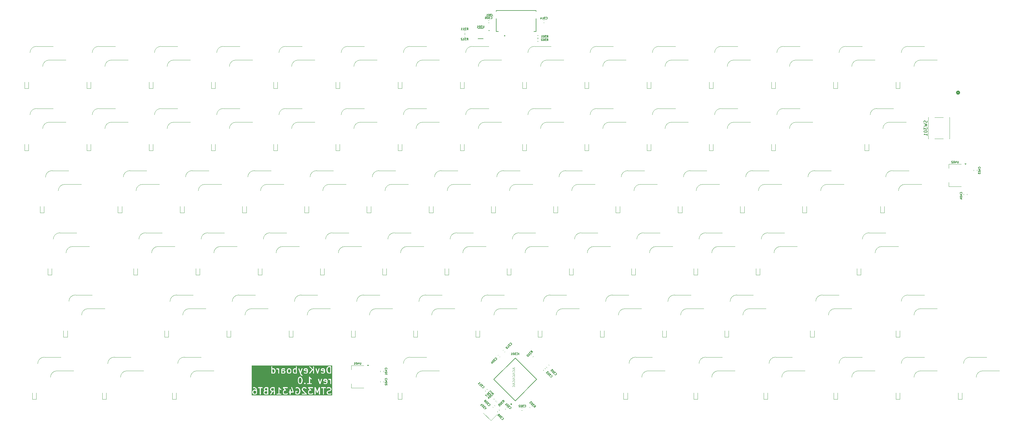
<source format=gbr>
%TF.GenerationSoftware,KiCad,Pcbnew,8.0.3*%
%TF.CreationDate,2024-07-13T16:12:33+02:00*%
%TF.ProjectId,DevKeyboard,4465764b-6579-4626-9f61-72642e6b6963,1.0*%
%TF.SameCoordinates,Original*%
%TF.FileFunction,Legend,Bot*%
%TF.FilePolarity,Positive*%
%FSLAX46Y46*%
G04 Gerber Fmt 4.6, Leading zero omitted, Abs format (unit mm)*
G04 Created by KiCad (PCBNEW 8.0.3) date 2024-07-13 16:12:33*
%MOMM*%
%LPD*%
G01*
G04 APERTURE LIST*
%ADD10C,0.100000*%
%ADD11C,0.300000*%
%ADD12C,0.150000*%
%ADD13C,0.120000*%
%ADD14C,0.508000*%
%ADD15C,0.200000*%
%ADD16C,0.250000*%
%ADD17C,0.127000*%
G04 APERTURE END LIST*
D10*
X179026371Y-124713074D02*
X179454942Y-124713074D01*
X179454942Y-124713074D02*
X179540657Y-124684503D01*
X179540657Y-124684503D02*
X179597800Y-124627360D01*
X179597800Y-124627360D02*
X179626371Y-124541646D01*
X179626371Y-124541646D02*
X179626371Y-124484503D01*
X179626371Y-125284503D02*
X179626371Y-124998789D01*
X179626371Y-124998789D02*
X179026371Y-124998789D01*
X179569228Y-125827360D02*
X179597800Y-125798788D01*
X179597800Y-125798788D02*
X179626371Y-125713074D01*
X179626371Y-125713074D02*
X179626371Y-125655931D01*
X179626371Y-125655931D02*
X179597800Y-125570217D01*
X179597800Y-125570217D02*
X179540657Y-125513074D01*
X179540657Y-125513074D02*
X179483514Y-125484503D01*
X179483514Y-125484503D02*
X179369228Y-125455931D01*
X179369228Y-125455931D02*
X179283514Y-125455931D01*
X179283514Y-125455931D02*
X179169228Y-125484503D01*
X179169228Y-125484503D02*
X179112085Y-125513074D01*
X179112085Y-125513074D02*
X179054942Y-125570217D01*
X179054942Y-125570217D02*
X179026371Y-125655931D01*
X179026371Y-125655931D02*
X179026371Y-125713074D01*
X179026371Y-125713074D02*
X179054942Y-125798788D01*
X179054942Y-125798788D02*
X179083514Y-125827360D01*
X179026371Y-126255931D02*
X179454942Y-126255931D01*
X179454942Y-126255931D02*
X179540657Y-126227360D01*
X179540657Y-126227360D02*
X179597800Y-126170217D01*
X179597800Y-126170217D02*
X179626371Y-126084503D01*
X179626371Y-126084503D02*
X179626371Y-126027360D01*
X179626371Y-126827360D02*
X179626371Y-126541646D01*
X179626371Y-126541646D02*
X179026371Y-126541646D01*
X179569228Y-127370217D02*
X179597800Y-127341645D01*
X179597800Y-127341645D02*
X179626371Y-127255931D01*
X179626371Y-127255931D02*
X179626371Y-127198788D01*
X179626371Y-127198788D02*
X179597800Y-127113074D01*
X179597800Y-127113074D02*
X179540657Y-127055931D01*
X179540657Y-127055931D02*
X179483514Y-127027360D01*
X179483514Y-127027360D02*
X179369228Y-126998788D01*
X179369228Y-126998788D02*
X179283514Y-126998788D01*
X179283514Y-126998788D02*
X179169228Y-127027360D01*
X179169228Y-127027360D02*
X179112085Y-127055931D01*
X179112085Y-127055931D02*
X179054942Y-127113074D01*
X179054942Y-127113074D02*
X179026371Y-127198788D01*
X179026371Y-127198788D02*
X179026371Y-127255931D01*
X179026371Y-127255931D02*
X179054942Y-127341645D01*
X179054942Y-127341645D02*
X179083514Y-127370217D01*
X179026371Y-127798788D02*
X179454942Y-127798788D01*
X179454942Y-127798788D02*
X179540657Y-127770217D01*
X179540657Y-127770217D02*
X179597800Y-127713074D01*
X179597800Y-127713074D02*
X179626371Y-127627360D01*
X179626371Y-127627360D02*
X179626371Y-127570217D01*
X179626371Y-128370217D02*
X179626371Y-128084503D01*
X179626371Y-128084503D02*
X179026371Y-128084503D01*
X179569228Y-128913074D02*
X179597800Y-128884502D01*
X179597800Y-128884502D02*
X179626371Y-128798788D01*
X179626371Y-128798788D02*
X179626371Y-128741645D01*
X179626371Y-128741645D02*
X179597800Y-128655931D01*
X179597800Y-128655931D02*
X179540657Y-128598788D01*
X179540657Y-128598788D02*
X179483514Y-128570217D01*
X179483514Y-128570217D02*
X179369228Y-128541645D01*
X179369228Y-128541645D02*
X179283514Y-128541645D01*
X179283514Y-128541645D02*
X179169228Y-128570217D01*
X179169228Y-128570217D02*
X179112085Y-128598788D01*
X179112085Y-128598788D02*
X179054942Y-128655931D01*
X179054942Y-128655931D02*
X179026371Y-128741645D01*
X179026371Y-128741645D02*
X179026371Y-128798788D01*
X179026371Y-128798788D02*
X179054942Y-128884502D01*
X179054942Y-128884502D02*
X179083514Y-128913074D01*
X179026371Y-129341645D02*
X179454942Y-129341645D01*
X179454942Y-129341645D02*
X179540657Y-129313074D01*
X179540657Y-129313074D02*
X179597800Y-129255931D01*
X179597800Y-129255931D02*
X179626371Y-129170217D01*
X179626371Y-129170217D02*
X179626371Y-129113074D01*
X179626371Y-129913074D02*
X179626371Y-129627360D01*
X179626371Y-129627360D02*
X179026371Y-129627360D01*
X179569228Y-130455931D02*
X179597800Y-130427359D01*
X179597800Y-130427359D02*
X179626371Y-130341645D01*
X179626371Y-130341645D02*
X179626371Y-130284502D01*
X179626371Y-130284502D02*
X179597800Y-130198788D01*
X179597800Y-130198788D02*
X179540657Y-130141645D01*
X179540657Y-130141645D02*
X179483514Y-130113074D01*
X179483514Y-130113074D02*
X179369228Y-130084502D01*
X179369228Y-130084502D02*
X179283514Y-130084502D01*
X179283514Y-130084502D02*
X179169228Y-130113074D01*
X179169228Y-130113074D02*
X179112085Y-130141645D01*
X179112085Y-130141645D02*
X179054942Y-130198788D01*
X179054942Y-130198788D02*
X179026371Y-130284502D01*
X179026371Y-130284502D02*
X179026371Y-130341645D01*
X179026371Y-130341645D02*
X179054942Y-130427359D01*
X179054942Y-130427359D02*
X179083514Y-130455931D01*
D11*
G36*
X100376487Y-131705532D02*
G01*
X100439144Y-131766025D01*
X100510934Y-131905434D01*
X100512403Y-132308707D01*
X100445669Y-132446240D01*
X100385178Y-132508897D01*
X100247598Y-132579745D01*
X99937258Y-132581925D01*
X99800200Y-132515422D01*
X99737545Y-132454931D01*
X99666738Y-132317431D01*
X99664426Y-131911958D01*
X99731018Y-131774716D01*
X99791510Y-131712058D01*
X99929090Y-131641210D01*
X100239430Y-131639030D01*
X100376487Y-131705532D01*
G37*
G36*
X103940973Y-132580062D02*
G01*
X103366305Y-132582156D01*
X103228772Y-132515422D01*
X103166117Y-132454931D01*
X103095201Y-132317219D01*
X103093231Y-132101954D01*
X103159590Y-131965192D01*
X103213836Y-131909004D01*
X103438784Y-131831836D01*
X103939907Y-131829760D01*
X103940973Y-132580062D01*
G37*
G36*
X103939485Y-131532523D02*
G01*
X103461474Y-131534503D01*
X103324012Y-131467804D01*
X103261355Y-131407312D01*
X103190311Y-131269352D01*
X103188733Y-131149029D01*
X103254828Y-131012811D01*
X103315319Y-130950155D01*
X103452724Y-130879397D01*
X103938554Y-130877385D01*
X103939485Y-131532523D01*
G37*
G36*
X105939620Y-131627686D02*
G01*
X105622896Y-131628840D01*
X105615406Y-131627181D01*
X105605646Y-131628903D01*
X105366305Y-131629775D01*
X105228772Y-131563041D01*
X105166117Y-131502550D01*
X105095201Y-131364838D01*
X105093231Y-131149573D01*
X105159590Y-131012811D01*
X105220081Y-130950155D01*
X105357455Y-130879413D01*
X105938554Y-130877296D01*
X105939620Y-131627686D01*
G37*
G36*
X114186011Y-127723740D02*
G01*
X114248667Y-127784231D01*
X114325377Y-127933193D01*
X114414582Y-128279935D01*
X114417087Y-128719287D01*
X114332842Y-129066322D01*
X114255193Y-129226352D01*
X114194702Y-129289009D01*
X114056743Y-129360052D01*
X113936419Y-129361630D01*
X113800200Y-129295534D01*
X113737545Y-129235043D01*
X113660836Y-129086082D01*
X113571630Y-128739338D01*
X113569125Y-128299987D01*
X113653370Y-127952952D01*
X113731018Y-127792923D01*
X113791509Y-127730267D01*
X113929469Y-127659223D01*
X114049793Y-127657645D01*
X114186011Y-127723740D01*
G37*
G36*
X121975955Y-128380905D02*
G01*
X122033696Y-128493034D01*
X122034307Y-128660680D01*
X121379618Y-128531702D01*
X121379210Y-128500570D01*
X121435804Y-128383932D01*
X121548139Y-128326084D01*
X121858479Y-128323904D01*
X121975955Y-128380905D01*
G37*
G36*
X105995534Y-125170518D02*
G01*
X106058190Y-125231009D01*
X106128969Y-125368454D01*
X106131371Y-125869094D01*
X106064716Y-126006464D01*
X106004225Y-126069121D01*
X105866645Y-126139969D01*
X105556305Y-126142149D01*
X105476174Y-126103268D01*
X105474811Y-125143956D01*
X105548137Y-125106196D01*
X105858477Y-125104016D01*
X105995534Y-125170518D01*
G37*
G36*
X108524916Y-125672519D02*
G01*
X108530291Y-125672900D01*
X108535270Y-125674963D01*
X108564534Y-125677845D01*
X109001149Y-125675355D01*
X109118810Y-125732446D01*
X109176853Y-125845160D01*
X109178431Y-125965483D01*
X109121837Y-126082121D01*
X109009583Y-126139927D01*
X108604109Y-126142239D01*
X108523558Y-126103154D01*
X108522402Y-125671299D01*
X108524916Y-125672519D01*
G37*
G36*
X110852677Y-125170518D02*
G01*
X110915333Y-125231009D01*
X110986112Y-125368454D01*
X110988514Y-125869094D01*
X110921859Y-126006464D01*
X110861368Y-126069121D01*
X110723657Y-126140036D01*
X110508391Y-126142006D01*
X110371628Y-126075646D01*
X110308973Y-126015155D01*
X110238194Y-125877711D01*
X110235792Y-125377071D01*
X110302447Y-125239700D01*
X110362937Y-125177045D01*
X110500649Y-125106129D01*
X110715915Y-125104159D01*
X110852677Y-125170518D01*
G37*
G36*
X112701461Y-125143357D02*
G01*
X112702822Y-126101722D01*
X112628550Y-126139969D01*
X112318210Y-126142149D01*
X112181152Y-126075646D01*
X112118497Y-126015155D01*
X112047718Y-125877711D01*
X112045316Y-125377071D01*
X112111971Y-125239700D01*
X112172461Y-125177045D01*
X112310042Y-125106196D01*
X112620382Y-125104016D01*
X112701461Y-125143357D01*
G37*
G36*
X115975954Y-125161017D02*
G01*
X116033695Y-125273146D01*
X116034306Y-125440792D01*
X115379617Y-125311814D01*
X115379209Y-125280682D01*
X115435803Y-125164044D01*
X115548138Y-125106196D01*
X115858478Y-125104016D01*
X115975954Y-125161017D01*
G37*
G36*
X121214050Y-125161017D02*
G01*
X121271791Y-125273146D01*
X121272402Y-125440792D01*
X120617713Y-125311814D01*
X120617305Y-125280682D01*
X120673899Y-125164044D01*
X120786234Y-125106196D01*
X121096574Y-125104016D01*
X121214050Y-125161017D01*
G37*
G36*
X123179069Y-126140590D02*
G01*
X122881738Y-126142285D01*
X122648542Y-126066808D01*
X122500125Y-125921227D01*
X122422742Y-125770956D01*
X122333506Y-125424096D01*
X122331222Y-125174547D01*
X122415276Y-124828302D01*
X122492724Y-124668685D01*
X122641278Y-124517236D01*
X122867437Y-124439652D01*
X123176651Y-124437888D01*
X123179069Y-126140590D01*
G37*
G36*
X123793901Y-133101748D02*
G01*
X99144694Y-133101748D01*
X99144694Y-131872383D01*
X99366916Y-131872383D01*
X99369500Y-132325592D01*
X99368094Y-132329811D01*
X99369648Y-132351696D01*
X99369798Y-132377837D01*
X99371859Y-132382814D01*
X99372242Y-132388192D01*
X99382752Y-132415655D01*
X99480131Y-132604754D01*
X99487433Y-132622384D01*
X99492201Y-132628194D01*
X99493655Y-132631017D01*
X99496648Y-132633613D01*
X99506087Y-132645114D01*
X99604165Y-132739805D01*
X99615424Y-132752787D01*
X99621709Y-132756743D01*
X99624056Y-132759009D01*
X99627718Y-132760525D01*
X99640310Y-132768452D01*
X99812086Y-132851800D01*
X99814532Y-132854246D01*
X99832262Y-132861590D01*
X99858250Y-132874200D01*
X99863625Y-132874581D01*
X99868604Y-132876644D01*
X99897868Y-132879526D01*
X100256043Y-132877009D01*
X100260059Y-132878348D01*
X100281403Y-132876831D01*
X100308085Y-132876644D01*
X100313062Y-132874582D01*
X100318440Y-132874200D01*
X100345903Y-132863690D01*
X100535004Y-132766310D01*
X100552633Y-132759008D01*
X100558441Y-132754240D01*
X100561265Y-132752787D01*
X100563862Y-132749792D01*
X100575364Y-132740353D01*
X100670050Y-132642277D01*
X100683034Y-132631017D01*
X100686992Y-132624728D01*
X100689257Y-132622383D01*
X100690773Y-132618721D01*
X100698699Y-132606131D01*
X100782047Y-132434354D01*
X100784493Y-132431909D01*
X100791837Y-132414178D01*
X100804447Y-132388191D01*
X100804828Y-132382815D01*
X100806891Y-132377837D01*
X100809773Y-132348573D01*
X100808112Y-131892594D01*
X100808595Y-131891145D01*
X100808080Y-131883901D01*
X100807033Y-131596594D01*
X100809596Y-131579377D01*
X100806904Y-131561178D01*
X100806891Y-131557404D01*
X100806044Y-131555359D01*
X100805294Y-131550287D01*
X100707373Y-131169670D01*
X100703177Y-131148458D01*
X100700740Y-131143888D01*
X100700163Y-131141644D01*
X100697954Y-131138663D01*
X100689342Y-131122511D01*
X100503821Y-130848838D01*
X100498780Y-130836667D01*
X100480334Y-130814191D01*
X100480236Y-130814046D01*
X100480189Y-130814015D01*
X100480125Y-130813936D01*
X100382052Y-130719251D01*
X100370789Y-130706265D01*
X100364500Y-130702306D01*
X100362383Y-130700262D01*
X101084084Y-130700262D01*
X101084084Y-130758790D01*
X101106482Y-130812862D01*
X101147866Y-130854246D01*
X101201938Y-130876644D01*
X101231202Y-130879526D01*
X101652842Y-130878489D01*
X101655513Y-132758790D01*
X101677911Y-132812862D01*
X101719295Y-132854246D01*
X101773367Y-132876644D01*
X101831895Y-132876644D01*
X101885967Y-132854246D01*
X101927351Y-132812862D01*
X101949749Y-132758790D01*
X101952631Y-132729526D01*
X101951684Y-132062859D01*
X102795488Y-132062859D01*
X102797896Y-132326118D01*
X102796666Y-132329811D01*
X102798117Y-132350240D01*
X102798370Y-132377837D01*
X102800431Y-132382814D01*
X102800814Y-132388192D01*
X102811324Y-132415655D01*
X102908703Y-132604754D01*
X102916005Y-132622384D01*
X102920773Y-132628194D01*
X102922227Y-132631017D01*
X102925220Y-132633613D01*
X102934659Y-132645114D01*
X103032737Y-132739805D01*
X103043996Y-132752787D01*
X103050281Y-132756743D01*
X103052628Y-132759009D01*
X103056290Y-132760525D01*
X103068882Y-132768452D01*
X103240658Y-132851800D01*
X103243104Y-132854246D01*
X103260834Y-132861590D01*
X103286822Y-132874200D01*
X103292197Y-132874581D01*
X103297176Y-132876644D01*
X103326440Y-132879526D01*
X104117609Y-132876644D01*
X104171681Y-132854246D01*
X104213065Y-132812862D01*
X104235463Y-132758790D01*
X104235463Y-132758789D01*
X104238345Y-132729526D01*
X104236046Y-131110478D01*
X104795488Y-131110478D01*
X104797896Y-131373737D01*
X104796666Y-131377430D01*
X104798117Y-131397859D01*
X104798370Y-131425456D01*
X104800431Y-131430433D01*
X104800814Y-131435811D01*
X104811324Y-131463274D01*
X104908703Y-131652373D01*
X104916005Y-131670003D01*
X104920773Y-131675813D01*
X104922227Y-131678636D01*
X104925220Y-131681232D01*
X104934659Y-131692733D01*
X105032737Y-131787424D01*
X105043996Y-131800406D01*
X105050281Y-131804362D01*
X105052628Y-131806628D01*
X105056290Y-131808144D01*
X105068882Y-131816071D01*
X105240658Y-131899419D01*
X105243104Y-131901865D01*
X105260834Y-131909209D01*
X105286822Y-131921819D01*
X105292197Y-131922200D01*
X105297176Y-131924263D01*
X105325003Y-131927003D01*
X104808182Y-132669133D01*
X104795523Y-132726275D01*
X104805694Y-132783911D01*
X104837147Y-132833268D01*
X104885095Y-132866832D01*
X104942237Y-132879491D01*
X104999873Y-132869320D01*
X105049230Y-132837867D01*
X105068373Y-132815545D01*
X105687974Y-131925828D01*
X105940042Y-131924909D01*
X105941227Y-132758790D01*
X105963625Y-132812862D01*
X106005009Y-132854246D01*
X106059081Y-132876644D01*
X106117609Y-132876644D01*
X106171681Y-132854246D01*
X106213065Y-132812862D01*
X106235463Y-132758790D01*
X106238345Y-132729526D01*
X106238303Y-132700262D01*
X106798370Y-132700262D01*
X106798370Y-132758790D01*
X106820768Y-132812862D01*
X106862152Y-132854246D01*
X106916224Y-132876644D01*
X106945488Y-132879526D01*
X108117609Y-132876644D01*
X108171681Y-132854246D01*
X108213065Y-132812862D01*
X108235463Y-132758790D01*
X108235463Y-132700262D01*
X108213065Y-132646190D01*
X108171681Y-132604806D01*
X108117609Y-132582408D01*
X108088345Y-132579526D01*
X107666705Y-132580562D01*
X107665699Y-131872383D01*
X108700250Y-131872383D01*
X108702834Y-132325592D01*
X108701428Y-132329811D01*
X108702982Y-132351696D01*
X108703132Y-132377837D01*
X108705193Y-132382814D01*
X108705576Y-132388192D01*
X108716086Y-132415655D01*
X108813465Y-132604754D01*
X108820767Y-132622384D01*
X108825535Y-132628194D01*
X108826989Y-132631017D01*
X108829982Y-132633613D01*
X108839421Y-132645114D01*
X108937499Y-132739805D01*
X108948758Y-132752787D01*
X108955043Y-132756743D01*
X108957390Y-132759009D01*
X108961052Y-132760525D01*
X108973644Y-132768452D01*
X109145420Y-132851800D01*
X109147866Y-132854246D01*
X109165596Y-132861590D01*
X109191584Y-132874200D01*
X109196959Y-132874581D01*
X109201938Y-132876644D01*
X109231202Y-132879526D01*
X109779511Y-132876895D01*
X109783869Y-132878348D01*
X109806110Y-132876767D01*
X109831895Y-132876644D01*
X109836872Y-132874582D01*
X109842250Y-132874200D01*
X109869713Y-132863690D01*
X110058814Y-132766310D01*
X110076443Y-132759008D01*
X110082251Y-132754240D01*
X110085075Y-132752787D01*
X110087672Y-132749792D01*
X110099174Y-132740353D01*
X110213067Y-132622383D01*
X110235463Y-132568311D01*
X110235463Y-132509785D01*
X110213066Y-132455713D01*
X110171680Y-132414327D01*
X110117607Y-132391931D01*
X110059082Y-132391931D01*
X110005009Y-132414328D01*
X109982279Y-132432983D01*
X109908988Y-132508897D01*
X109771545Y-132579675D01*
X109270904Y-132582077D01*
X109133534Y-132515422D01*
X109070879Y-132454931D01*
X109000072Y-132317431D01*
X108998454Y-132033595D01*
X110512656Y-132033595D01*
X110512656Y-132092123D01*
X110535054Y-132146195D01*
X110576438Y-132187579D01*
X110630510Y-132209977D01*
X110659774Y-132212859D01*
X110797214Y-132212546D01*
X110798370Y-132758790D01*
X110820768Y-132812862D01*
X110862152Y-132854246D01*
X110916224Y-132876644D01*
X110974752Y-132876644D01*
X111028824Y-132854246D01*
X111070208Y-132812862D01*
X111092606Y-132758790D01*
X111095488Y-132729526D01*
X111094393Y-132211870D01*
X111893713Y-132210052D01*
X111916630Y-132211682D01*
X111921707Y-132209989D01*
X111927133Y-132209977D01*
X111949342Y-132200777D01*
X111972154Y-132193173D01*
X111976225Y-132189641D01*
X111981205Y-132187579D01*
X111998206Y-132170577D01*
X112016368Y-132154826D01*
X112018778Y-132150005D01*
X112022589Y-132146195D01*
X112031789Y-132123983D01*
X112042542Y-132102479D01*
X112042924Y-132097103D01*
X112044987Y-132092123D01*
X112044987Y-132068075D01*
X112046691Y-132044099D01*
X112044987Y-132036603D01*
X112044987Y-132033595D01*
X112043470Y-132029934D01*
X112040172Y-132015425D01*
X111992193Y-131872383D01*
X112509774Y-131872383D01*
X112512656Y-132568313D01*
X112525455Y-132599212D01*
X112535053Y-132622384D01*
X112553707Y-132645114D01*
X112635358Y-132723945D01*
X112636513Y-132726255D01*
X112648683Y-132736810D01*
X112671676Y-132759009D01*
X112676657Y-132761072D01*
X112680727Y-132764602D01*
X112707578Y-132776590D01*
X112992738Y-132868888D01*
X113011462Y-132876644D01*
X113018991Y-132877385D01*
X113021965Y-132878348D01*
X113025914Y-132878067D01*
X113040726Y-132879526D01*
X113231357Y-132877025D01*
X113249962Y-132878348D01*
X113257272Y-132876685D01*
X113260466Y-132876644D01*
X113264126Y-132875127D01*
X113278636Y-132871829D01*
X113542218Y-132781406D01*
X113546180Y-132781406D01*
X113565282Y-132773493D01*
X113591202Y-132764602D01*
X113595271Y-132761072D01*
X113600253Y-132759009D01*
X113622983Y-132740354D01*
X113810851Y-132548823D01*
X113825892Y-132535779D01*
X113829915Y-132529387D01*
X113832114Y-132527146D01*
X113833629Y-132523486D01*
X113841557Y-132510893D01*
X113930090Y-132328431D01*
X113938259Y-132317407D01*
X113946130Y-132295373D01*
X113947305Y-132292953D01*
X113947381Y-132291870D01*
X113948152Y-132289715D01*
X114038635Y-131916979D01*
X114044987Y-131901647D01*
X114046781Y-131883424D01*
X114047692Y-131879674D01*
X114047366Y-131877486D01*
X114047869Y-131872383D01*
X114045333Y-131595227D01*
X114047692Y-131579377D01*
X114045022Y-131561328D01*
X114044987Y-131557404D01*
X114044140Y-131555359D01*
X114043390Y-131550287D01*
X113948356Y-131180891D01*
X113947305Y-131166098D01*
X113938899Y-131144132D01*
X113938259Y-131141644D01*
X113937613Y-131140772D01*
X113936795Y-131138634D01*
X113922296Y-131110478D01*
X114509774Y-131110478D01*
X114512274Y-131301109D01*
X114510952Y-131319715D01*
X114512614Y-131327024D01*
X114512656Y-131330218D01*
X114514173Y-131333880D01*
X114517472Y-131348388D01*
X114607894Y-131611969D01*
X114607894Y-131615931D01*
X114615805Y-131635031D01*
X114624698Y-131660953D01*
X114628228Y-131665023D01*
X114630291Y-131670003D01*
X114648946Y-131692734D01*
X115539666Y-132580340D01*
X114630510Y-132582408D01*
X114576438Y-132604806D01*
X114535054Y-132646190D01*
X114512656Y-132700262D01*
X114512656Y-132758790D01*
X114535054Y-132812862D01*
X114576438Y-132854246D01*
X114630510Y-132876644D01*
X114659774Y-132879526D01*
X115927133Y-132876644D01*
X115950821Y-132866832D01*
X115981205Y-132854247D01*
X116022590Y-132812862D01*
X116040985Y-132768452D01*
X116044987Y-132758790D01*
X116044987Y-132700262D01*
X116029781Y-132663552D01*
X116022590Y-132646191D01*
X116003935Y-132623460D01*
X115250223Y-131872383D01*
X116414536Y-131872383D01*
X116417120Y-132325592D01*
X116415714Y-132329811D01*
X116417268Y-132351696D01*
X116417418Y-132377837D01*
X116419479Y-132382814D01*
X116419862Y-132388192D01*
X116430372Y-132415655D01*
X116527751Y-132604754D01*
X116535053Y-132622384D01*
X116539821Y-132628194D01*
X116541275Y-132631017D01*
X116544268Y-132633613D01*
X116553707Y-132645114D01*
X116651785Y-132739805D01*
X116663044Y-132752787D01*
X116669329Y-132756743D01*
X116671676Y-132759009D01*
X116675338Y-132760525D01*
X116687930Y-132768452D01*
X116859706Y-132851800D01*
X116862152Y-132854246D01*
X116879882Y-132861590D01*
X116905870Y-132874200D01*
X116911245Y-132874581D01*
X116916224Y-132876644D01*
X116945488Y-132879526D01*
X117493797Y-132876895D01*
X117498155Y-132878348D01*
X117520396Y-132876767D01*
X117546181Y-132876644D01*
X117551158Y-132874582D01*
X117556536Y-132874200D01*
X117583999Y-132863690D01*
X117773100Y-132766310D01*
X117790729Y-132759008D01*
X117796537Y-132754240D01*
X117799361Y-132752787D01*
X117801958Y-132749792D01*
X117813460Y-132740353D01*
X117927353Y-132622383D01*
X117949749Y-132568311D01*
X117949749Y-132509785D01*
X117927352Y-132455713D01*
X117885966Y-132414327D01*
X117831893Y-132391931D01*
X117773368Y-132391931D01*
X117719295Y-132414328D01*
X117696565Y-132432983D01*
X117623274Y-132508897D01*
X117485831Y-132579675D01*
X116985190Y-132582077D01*
X116847820Y-132515422D01*
X116785165Y-132454931D01*
X116714358Y-132317431D01*
X116712046Y-131911958D01*
X116778638Y-131774716D01*
X116839130Y-131712058D01*
X116976841Y-131641143D01*
X117230436Y-131638822D01*
X117250615Y-131640168D01*
X117255264Y-131638595D01*
X117260467Y-131638548D01*
X117282981Y-131629221D01*
X117306057Y-131621418D01*
X117309864Y-131618086D01*
X117314539Y-131616150D01*
X117331768Y-131598920D01*
X117350104Y-131582877D01*
X117352346Y-131578342D01*
X117355923Y-131574766D01*
X117365249Y-131552249D01*
X117376048Y-131530414D01*
X117376384Y-131525369D01*
X117378321Y-131520694D01*
X117378321Y-131496318D01*
X117379941Y-131472018D01*
X117378321Y-131467227D01*
X117378321Y-131462166D01*
X117368996Y-131439654D01*
X117361191Y-131416575D01*
X117357018Y-131410738D01*
X117355923Y-131408094D01*
X117353132Y-131405303D01*
X117344089Y-131392654D01*
X116891933Y-130878781D01*
X117831895Y-130876644D01*
X117885967Y-130854246D01*
X117927351Y-130812862D01*
X117949749Y-130758790D01*
X117949749Y-130729526D01*
X118414536Y-130729526D01*
X118417418Y-132758790D01*
X118439816Y-132812862D01*
X118481200Y-132854246D01*
X118535272Y-132876644D01*
X118593800Y-132876644D01*
X118647872Y-132854246D01*
X118689256Y-132812862D01*
X118711654Y-132758790D01*
X118714536Y-132729526D01*
X118712646Y-131398770D01*
X119095396Y-132215126D01*
X119102942Y-132235875D01*
X119107415Y-132240760D01*
X119110261Y-132246829D01*
X119127069Y-132262222D01*
X119142469Y-132279038D01*
X119148510Y-132281857D01*
X119153424Y-132286357D01*
X119174842Y-132294145D01*
X119195506Y-132303788D01*
X119202166Y-132304080D01*
X119208426Y-132306357D01*
X119231194Y-132305356D01*
X119253977Y-132306358D01*
X119260240Y-132304080D01*
X119266897Y-132303788D01*
X119287550Y-132294149D01*
X119308980Y-132286357D01*
X119313896Y-132281854D01*
X119319934Y-132279037D01*
X119335321Y-132262234D01*
X119352143Y-132246830D01*
X119357113Y-132238438D01*
X119359462Y-132235874D01*
X119360780Y-132232247D01*
X119367129Y-132221530D01*
X119748820Y-131399773D01*
X119750751Y-132758790D01*
X119773149Y-132812862D01*
X119814533Y-132854246D01*
X119868605Y-132876644D01*
X119927133Y-132876644D01*
X119981205Y-132854246D01*
X120022589Y-132812862D01*
X120044987Y-132758790D01*
X120047869Y-132729526D01*
X120045031Y-130731737D01*
X120046130Y-130706750D01*
X120044991Y-130703619D01*
X120044987Y-130700262D01*
X120417418Y-130700262D01*
X120417418Y-130758790D01*
X120439816Y-130812862D01*
X120481200Y-130854246D01*
X120535272Y-130876644D01*
X120564536Y-130879526D01*
X120986176Y-130878489D01*
X120988847Y-132758790D01*
X121011245Y-132812862D01*
X121052629Y-132854246D01*
X121106701Y-132876644D01*
X121165229Y-132876644D01*
X121219301Y-132854246D01*
X121260685Y-132812862D01*
X121283083Y-132758790D01*
X121285965Y-132729526D01*
X121285153Y-132158097D01*
X122128822Y-132158097D01*
X122131033Y-132326710D01*
X122130000Y-132329811D01*
X122131317Y-132348350D01*
X122131704Y-132377837D01*
X122133765Y-132382814D01*
X122134148Y-132388192D01*
X122144658Y-132415655D01*
X122242037Y-132604754D01*
X122249339Y-132622384D01*
X122254107Y-132628194D01*
X122255561Y-132631017D01*
X122258554Y-132633613D01*
X122267993Y-132645114D01*
X122366071Y-132739805D01*
X122377330Y-132752787D01*
X122383615Y-132756743D01*
X122385962Y-132759009D01*
X122389624Y-132760525D01*
X122402216Y-132768452D01*
X122573992Y-132851800D01*
X122576438Y-132854246D01*
X122594168Y-132861590D01*
X122620156Y-132874200D01*
X122625531Y-132874581D01*
X122630510Y-132876644D01*
X122659774Y-132879526D01*
X123133309Y-132876825D01*
X123154726Y-132878348D01*
X123162142Y-132876661D01*
X123165229Y-132876644D01*
X123168891Y-132875126D01*
X123183399Y-132871828D01*
X123495964Y-132764602D01*
X123540178Y-132726255D01*
X123566352Y-132673908D01*
X123570501Y-132615527D01*
X123551993Y-132560003D01*
X123513646Y-132515789D01*
X123461299Y-132489615D01*
X123402918Y-132485466D01*
X123374245Y-132491986D01*
X123118779Y-132579623D01*
X122699349Y-132582015D01*
X122562106Y-132515422D01*
X122499451Y-132454931D01*
X122428407Y-132316971D01*
X122426829Y-132196648D01*
X122492924Y-132060430D01*
X122553415Y-131997774D01*
X122702377Y-131921065D01*
X123065553Y-131827631D01*
X123080346Y-131826580D01*
X123102313Y-131818174D01*
X123104798Y-131817535D01*
X123105667Y-131816890D01*
X123107810Y-131816071D01*
X123296909Y-131718690D01*
X123314538Y-131711389D01*
X123320348Y-131706620D01*
X123323171Y-131705167D01*
X123325767Y-131702173D01*
X123337269Y-131692734D01*
X123431954Y-131594659D01*
X123444940Y-131583398D01*
X123448898Y-131577109D01*
X123451162Y-131574765D01*
X123452677Y-131571105D01*
X123460605Y-131558512D01*
X123543953Y-131386735D01*
X123546399Y-131384290D01*
X123553743Y-131366559D01*
X123566353Y-131340572D01*
X123566734Y-131335196D01*
X123568797Y-131330218D01*
X123571679Y-131300954D01*
X123569467Y-131132340D01*
X123570501Y-131129240D01*
X123569183Y-131110700D01*
X123568797Y-131081214D01*
X123566734Y-131076235D01*
X123566353Y-131070860D01*
X123555843Y-131043396D01*
X123458464Y-130854297D01*
X123451162Y-130836667D01*
X123446393Y-130830856D01*
X123444940Y-130828034D01*
X123441946Y-130825437D01*
X123432507Y-130813936D01*
X123334434Y-130719251D01*
X123323171Y-130706265D01*
X123316882Y-130702306D01*
X123314538Y-130700043D01*
X123310878Y-130698527D01*
X123298285Y-130690600D01*
X123126507Y-130607250D01*
X123124063Y-130604806D01*
X123106338Y-130597464D01*
X123080346Y-130584852D01*
X123074968Y-130584469D01*
X123069991Y-130582408D01*
X123040727Y-130579526D01*
X122567191Y-130582226D01*
X122545775Y-130580704D01*
X122538358Y-130582390D01*
X122535272Y-130582408D01*
X122531609Y-130583925D01*
X122517102Y-130587224D01*
X122204537Y-130694450D01*
X122160323Y-130732797D01*
X122134149Y-130785144D01*
X122130000Y-130843525D01*
X122148508Y-130899049D01*
X122186855Y-130943263D01*
X122239202Y-130969437D01*
X122297583Y-130973586D01*
X122326256Y-130967066D01*
X122581721Y-130879428D01*
X123001151Y-130877036D01*
X123138393Y-130943628D01*
X123201049Y-131004119D01*
X123272093Y-131142079D01*
X123273671Y-131262402D01*
X123207575Y-131398621D01*
X123147085Y-131461276D01*
X122998123Y-131537986D01*
X122634949Y-131631419D01*
X122620156Y-131632471D01*
X122598190Y-131640876D01*
X122595702Y-131641517D01*
X122594830Y-131642162D01*
X122592692Y-131642981D01*
X122403593Y-131740359D01*
X122385963Y-131747662D01*
X122380152Y-131752430D01*
X122377330Y-131753884D01*
X122374733Y-131756877D01*
X122363232Y-131766317D01*
X122268547Y-131864389D01*
X122255561Y-131875653D01*
X122251602Y-131881941D01*
X122249339Y-131884286D01*
X122247823Y-131887945D01*
X122239896Y-131900539D01*
X122156546Y-132072316D01*
X122154102Y-132074761D01*
X122146760Y-132092485D01*
X122134148Y-132118478D01*
X122133765Y-132123855D01*
X122131704Y-132128833D01*
X122128822Y-132158097D01*
X121285153Y-132158097D01*
X121283335Y-130877758D01*
X121736657Y-130876644D01*
X121790729Y-130854246D01*
X121832113Y-130812862D01*
X121854511Y-130758790D01*
X121854511Y-130700262D01*
X121832113Y-130646190D01*
X121790729Y-130604806D01*
X121736657Y-130582408D01*
X121707393Y-130579526D01*
X120535272Y-130582408D01*
X120481200Y-130604806D01*
X120439816Y-130646190D01*
X120417418Y-130700262D01*
X120044987Y-130700262D01*
X120035026Y-130676216D01*
X120026129Y-130651748D01*
X120023869Y-130649280D01*
X120022589Y-130646190D01*
X120004191Y-130627792D01*
X119986602Y-130608585D01*
X119983568Y-130607169D01*
X119981205Y-130604806D01*
X119957164Y-130594847D01*
X119933565Y-130583835D01*
X119930223Y-130583688D01*
X119927133Y-130582408D01*
X119901099Y-130582408D01*
X119875094Y-130581265D01*
X119871951Y-130582408D01*
X119868605Y-130582408D01*
X119844552Y-130592371D01*
X119820092Y-130601266D01*
X119817624Y-130603525D01*
X119814533Y-130604806D01*
X119796124Y-130623214D01*
X119776929Y-130640793D01*
X119774579Y-130644759D01*
X119773149Y-130646190D01*
X119771793Y-130649462D01*
X119761942Y-130666093D01*
X119232132Y-131806735D01*
X118698723Y-130669046D01*
X118689256Y-130646190D01*
X118686905Y-130643839D01*
X118685477Y-130640793D01*
X118666269Y-130623203D01*
X118647872Y-130604806D01*
X118644781Y-130603525D01*
X118642314Y-130601266D01*
X118617848Y-130592369D01*
X118593800Y-130582408D01*
X118590454Y-130582408D01*
X118587311Y-130581265D01*
X118561307Y-130582408D01*
X118535272Y-130582408D01*
X118532181Y-130583688D01*
X118528841Y-130583835D01*
X118505245Y-130594845D01*
X118481200Y-130604806D01*
X118478836Y-130607169D01*
X118475803Y-130608585D01*
X118458213Y-130627792D01*
X118439816Y-130646190D01*
X118438535Y-130649280D01*
X118436276Y-130651748D01*
X118427379Y-130676213D01*
X118417418Y-130700262D01*
X118416966Y-130704850D01*
X118416275Y-130706751D01*
X118416430Y-130710289D01*
X118414536Y-130729526D01*
X117949749Y-130729526D01*
X117949749Y-130700262D01*
X117927351Y-130646190D01*
X117885967Y-130604806D01*
X117831895Y-130582408D01*
X117802631Y-130579526D01*
X116568297Y-130582332D01*
X116545124Y-130580788D01*
X116540367Y-130582396D01*
X116535272Y-130582408D01*
X116512760Y-130591732D01*
X116489681Y-130599538D01*
X116485872Y-130602870D01*
X116481200Y-130604806D01*
X116463973Y-130622032D01*
X116445635Y-130638079D01*
X116443392Y-130642613D01*
X116439816Y-130646190D01*
X116430489Y-130668706D01*
X116419691Y-130690542D01*
X116419354Y-130695586D01*
X116417418Y-130700262D01*
X116417418Y-130724637D01*
X116415798Y-130748938D01*
X116417418Y-130753728D01*
X116417418Y-130758790D01*
X116426742Y-130781301D01*
X116434548Y-130804381D01*
X116438720Y-130810217D01*
X116439816Y-130812862D01*
X116442606Y-130815652D01*
X116451650Y-130828302D01*
X116907721Y-131346624D01*
X116905870Y-131346756D01*
X116878406Y-131357266D01*
X116689310Y-131454642D01*
X116671676Y-131461947D01*
X116665864Y-131466716D01*
X116663044Y-131468169D01*
X116660448Y-131471161D01*
X116648946Y-131480602D01*
X116554260Y-131578676D01*
X116541275Y-131589939D01*
X116537316Y-131596227D01*
X116535053Y-131598572D01*
X116533537Y-131602231D01*
X116525610Y-131614825D01*
X116442260Y-131786602D01*
X116439816Y-131789047D01*
X116432474Y-131806771D01*
X116419862Y-131832764D01*
X116419479Y-131838141D01*
X116417418Y-131843119D01*
X116414536Y-131872383D01*
X115250223Y-131872383D01*
X114887657Y-131511085D01*
X114809543Y-131283382D01*
X114807781Y-131149029D01*
X114873876Y-131012811D01*
X114934367Y-130950155D01*
X115071867Y-130879348D01*
X115477341Y-130877036D01*
X115614583Y-130943628D01*
X115719296Y-131044723D01*
X115773368Y-131067120D01*
X115831894Y-131067120D01*
X115885966Y-131044723D01*
X115927352Y-131003337D01*
X115949749Y-130949265D01*
X115949749Y-130890739D01*
X115927352Y-130836667D01*
X115908697Y-130813936D01*
X115810624Y-130719251D01*
X115799361Y-130706265D01*
X115793072Y-130702306D01*
X115790728Y-130700043D01*
X115787068Y-130698527D01*
X115774475Y-130690600D01*
X115602697Y-130607250D01*
X115600253Y-130604806D01*
X115582528Y-130597464D01*
X115556536Y-130584852D01*
X115551158Y-130584469D01*
X115546181Y-130582408D01*
X115516917Y-130579526D01*
X115063706Y-130582110D01*
X115059488Y-130580704D01*
X115037603Y-130582258D01*
X115011462Y-130582408D01*
X115006483Y-130584470D01*
X115001108Y-130584852D01*
X114973644Y-130595362D01*
X114784545Y-130692740D01*
X114766915Y-130700043D01*
X114761104Y-130704811D01*
X114758282Y-130706265D01*
X114755685Y-130709258D01*
X114744184Y-130718698D01*
X114649499Y-130816770D01*
X114636513Y-130828034D01*
X114632554Y-130834322D01*
X114630291Y-130836667D01*
X114628775Y-130840326D01*
X114620848Y-130852920D01*
X114537498Y-131024697D01*
X114535054Y-131027142D01*
X114527712Y-131044866D01*
X114515100Y-131070859D01*
X114514717Y-131076236D01*
X114512656Y-131081214D01*
X114509774Y-131110478D01*
X113922296Y-131110478D01*
X113839416Y-130949535D01*
X113832114Y-130931905D01*
X113827345Y-130926094D01*
X113825892Y-130923272D01*
X113822898Y-130920675D01*
X113813459Y-130909174D01*
X113637121Y-130736207D01*
X113635416Y-130732797D01*
X113620115Y-130719527D01*
X113600252Y-130700043D01*
X113595272Y-130697980D01*
X113591202Y-130694450D01*
X113564351Y-130682461D01*
X113279191Y-130590164D01*
X113260466Y-130582408D01*
X113252935Y-130581666D01*
X113249962Y-130580704D01*
X113246013Y-130580984D01*
X113231202Y-130579526D01*
X112967942Y-130581934D01*
X112964250Y-130580704D01*
X112943821Y-130582155D01*
X112916224Y-130582408D01*
X112911245Y-130584470D01*
X112905870Y-130584852D01*
X112878406Y-130595362D01*
X112663044Y-130706265D01*
X112624698Y-130750480D01*
X112606190Y-130806002D01*
X112610338Y-130864383D01*
X112636513Y-130916732D01*
X112680728Y-130955078D01*
X112736250Y-130973586D01*
X112794631Y-130969438D01*
X112822094Y-130958928D01*
X112976841Y-130879239D01*
X113200343Y-130877194D01*
X113432911Y-130952469D01*
X113581326Y-131098046D01*
X113658711Y-131248319D01*
X113747946Y-131595177D01*
X113750230Y-131844727D01*
X113666176Y-132190972D01*
X113588727Y-132350589D01*
X113440174Y-132502039D01*
X113213629Y-132579756D01*
X113070873Y-132581628D01*
X112838488Y-132506412D01*
X112809523Y-132478447D01*
X112807630Y-132021344D01*
X113069990Y-132019501D01*
X113124062Y-131997103D01*
X113165446Y-131955719D01*
X113187844Y-131901647D01*
X113187844Y-131843119D01*
X113165446Y-131789047D01*
X113124062Y-131747663D01*
X113069990Y-131725265D01*
X113040726Y-131722383D01*
X112630510Y-131725265D01*
X112576438Y-131747663D01*
X112535054Y-131789047D01*
X112512656Y-131843119D01*
X112509774Y-131872383D01*
X111992193Y-131872383D01*
X111551993Y-130560003D01*
X111513646Y-130515789D01*
X111461299Y-130489615D01*
X111402919Y-130485466D01*
X111347394Y-130503974D01*
X111303180Y-130542321D01*
X111277006Y-130594668D01*
X111272857Y-130653048D01*
X111279376Y-130681722D01*
X111692481Y-131913326D01*
X111093764Y-131914687D01*
X111092606Y-131366928D01*
X111070208Y-131312856D01*
X111028824Y-131271472D01*
X110974752Y-131249074D01*
X110916224Y-131249074D01*
X110862152Y-131271472D01*
X110820768Y-131312856D01*
X110798370Y-131366928D01*
X110795488Y-131396192D01*
X110796586Y-131915363D01*
X110630510Y-131915741D01*
X110576438Y-131938139D01*
X110535054Y-131979523D01*
X110512656Y-132033595D01*
X108998454Y-132033595D01*
X108997760Y-131911958D01*
X109064352Y-131774716D01*
X109124844Y-131712058D01*
X109262555Y-131641143D01*
X109516150Y-131638822D01*
X109536329Y-131640168D01*
X109540978Y-131638595D01*
X109546181Y-131638548D01*
X109568695Y-131629221D01*
X109591771Y-131621418D01*
X109595578Y-131618086D01*
X109600253Y-131616150D01*
X109617482Y-131598920D01*
X109635818Y-131582877D01*
X109638060Y-131578342D01*
X109641637Y-131574766D01*
X109650963Y-131552249D01*
X109661762Y-131530414D01*
X109662098Y-131525369D01*
X109664035Y-131520694D01*
X109664035Y-131496318D01*
X109665655Y-131472018D01*
X109664035Y-131467227D01*
X109664035Y-131462166D01*
X109654710Y-131439654D01*
X109646905Y-131416575D01*
X109642732Y-131410738D01*
X109641637Y-131408094D01*
X109638846Y-131405303D01*
X109629803Y-131392654D01*
X109177647Y-130878781D01*
X110117609Y-130876644D01*
X110171681Y-130854246D01*
X110213065Y-130812862D01*
X110235463Y-130758790D01*
X110235463Y-130700262D01*
X110213065Y-130646190D01*
X110171681Y-130604806D01*
X110117609Y-130582408D01*
X110088345Y-130579526D01*
X108854011Y-130582332D01*
X108830838Y-130580788D01*
X108826081Y-130582396D01*
X108820986Y-130582408D01*
X108798474Y-130591732D01*
X108775395Y-130599538D01*
X108771586Y-130602870D01*
X108766914Y-130604806D01*
X108749687Y-130622032D01*
X108731349Y-130638079D01*
X108729106Y-130642613D01*
X108725530Y-130646190D01*
X108716203Y-130668706D01*
X108705405Y-130690542D01*
X108705068Y-130695586D01*
X108703132Y-130700262D01*
X108703132Y-130724637D01*
X108701512Y-130748938D01*
X108703132Y-130753728D01*
X108703132Y-130758790D01*
X108712456Y-130781301D01*
X108720262Y-130804381D01*
X108724434Y-130810217D01*
X108725530Y-130812862D01*
X108728320Y-130815652D01*
X108737364Y-130828302D01*
X109193435Y-131346624D01*
X109191584Y-131346756D01*
X109164120Y-131357266D01*
X108975024Y-131454642D01*
X108957390Y-131461947D01*
X108951578Y-131466716D01*
X108948758Y-131468169D01*
X108946162Y-131471161D01*
X108934660Y-131480602D01*
X108839974Y-131578676D01*
X108826989Y-131589939D01*
X108823030Y-131596227D01*
X108820767Y-131598572D01*
X108819251Y-131602231D01*
X108811324Y-131614825D01*
X108727974Y-131786602D01*
X108725530Y-131789047D01*
X108718188Y-131806771D01*
X108705576Y-131832764D01*
X108705193Y-131838141D01*
X108703132Y-131843119D01*
X108700250Y-131872383D01*
X107665699Y-131872383D01*
X107664721Y-131183488D01*
X107792856Y-131309173D01*
X107805901Y-131324215D01*
X107812292Y-131328238D01*
X107814534Y-131330437D01*
X107818193Y-131331952D01*
X107830787Y-131339880D01*
X108048727Y-131445628D01*
X108107107Y-131449776D01*
X108162629Y-131431269D01*
X108206844Y-131392922D01*
X108233019Y-131340573D01*
X108237167Y-131282193D01*
X108218660Y-131226670D01*
X108180313Y-131182455D01*
X108155427Y-131166790D01*
X107991090Y-131087050D01*
X107830506Y-130929537D01*
X107646678Y-130658360D01*
X107641637Y-130646190D01*
X107631674Y-130636227D01*
X107623094Y-130623570D01*
X107610751Y-130615304D01*
X107600253Y-130604806D01*
X107586676Y-130599182D01*
X107574464Y-130591004D01*
X107559901Y-130588091D01*
X107546181Y-130582408D01*
X107531485Y-130582408D01*
X107517075Y-130579526D01*
X107502506Y-130582408D01*
X107487653Y-130582408D01*
X107474074Y-130588032D01*
X107459660Y-130590884D01*
X107447302Y-130599122D01*
X107433581Y-130604806D01*
X107423191Y-130615195D01*
X107410961Y-130623349D01*
X107402695Y-130635691D01*
X107392197Y-130646190D01*
X107386573Y-130659766D01*
X107378395Y-130671979D01*
X107375482Y-130686541D01*
X107369799Y-130700262D01*
X107366947Y-130729214D01*
X107366917Y-130729368D01*
X107366927Y-130729420D01*
X107366917Y-130729526D01*
X107369546Y-132581293D01*
X106916224Y-132582408D01*
X106862152Y-132604806D01*
X106820768Y-132646190D01*
X106798370Y-132700262D01*
X106238303Y-132700262D01*
X106235463Y-130700262D01*
X106213065Y-130646190D01*
X106171681Y-130604806D01*
X106117609Y-130582408D01*
X106088345Y-130579526D01*
X105349739Y-130582216D01*
X105345202Y-130580704D01*
X105322518Y-130582315D01*
X105297176Y-130582408D01*
X105292197Y-130584470D01*
X105286822Y-130584852D01*
X105259358Y-130595362D01*
X105070259Y-130692740D01*
X105052629Y-130700043D01*
X105046818Y-130704811D01*
X105043996Y-130706265D01*
X105041399Y-130709258D01*
X105029898Y-130718698D01*
X104935213Y-130816770D01*
X104922227Y-130828034D01*
X104918268Y-130834322D01*
X104916005Y-130836667D01*
X104914489Y-130840326D01*
X104906562Y-130852920D01*
X104823212Y-131024697D01*
X104820768Y-131027142D01*
X104813426Y-131044866D01*
X104800814Y-131070859D01*
X104800431Y-131076236D01*
X104798370Y-131081214D01*
X104795488Y-131110478D01*
X104236046Y-131110478D01*
X104235463Y-130700262D01*
X104213065Y-130646190D01*
X104171681Y-130604806D01*
X104117609Y-130582408D01*
X104088345Y-130579526D01*
X103444900Y-130582190D01*
X103440440Y-130580704D01*
X103417945Y-130582302D01*
X103392414Y-130582408D01*
X103387435Y-130584470D01*
X103382060Y-130584852D01*
X103354596Y-130595362D01*
X103165497Y-130692740D01*
X103147867Y-130700043D01*
X103142056Y-130704811D01*
X103139234Y-130706265D01*
X103136637Y-130709258D01*
X103125136Y-130718698D01*
X103030451Y-130816770D01*
X103017465Y-130828034D01*
X103013506Y-130834322D01*
X103011243Y-130836667D01*
X103009727Y-130840326D01*
X103001800Y-130852920D01*
X102918450Y-131024697D01*
X102916006Y-131027142D01*
X102908664Y-131044866D01*
X102896052Y-131070859D01*
X102895669Y-131076236D01*
X102893608Y-131081214D01*
X102890726Y-131110478D01*
X102892937Y-131279091D01*
X102891904Y-131282192D01*
X102893221Y-131300731D01*
X102893608Y-131330218D01*
X102895669Y-131335195D01*
X102896052Y-131340573D01*
X102906562Y-131368036D01*
X103003940Y-131557134D01*
X103011243Y-131574765D01*
X103016011Y-131580575D01*
X103017465Y-131583398D01*
X103020459Y-131585994D01*
X103029898Y-131597496D01*
X103075933Y-131641940D01*
X103061679Y-131646831D01*
X103057608Y-131650361D01*
X103052629Y-131652424D01*
X103029898Y-131671079D01*
X102935213Y-131769151D01*
X102922227Y-131780415D01*
X102918268Y-131786703D01*
X102916005Y-131789048D01*
X102914489Y-131792707D01*
X102906562Y-131805301D01*
X102823212Y-131977078D01*
X102820768Y-131979523D01*
X102813426Y-131997247D01*
X102800814Y-132023240D01*
X102800431Y-132028617D01*
X102798370Y-132033595D01*
X102795488Y-132062859D01*
X101951684Y-132062859D01*
X101950001Y-130877758D01*
X102403323Y-130876644D01*
X102457395Y-130854246D01*
X102498779Y-130812862D01*
X102521177Y-130758790D01*
X102521177Y-130700262D01*
X102498779Y-130646190D01*
X102457395Y-130604806D01*
X102403323Y-130582408D01*
X102374059Y-130579526D01*
X101201938Y-130582408D01*
X101147866Y-130604806D01*
X101106482Y-130646190D01*
X101084084Y-130700262D01*
X100362383Y-130700262D01*
X100362156Y-130700043D01*
X100358496Y-130698527D01*
X100345903Y-130690600D01*
X100174125Y-130607250D01*
X100171681Y-130604806D01*
X100153956Y-130597464D01*
X100127964Y-130584852D01*
X100122586Y-130584469D01*
X100117609Y-130582408D01*
X100088345Y-130579526D01*
X99678128Y-130582408D01*
X99624056Y-130604806D01*
X99582672Y-130646190D01*
X99560274Y-130700262D01*
X99560274Y-130758790D01*
X99582672Y-130812862D01*
X99624056Y-130854246D01*
X99678128Y-130876644D01*
X99707392Y-130879526D01*
X100048954Y-130877126D01*
X100186011Y-130943628D01*
X100252146Y-131007478D01*
X100423797Y-131260688D01*
X100464125Y-131417445D01*
X100364601Y-131369154D01*
X100362157Y-131366710D01*
X100344432Y-131359368D01*
X100318440Y-131346756D01*
X100313062Y-131346373D01*
X100308085Y-131344312D01*
X100278821Y-131341430D01*
X99920645Y-131343946D01*
X99916630Y-131342608D01*
X99895285Y-131344124D01*
X99868604Y-131344312D01*
X99863625Y-131346374D01*
X99858250Y-131346756D01*
X99830786Y-131357266D01*
X99641690Y-131454642D01*
X99624056Y-131461947D01*
X99618244Y-131466716D01*
X99615424Y-131468169D01*
X99612828Y-131471161D01*
X99601326Y-131480602D01*
X99506640Y-131578676D01*
X99493655Y-131589939D01*
X99489696Y-131596227D01*
X99487433Y-131598572D01*
X99485917Y-131602231D01*
X99477990Y-131614825D01*
X99394640Y-131786602D01*
X99392196Y-131789047D01*
X99384854Y-131806771D01*
X99372242Y-131832764D01*
X99371859Y-131838141D01*
X99369798Y-131843119D01*
X99366916Y-131872383D01*
X99144694Y-131872383D01*
X99144694Y-128271542D01*
X113271678Y-128271542D01*
X113274339Y-128738328D01*
X113271855Y-128755024D01*
X113274538Y-128773166D01*
X113274560Y-128776997D01*
X113275407Y-128779041D01*
X113276157Y-128784113D01*
X113371190Y-129153508D01*
X113372242Y-129168304D01*
X113380648Y-129190270D01*
X113381288Y-129192756D01*
X113381932Y-129193626D01*
X113382752Y-129195767D01*
X113480131Y-129384866D01*
X113487433Y-129402496D01*
X113492201Y-129408306D01*
X113493655Y-129411129D01*
X113496648Y-129413725D01*
X113506087Y-129425226D01*
X113604165Y-129519917D01*
X113615424Y-129532899D01*
X113621709Y-129536855D01*
X113624056Y-129539121D01*
X113627718Y-129540637D01*
X113640310Y-129548564D01*
X113812086Y-129631912D01*
X113814532Y-129634358D01*
X113832262Y-129641702D01*
X113858250Y-129654312D01*
X113863625Y-129654693D01*
X113868604Y-129656756D01*
X113897868Y-129659638D01*
X114066482Y-129657426D01*
X114069583Y-129658460D01*
X114088123Y-129657142D01*
X114117609Y-129656756D01*
X114122586Y-129654694D01*
X114127964Y-129654312D01*
X114155427Y-129643802D01*
X114344528Y-129546422D01*
X114362157Y-129539120D01*
X114367965Y-129534352D01*
X114370789Y-129532899D01*
X114373386Y-129529904D01*
X114384888Y-129520465D01*
X114479574Y-129422389D01*
X114492558Y-129411129D01*
X114496516Y-129404840D01*
X114498781Y-129402495D01*
X114500297Y-129398833D01*
X114508223Y-129386243D01*
X114508759Y-129385138D01*
X115179322Y-129385138D01*
X115179322Y-129443664D01*
X115187677Y-129463835D01*
X115201719Y-129497735D01*
X115220374Y-129520466D01*
X115338342Y-129634358D01*
X115338343Y-129634359D01*
X115361141Y-129643802D01*
X115392414Y-129656756D01*
X115392415Y-129656756D01*
X115450941Y-129656756D01*
X115450942Y-129656756D01*
X115482215Y-129643802D01*
X115505013Y-129634359D01*
X115527744Y-129615704D01*
X115641609Y-129497763D01*
X115641637Y-129497736D01*
X115648828Y-129480374D01*
X116131703Y-129480374D01*
X116131703Y-129538902D01*
X116154101Y-129592974D01*
X116195485Y-129634358D01*
X116249557Y-129656756D01*
X116278821Y-129659638D01*
X117450942Y-129656756D01*
X117505014Y-129634358D01*
X117546398Y-129592974D01*
X117568796Y-129538902D01*
X117568796Y-129480374D01*
X117546398Y-129426302D01*
X117505014Y-129384918D01*
X117450942Y-129362520D01*
X117421678Y-129359638D01*
X117000038Y-129360674D01*
X116998054Y-127963600D01*
X117126189Y-128089285D01*
X117139234Y-128104327D01*
X117145625Y-128108350D01*
X117147867Y-128110549D01*
X117151526Y-128112064D01*
X117164120Y-128119992D01*
X117382060Y-128225740D01*
X117440440Y-128229888D01*
X117495962Y-128211381D01*
X117511130Y-128198226D01*
X119463765Y-128198226D01*
X119470894Y-128226754D01*
X119942506Y-129539001D01*
X119942863Y-129546171D01*
X119952064Y-129565596D01*
X119959641Y-129586678D01*
X119964694Y-129592260D01*
X119967917Y-129599063D01*
X119984189Y-129613794D01*
X119998921Y-129630067D01*
X120005723Y-129633289D01*
X120011306Y-129638343D01*
X120031980Y-129645726D01*
X120051813Y-129655121D01*
X120059331Y-129655494D01*
X120066424Y-129658028D01*
X120088346Y-129656937D01*
X120110268Y-129658028D01*
X120117360Y-129655494D01*
X120124879Y-129655121D01*
X120144711Y-129645726D01*
X120165386Y-129638343D01*
X120170968Y-129633289D01*
X120177771Y-129630067D01*
X120192502Y-129613794D01*
X120208775Y-129599063D01*
X120211997Y-129592260D01*
X120217051Y-129586678D01*
X120229607Y-129560088D01*
X120619307Y-128462019D01*
X121081203Y-128462019D01*
X121083545Y-128640625D01*
X121081203Y-128652339D01*
X121083876Y-128665852D01*
X121084085Y-128681759D01*
X121089708Y-128695335D01*
X121092561Y-128709753D01*
X121100799Y-128722111D01*
X121106483Y-128735831D01*
X121116873Y-128746221D01*
X121125026Y-128758450D01*
X121137366Y-128766714D01*
X121147867Y-128777215D01*
X121161442Y-128782838D01*
X121173655Y-128791017D01*
X121201786Y-128799582D01*
X121201935Y-128799611D01*
X121201939Y-128799613D01*
X121201943Y-128799613D01*
X122035411Y-128963810D01*
X122036214Y-129184057D01*
X121978982Y-129302009D01*
X121866647Y-129359857D01*
X121556307Y-129362037D01*
X121366060Y-129269726D01*
X121307679Y-129265578D01*
X121252157Y-129284086D01*
X121207942Y-129322432D01*
X121181767Y-129374781D01*
X121177619Y-129433162D01*
X121196127Y-129488684D01*
X121234473Y-129532899D01*
X121259359Y-129548564D01*
X121431135Y-129631912D01*
X121433581Y-129634358D01*
X121451311Y-129641702D01*
X121477299Y-129654312D01*
X121482674Y-129654693D01*
X121487653Y-129656756D01*
X121516917Y-129659638D01*
X121875092Y-129657121D01*
X121879108Y-129658460D01*
X121900452Y-129656943D01*
X121927134Y-129656756D01*
X121932111Y-129654694D01*
X121937489Y-129654312D01*
X121964952Y-129643802D01*
X122147716Y-129549685D01*
X122162630Y-129544714D01*
X122170317Y-129538046D01*
X122180314Y-129532899D01*
X122192640Y-129518686D01*
X122206845Y-129506367D01*
X122216163Y-129491563D01*
X122218661Y-129488684D01*
X122219431Y-129486372D01*
X122222510Y-129481482D01*
X122305859Y-129309703D01*
X122308304Y-129307259D01*
X122315647Y-129289529D01*
X122328258Y-129263541D01*
X122328639Y-129258165D01*
X122330702Y-129253187D01*
X122333584Y-129223923D01*
X122332221Y-128849939D01*
X122333584Y-128843128D01*
X122332170Y-128835984D01*
X122330893Y-128485318D01*
X122332406Y-128480781D01*
X122330794Y-128458097D01*
X122330702Y-128432755D01*
X122328639Y-128427776D01*
X122328258Y-128422401D01*
X122317748Y-128394938D01*
X122223634Y-128212177D01*
X122218661Y-128197258D01*
X122211990Y-128189566D01*
X122206845Y-128179575D01*
X122192640Y-128167255D01*
X122180314Y-128153043D01*
X122170777Y-128147040D01*
X122607894Y-128147040D01*
X122607894Y-128205568D01*
X122630292Y-128259640D01*
X122671676Y-128301024D01*
X122725748Y-128323422D01*
X122755012Y-128326304D01*
X122906937Y-128324311D01*
X123043155Y-128390406D01*
X123105811Y-128450897D01*
X123177315Y-128589751D01*
X123179323Y-129538902D01*
X123201721Y-129592974D01*
X123243105Y-129634358D01*
X123297177Y-129656756D01*
X123355705Y-129656756D01*
X123409777Y-129634358D01*
X123451161Y-129592974D01*
X123473559Y-129538902D01*
X123476441Y-129509638D01*
X123474471Y-128578394D01*
X123475263Y-128576019D01*
X123474441Y-128564462D01*
X123473559Y-128147040D01*
X123451161Y-128092968D01*
X123409777Y-128051584D01*
X123355705Y-128029186D01*
X123297177Y-128029186D01*
X123243105Y-128051584D01*
X123201721Y-128092968D01*
X123186625Y-128129410D01*
X123031269Y-128054028D01*
X123028825Y-128051584D01*
X123011100Y-128044242D01*
X122985108Y-128031630D01*
X122979730Y-128031247D01*
X122974753Y-128029186D01*
X122945489Y-128026304D01*
X122725748Y-128029186D01*
X122671676Y-128051584D01*
X122630292Y-128092968D01*
X122607894Y-128147040D01*
X122170777Y-128147040D01*
X122165503Y-128143720D01*
X122162630Y-128141228D01*
X122160322Y-128140458D01*
X122155428Y-128137378D01*
X121983650Y-128054028D01*
X121981206Y-128051584D01*
X121963481Y-128044242D01*
X121937489Y-128031630D01*
X121932111Y-128031247D01*
X121927134Y-128029186D01*
X121897870Y-128026304D01*
X121539694Y-128028820D01*
X121535679Y-128027482D01*
X121514334Y-128028998D01*
X121487653Y-128029186D01*
X121482674Y-128031248D01*
X121477299Y-128031630D01*
X121449835Y-128042140D01*
X121267074Y-128136254D01*
X121252157Y-128141227D01*
X121244466Y-128147896D01*
X121234473Y-128153043D01*
X121222151Y-128167250D01*
X121207942Y-128179574D01*
X121198619Y-128194383D01*
X121196127Y-128197258D01*
X121195357Y-128199565D01*
X121192277Y-128204460D01*
X121108927Y-128376238D01*
X121106483Y-128378683D01*
X121099139Y-128396412D01*
X121086529Y-128422401D01*
X121086147Y-128427776D01*
X121084085Y-128432755D01*
X121081203Y-128462019D01*
X120619307Y-128462019D01*
X120712926Y-128198225D01*
X120710019Y-128139770D01*
X120684965Y-128086878D01*
X120641576Y-128047599D01*
X120586458Y-128027914D01*
X120528003Y-128030821D01*
X120475111Y-128055875D01*
X120435831Y-128099263D01*
X120423275Y-128125853D01*
X120088963Y-129067852D01*
X119740860Y-128099264D01*
X119701580Y-128055875D01*
X119648688Y-128030821D01*
X119590233Y-128027914D01*
X119535115Y-128047599D01*
X119491726Y-128086879D01*
X119466672Y-128139771D01*
X119463765Y-128198226D01*
X117511130Y-128198226D01*
X117540177Y-128173034D01*
X117566352Y-128120685D01*
X117570500Y-128062305D01*
X117551993Y-128006782D01*
X117513646Y-127962567D01*
X117488760Y-127946902D01*
X117324423Y-127867162D01*
X117163839Y-127709649D01*
X116980011Y-127438472D01*
X116974970Y-127426302D01*
X116965007Y-127416339D01*
X116956427Y-127403682D01*
X116944084Y-127395416D01*
X116933586Y-127384918D01*
X116920009Y-127379294D01*
X116907797Y-127371116D01*
X116893234Y-127368203D01*
X116879514Y-127362520D01*
X116864818Y-127362520D01*
X116850408Y-127359638D01*
X116835839Y-127362520D01*
X116820986Y-127362520D01*
X116807407Y-127368144D01*
X116792993Y-127370996D01*
X116780635Y-127379234D01*
X116766914Y-127384918D01*
X116756524Y-127395307D01*
X116744294Y-127403461D01*
X116736028Y-127415803D01*
X116725530Y-127426302D01*
X116719906Y-127439878D01*
X116711728Y-127452091D01*
X116708815Y-127466653D01*
X116703132Y-127480374D01*
X116700280Y-127509326D01*
X116700250Y-127509480D01*
X116700260Y-127509532D01*
X116700250Y-127509638D01*
X116702879Y-129361405D01*
X116249557Y-129362520D01*
X116195485Y-129384918D01*
X116154101Y-129426302D01*
X116131703Y-129480374D01*
X115648828Y-129480374D01*
X115664034Y-129443664D01*
X115664034Y-129385138D01*
X115660031Y-129375474D01*
X115644478Y-129337923D01*
X115641638Y-129331066D01*
X115622983Y-129308335D01*
X115505042Y-129194468D01*
X115505013Y-129194439D01*
X115468420Y-129179283D01*
X115450942Y-129172043D01*
X115392414Y-129172043D01*
X115376577Y-129178603D01*
X115338342Y-129194440D01*
X115315612Y-129213095D01*
X115201719Y-129331065D01*
X115183325Y-129375474D01*
X115179322Y-129385138D01*
X114508759Y-129385138D01*
X114596756Y-129203781D01*
X114604925Y-129192757D01*
X114612796Y-129170723D01*
X114613971Y-129168303D01*
X114614047Y-129167220D01*
X114614818Y-129165065D01*
X114705301Y-128792329D01*
X114711653Y-128776997D01*
X114713447Y-128758774D01*
X114714358Y-128755024D01*
X114714032Y-128752836D01*
X114714535Y-128747733D01*
X114711873Y-128280945D01*
X114714358Y-128264251D01*
X114711674Y-128246107D01*
X114711653Y-128242278D01*
X114710806Y-128240233D01*
X114710056Y-128235161D01*
X114615022Y-127865765D01*
X114613971Y-127850972D01*
X114605565Y-127829006D01*
X114604925Y-127826518D01*
X114604279Y-127825646D01*
X114603461Y-127823508D01*
X114506082Y-127634409D01*
X114498780Y-127616779D01*
X114494011Y-127610968D01*
X114492558Y-127608146D01*
X114489564Y-127605549D01*
X114480125Y-127594048D01*
X114382052Y-127499363D01*
X114370789Y-127486377D01*
X114364500Y-127482418D01*
X114362156Y-127480155D01*
X114358496Y-127478639D01*
X114345903Y-127470712D01*
X114174125Y-127387362D01*
X114171681Y-127384918D01*
X114153956Y-127377576D01*
X114127964Y-127364964D01*
X114122586Y-127364581D01*
X114117609Y-127362520D01*
X114088345Y-127359638D01*
X113919730Y-127361849D01*
X113916630Y-127360816D01*
X113898090Y-127362133D01*
X113868604Y-127362520D01*
X113863625Y-127364582D01*
X113858250Y-127364964D01*
X113830786Y-127375474D01*
X113641687Y-127472852D01*
X113624057Y-127480155D01*
X113618246Y-127484923D01*
X113615424Y-127486377D01*
X113612827Y-127489370D01*
X113601326Y-127498810D01*
X113506641Y-127596882D01*
X113493655Y-127608146D01*
X113489696Y-127614434D01*
X113487433Y-127616779D01*
X113485917Y-127620438D01*
X113477990Y-127633032D01*
X113389454Y-127815497D01*
X113381288Y-127826519D01*
X113373418Y-127848546D01*
X113372242Y-127850971D01*
X113372165Y-127852054D01*
X113371395Y-127854210D01*
X113280911Y-128226945D01*
X113274560Y-128242278D01*
X113272765Y-128260500D01*
X113271855Y-128264251D01*
X113272180Y-128266438D01*
X113271678Y-128271542D01*
X99144694Y-128271542D01*
X99144694Y-124289750D01*
X105176439Y-124289750D01*
X105179140Y-126191833D01*
X105177617Y-126213274D01*
X105179177Y-126217955D01*
X105179321Y-126319014D01*
X105201719Y-126373086D01*
X105243103Y-126414470D01*
X105297175Y-126436868D01*
X105355703Y-126436868D01*
X105409775Y-126414470D01*
X105418399Y-126405845D01*
X105431133Y-126412024D01*
X105433579Y-126414470D01*
X105451309Y-126421814D01*
X105477297Y-126434424D01*
X105482672Y-126434805D01*
X105487651Y-126436868D01*
X105516915Y-126439750D01*
X105875090Y-126437233D01*
X105879106Y-126438572D01*
X105900450Y-126437055D01*
X105927132Y-126436868D01*
X105932109Y-126434806D01*
X105937487Y-126434424D01*
X105964950Y-126423914D01*
X106154051Y-126326534D01*
X106171680Y-126319232D01*
X106177488Y-126314464D01*
X106180312Y-126313011D01*
X106182909Y-126310016D01*
X106194411Y-126300577D01*
X106289097Y-126202501D01*
X106302081Y-126191241D01*
X106306039Y-126184952D01*
X106308304Y-126182607D01*
X106309820Y-126178945D01*
X106317746Y-126166355D01*
X106401094Y-125994578D01*
X106403540Y-125992133D01*
X106410884Y-125974402D01*
X106423494Y-125948415D01*
X106423875Y-125943039D01*
X106425938Y-125938061D01*
X106428820Y-125908797D01*
X106426189Y-125360489D01*
X106427642Y-125356131D01*
X106426061Y-125333889D01*
X106425938Y-125308105D01*
X106423875Y-125303126D01*
X106423494Y-125297751D01*
X106412984Y-125270288D01*
X106315608Y-125081193D01*
X106308303Y-125063557D01*
X106303533Y-125057745D01*
X106302081Y-125054925D01*
X106299089Y-125052330D01*
X106289648Y-125040826D01*
X106191575Y-124946141D01*
X106180312Y-124933155D01*
X106174023Y-124929196D01*
X106171906Y-124927152D01*
X106703130Y-124927152D01*
X106703130Y-124985680D01*
X106725528Y-125039752D01*
X106766912Y-125081136D01*
X106820984Y-125103534D01*
X106850248Y-125106416D01*
X107002173Y-125104423D01*
X107138391Y-125170518D01*
X107201047Y-125231009D01*
X107272551Y-125369863D01*
X107274559Y-126319014D01*
X107296957Y-126373086D01*
X107338341Y-126414470D01*
X107392413Y-126436868D01*
X107450941Y-126436868D01*
X107505013Y-126414470D01*
X107546397Y-126373086D01*
X107568795Y-126319014D01*
X107571677Y-126289750D01*
X107569707Y-125358506D01*
X107570499Y-125356131D01*
X107569677Y-125344574D01*
X107569461Y-125242131D01*
X108224058Y-125242131D01*
X108226605Y-126193999D01*
X108225236Y-126213274D01*
X108226668Y-126217571D01*
X108226940Y-126319014D01*
X108249338Y-126373086D01*
X108290722Y-126414470D01*
X108344794Y-126436868D01*
X108403322Y-126436868D01*
X108457394Y-126414470D01*
X108466018Y-126405845D01*
X108478752Y-126412024D01*
X108481198Y-126414470D01*
X108498928Y-126421814D01*
X108524916Y-126434424D01*
X108530291Y-126434805D01*
X108535270Y-126436868D01*
X108564534Y-126439750D01*
X109017744Y-126437165D01*
X109021963Y-126438572D01*
X109043848Y-126437017D01*
X109069989Y-126436868D01*
X109074966Y-126434806D01*
X109080344Y-126434424D01*
X109107807Y-126423914D01*
X109290571Y-126329797D01*
X109305485Y-126324826D01*
X109313172Y-126318158D01*
X109323169Y-126313011D01*
X109335495Y-126298798D01*
X109349700Y-126286479D01*
X109359018Y-126271675D01*
X109361516Y-126268796D01*
X109362286Y-126266484D01*
X109365365Y-126261594D01*
X109448714Y-126089815D01*
X109451159Y-126087371D01*
X109458502Y-126069641D01*
X109471113Y-126043653D01*
X109471494Y-126038277D01*
X109473557Y-126033299D01*
X109476439Y-126004035D01*
X109474227Y-125835421D01*
X109475261Y-125832321D01*
X109473943Y-125813781D01*
X109473557Y-125784295D01*
X109471494Y-125779316D01*
X109471113Y-125773941D01*
X109460603Y-125746477D01*
X109366487Y-125563715D01*
X109361516Y-125548799D01*
X109354846Y-125541108D01*
X109349700Y-125531115D01*
X109335492Y-125518793D01*
X109323169Y-125504584D01*
X109308359Y-125495261D01*
X109305485Y-125492769D01*
X109303177Y-125491999D01*
X109298283Y-125488919D01*
X109126505Y-125405569D01*
X109124061Y-125403125D01*
X109106336Y-125395783D01*
X109080344Y-125383171D01*
X109074966Y-125382788D01*
X109069989Y-125380727D01*
X109040725Y-125377845D01*
X108604109Y-125380334D01*
X108521516Y-125340258D01*
X108521508Y-125337369D01*
X109938344Y-125337369D01*
X109940974Y-125885677D01*
X109939522Y-125890035D01*
X109941102Y-125912276D01*
X109941226Y-125938061D01*
X109943287Y-125943038D01*
X109943670Y-125948416D01*
X109954180Y-125975879D01*
X110051559Y-126164978D01*
X110058861Y-126182608D01*
X110063629Y-126188418D01*
X110065083Y-126191241D01*
X110068076Y-126193837D01*
X110077515Y-126205338D01*
X110175593Y-126300029D01*
X110186852Y-126313011D01*
X110193137Y-126316967D01*
X110195484Y-126319233D01*
X110199146Y-126320749D01*
X110211738Y-126328676D01*
X110383514Y-126412024D01*
X110385960Y-126414470D01*
X110403690Y-126421814D01*
X110429678Y-126434424D01*
X110435053Y-126434805D01*
X110440032Y-126436868D01*
X110469296Y-126439750D01*
X110732556Y-126437341D01*
X110736249Y-126438572D01*
X110756678Y-126437120D01*
X110784275Y-126436868D01*
X110789252Y-126434806D01*
X110794630Y-126434424D01*
X110822093Y-126423914D01*
X111011194Y-126326534D01*
X111028823Y-126319232D01*
X111034631Y-126314464D01*
X111037455Y-126313011D01*
X111040052Y-126310016D01*
X111051554Y-126300577D01*
X111146240Y-126202501D01*
X111159224Y-126191241D01*
X111163182Y-126184952D01*
X111165447Y-126182607D01*
X111166963Y-126178945D01*
X111174889Y-126166355D01*
X111258237Y-125994578D01*
X111260683Y-125992133D01*
X111268027Y-125974402D01*
X111280637Y-125948415D01*
X111281018Y-125943039D01*
X111283081Y-125938061D01*
X111285963Y-125908797D01*
X111283332Y-125360489D01*
X111284785Y-125356131D01*
X111283451Y-125337369D01*
X111747868Y-125337369D01*
X111750498Y-125885677D01*
X111749046Y-125890035D01*
X111750626Y-125912276D01*
X111750750Y-125938061D01*
X111752811Y-125943038D01*
X111753194Y-125948416D01*
X111763704Y-125975879D01*
X111861083Y-126164978D01*
X111868385Y-126182608D01*
X111873153Y-126188418D01*
X111874607Y-126191241D01*
X111877600Y-126193837D01*
X111887039Y-126205338D01*
X111985117Y-126300029D01*
X111996376Y-126313011D01*
X112002661Y-126316967D01*
X112005008Y-126319233D01*
X112008670Y-126320749D01*
X112021262Y-126328676D01*
X112193038Y-126412024D01*
X112195484Y-126414470D01*
X112213214Y-126421814D01*
X112239202Y-126434424D01*
X112244577Y-126434805D01*
X112249556Y-126436868D01*
X112278820Y-126439750D01*
X112636995Y-126437233D01*
X112641011Y-126438572D01*
X112662355Y-126437055D01*
X112689037Y-126436868D01*
X112694014Y-126434806D01*
X112699392Y-126434424D01*
X112726855Y-126423914D01*
X112759530Y-126407087D01*
X112766913Y-126414470D01*
X112820985Y-126436868D01*
X112879513Y-126436868D01*
X112933585Y-126414470D01*
X112974969Y-126373086D01*
X112997367Y-126319014D01*
X113000249Y-126289750D01*
X112998475Y-125041268D01*
X112999071Y-125032893D01*
X112998461Y-125031064D01*
X112998386Y-124978338D01*
X113463764Y-124978338D01*
X113470893Y-125006866D01*
X113940911Y-126314679D01*
X113940881Y-126317217D01*
X113942727Y-126323583D01*
X113942862Y-126326283D01*
X113944535Y-126329816D01*
X113949073Y-126345459D01*
X114131703Y-126795085D01*
X114131703Y-126795203D01*
X114134168Y-126801156D01*
X114153094Y-126847749D01*
X114153743Y-126848414D01*
X114154100Y-126849275D01*
X114172755Y-126872006D01*
X114270829Y-126966691D01*
X114282091Y-126979677D01*
X114288379Y-126983635D01*
X114290724Y-126985899D01*
X114294383Y-126987414D01*
X114306977Y-126995342D01*
X114524917Y-127101090D01*
X114583297Y-127105238D01*
X114638819Y-127086731D01*
X114683034Y-127048384D01*
X114709209Y-126996035D01*
X114713357Y-126937655D01*
X114694850Y-126882132D01*
X114656503Y-126837917D01*
X114631617Y-126822252D01*
X114466867Y-126742312D01*
X114408062Y-126685539D01*
X114247412Y-126290025D01*
X114619306Y-125242131D01*
X115081202Y-125242131D01*
X115083544Y-125420737D01*
X115081202Y-125432451D01*
X115083875Y-125445964D01*
X115084084Y-125461871D01*
X115089707Y-125475447D01*
X115092560Y-125489865D01*
X115100798Y-125502223D01*
X115106482Y-125515943D01*
X115116872Y-125526333D01*
X115125025Y-125538562D01*
X115137365Y-125546826D01*
X115147866Y-125557327D01*
X115161441Y-125562950D01*
X115173654Y-125571129D01*
X115201785Y-125579694D01*
X115201934Y-125579723D01*
X115201938Y-125579725D01*
X115201942Y-125579725D01*
X116035410Y-125743922D01*
X116036213Y-125964169D01*
X115978981Y-126082121D01*
X115866646Y-126139969D01*
X115556306Y-126142149D01*
X115366059Y-126049838D01*
X115307678Y-126045690D01*
X115252156Y-126064198D01*
X115207941Y-126102544D01*
X115181766Y-126154893D01*
X115177618Y-126213274D01*
X115196126Y-126268796D01*
X115234472Y-126313011D01*
X115259358Y-126328676D01*
X115431134Y-126412024D01*
X115433580Y-126414470D01*
X115451310Y-126421814D01*
X115477298Y-126434424D01*
X115482673Y-126434805D01*
X115487652Y-126436868D01*
X115516916Y-126439750D01*
X115875091Y-126437233D01*
X115879107Y-126438572D01*
X115900451Y-126437055D01*
X115927133Y-126436868D01*
X115932110Y-126434806D01*
X115937488Y-126434424D01*
X115964951Y-126423914D01*
X116147715Y-126329797D01*
X116162629Y-126324826D01*
X116170316Y-126318158D01*
X116180313Y-126313011D01*
X116192639Y-126298798D01*
X116206844Y-126286479D01*
X116209923Y-126281587D01*
X116795710Y-126281587D01*
X116803987Y-126339524D01*
X116833806Y-126389886D01*
X116880628Y-126425003D01*
X116937325Y-126439528D01*
X116995262Y-126431251D01*
X117045624Y-126401432D01*
X117065488Y-126379750D01*
X117818550Y-125371520D01*
X117940053Y-125492598D01*
X117941227Y-126319014D01*
X117963625Y-126373086D01*
X118005009Y-126414470D01*
X118059081Y-126436868D01*
X118117609Y-126436868D01*
X118171681Y-126414470D01*
X118213065Y-126373086D01*
X118235463Y-126319014D01*
X118238345Y-126289750D01*
X118236483Y-124978338D01*
X118701860Y-124978338D01*
X118708989Y-125006866D01*
X119180601Y-126319113D01*
X119180958Y-126326283D01*
X119190159Y-126345708D01*
X119197736Y-126366790D01*
X119202789Y-126372372D01*
X119206012Y-126379175D01*
X119222284Y-126393906D01*
X119237016Y-126410179D01*
X119243818Y-126413401D01*
X119249401Y-126418455D01*
X119270075Y-126425838D01*
X119289908Y-126435233D01*
X119297426Y-126435606D01*
X119304519Y-126438140D01*
X119326441Y-126437049D01*
X119348363Y-126438140D01*
X119355455Y-126435606D01*
X119362974Y-126435233D01*
X119382806Y-126425838D01*
X119403481Y-126418455D01*
X119409063Y-126413401D01*
X119415866Y-126410179D01*
X119430597Y-126393906D01*
X119446870Y-126379175D01*
X119450092Y-126372372D01*
X119455146Y-126366790D01*
X119467702Y-126340200D01*
X119857402Y-125242131D01*
X120319298Y-125242131D01*
X120321640Y-125420737D01*
X120319298Y-125432451D01*
X120321971Y-125445964D01*
X120322180Y-125461871D01*
X120327803Y-125475447D01*
X120330656Y-125489865D01*
X120338894Y-125502223D01*
X120344578Y-125515943D01*
X120354968Y-125526333D01*
X120363121Y-125538562D01*
X120375461Y-125546826D01*
X120385962Y-125557327D01*
X120399537Y-125562950D01*
X120411750Y-125571129D01*
X120439881Y-125579694D01*
X120440030Y-125579723D01*
X120440034Y-125579725D01*
X120440038Y-125579725D01*
X121273506Y-125743922D01*
X121274309Y-125964169D01*
X121217077Y-126082121D01*
X121104742Y-126139969D01*
X120794402Y-126142149D01*
X120604155Y-126049838D01*
X120545774Y-126045690D01*
X120490252Y-126064198D01*
X120446037Y-126102544D01*
X120419862Y-126154893D01*
X120415714Y-126213274D01*
X120434222Y-126268796D01*
X120472568Y-126313011D01*
X120497454Y-126328676D01*
X120669230Y-126412024D01*
X120671676Y-126414470D01*
X120689406Y-126421814D01*
X120715394Y-126434424D01*
X120720769Y-126434805D01*
X120725748Y-126436868D01*
X120755012Y-126439750D01*
X121113187Y-126437233D01*
X121117203Y-126438572D01*
X121138547Y-126437055D01*
X121165229Y-126436868D01*
X121170206Y-126434806D01*
X121175584Y-126434424D01*
X121203047Y-126423914D01*
X121385811Y-126329797D01*
X121400725Y-126324826D01*
X121408412Y-126318158D01*
X121418409Y-126313011D01*
X121430735Y-126298798D01*
X121444940Y-126286479D01*
X121454258Y-126271675D01*
X121456756Y-126268796D01*
X121457526Y-126266484D01*
X121460605Y-126261594D01*
X121543954Y-126089815D01*
X121546399Y-126087371D01*
X121553742Y-126069641D01*
X121566353Y-126043653D01*
X121566734Y-126038277D01*
X121568797Y-126033299D01*
X121571679Y-126004035D01*
X121570316Y-125630051D01*
X121571679Y-125623240D01*
X121570265Y-125616096D01*
X121568988Y-125265430D01*
X121570501Y-125260893D01*
X121568889Y-125238209D01*
X121568797Y-125212867D01*
X121566734Y-125207888D01*
X121566353Y-125202513D01*
X121555843Y-125175050D01*
X121541343Y-125146892D01*
X122033584Y-125146892D01*
X122036119Y-125424046D01*
X122033761Y-125439898D01*
X122036430Y-125457945D01*
X122036466Y-125461871D01*
X122037313Y-125463915D01*
X122038063Y-125468987D01*
X122133096Y-125838382D01*
X122134148Y-125853178D01*
X122142554Y-125875144D01*
X122143194Y-125877630D01*
X122143838Y-125878500D01*
X122144658Y-125880641D01*
X122242036Y-126069739D01*
X122249339Y-126087370D01*
X122254107Y-126093180D01*
X122255561Y-126096003D01*
X122258555Y-126098599D01*
X122267994Y-126110101D01*
X122444331Y-126283068D01*
X122446037Y-126286479D01*
X122461338Y-126299749D01*
X122481200Y-126319232D01*
X122486179Y-126321294D01*
X122490251Y-126324826D01*
X122517102Y-126336815D01*
X122802271Y-126429115D01*
X122820987Y-126436868D01*
X122828513Y-126437609D01*
X122831491Y-126438573D01*
X122835445Y-126438291D01*
X122850251Y-126439750D01*
X123355705Y-126436868D01*
X123409777Y-126414470D01*
X123451161Y-126373086D01*
X123473559Y-126319014D01*
X123476441Y-126289750D01*
X123473559Y-124260486D01*
X123451161Y-124206414D01*
X123409777Y-124165030D01*
X123355705Y-124142632D01*
X123326441Y-124139750D01*
X122852915Y-124142449D01*
X122831491Y-124140927D01*
X122824069Y-124142614D01*
X122820987Y-124142632D01*
X122817329Y-124144147D01*
X122802817Y-124147447D01*
X122539235Y-124237870D01*
X122535273Y-124237870D01*
X122516172Y-124245781D01*
X122490251Y-124254674D01*
X122486180Y-124258204D01*
X122481201Y-124260267D01*
X122458470Y-124278922D01*
X122270604Y-124470448D01*
X122255561Y-124483496D01*
X122251537Y-124489887D01*
X122249339Y-124492129D01*
X122247823Y-124495788D01*
X122239896Y-124508382D01*
X122151360Y-124690847D01*
X122143194Y-124701869D01*
X122135324Y-124723896D01*
X122134148Y-124726321D01*
X122134071Y-124727404D01*
X122133301Y-124729560D01*
X122042817Y-125102295D01*
X122036466Y-125117628D01*
X122034671Y-125135850D01*
X122033761Y-125139601D01*
X122034086Y-125141788D01*
X122033584Y-125146892D01*
X121541343Y-125146892D01*
X121461729Y-124992289D01*
X121456756Y-124977370D01*
X121450085Y-124969678D01*
X121444940Y-124959687D01*
X121430735Y-124947367D01*
X121418409Y-124933155D01*
X121403598Y-124923832D01*
X121400725Y-124921340D01*
X121398417Y-124920570D01*
X121393523Y-124917490D01*
X121221745Y-124834140D01*
X121219301Y-124831696D01*
X121201576Y-124824354D01*
X121175584Y-124811742D01*
X121170206Y-124811359D01*
X121165229Y-124809298D01*
X121135965Y-124806416D01*
X120777789Y-124808932D01*
X120773774Y-124807594D01*
X120752429Y-124809110D01*
X120725748Y-124809298D01*
X120720769Y-124811360D01*
X120715394Y-124811742D01*
X120687930Y-124822252D01*
X120505169Y-124916366D01*
X120490252Y-124921339D01*
X120482561Y-124928008D01*
X120472568Y-124933155D01*
X120460246Y-124947362D01*
X120446037Y-124959686D01*
X120436714Y-124974495D01*
X120434222Y-124977370D01*
X120433452Y-124979677D01*
X120430372Y-124984572D01*
X120347022Y-125156350D01*
X120344578Y-125158795D01*
X120337234Y-125176524D01*
X120324624Y-125202513D01*
X120324242Y-125207888D01*
X120322180Y-125212867D01*
X120319298Y-125242131D01*
X119857402Y-125242131D01*
X119951021Y-124978337D01*
X119948114Y-124919882D01*
X119923060Y-124866990D01*
X119879671Y-124827711D01*
X119824553Y-124808026D01*
X119766098Y-124810933D01*
X119713206Y-124835987D01*
X119673926Y-124879375D01*
X119661370Y-124905965D01*
X119327058Y-125847964D01*
X118978955Y-124879376D01*
X118939675Y-124835987D01*
X118886783Y-124810933D01*
X118828328Y-124808026D01*
X118773210Y-124827711D01*
X118729821Y-124866991D01*
X118704767Y-124919883D01*
X118701860Y-124978338D01*
X118236483Y-124978338D01*
X118235463Y-124260486D01*
X118213065Y-124206414D01*
X118171681Y-124165030D01*
X118117609Y-124142632D01*
X118059081Y-124142632D01*
X118005009Y-124165030D01*
X117963625Y-124206414D01*
X117941227Y-124260486D01*
X117938345Y-124289750D01*
X117939456Y-125072478D01*
X117915275Y-125048381D01*
X117914313Y-125046756D01*
X117911609Y-125044728D01*
X117028823Y-124165029D01*
X116974751Y-124142632D01*
X116916225Y-124142632D01*
X116862153Y-124165029D01*
X116820767Y-124206415D01*
X116798370Y-124260487D01*
X116798370Y-124319013D01*
X116820767Y-124373085D01*
X116839422Y-124395816D01*
X117605903Y-125159617D01*
X116810235Y-126224890D01*
X116795710Y-126281587D01*
X116209923Y-126281587D01*
X116216162Y-126271675D01*
X116218660Y-126268796D01*
X116219430Y-126266484D01*
X116222509Y-126261594D01*
X116305858Y-126089815D01*
X116308303Y-126087371D01*
X116315646Y-126069641D01*
X116328257Y-126043653D01*
X116328638Y-126038277D01*
X116330701Y-126033299D01*
X116333583Y-126004035D01*
X116332220Y-125630051D01*
X116333583Y-125623240D01*
X116332169Y-125616096D01*
X116330892Y-125265430D01*
X116332405Y-125260893D01*
X116330793Y-125238209D01*
X116330701Y-125212867D01*
X116328638Y-125207888D01*
X116328257Y-125202513D01*
X116317747Y-125175050D01*
X116223633Y-124992289D01*
X116218660Y-124977370D01*
X116211989Y-124969678D01*
X116206844Y-124959687D01*
X116192639Y-124947367D01*
X116180313Y-124933155D01*
X116165502Y-124923832D01*
X116162629Y-124921340D01*
X116160321Y-124920570D01*
X116155427Y-124917490D01*
X115983649Y-124834140D01*
X115981205Y-124831696D01*
X115963480Y-124824354D01*
X115937488Y-124811742D01*
X115932110Y-124811359D01*
X115927133Y-124809298D01*
X115897869Y-124806416D01*
X115539693Y-124808932D01*
X115535678Y-124807594D01*
X115514333Y-124809110D01*
X115487652Y-124809298D01*
X115482673Y-124811360D01*
X115477298Y-124811742D01*
X115449834Y-124822252D01*
X115267073Y-124916366D01*
X115252156Y-124921339D01*
X115244465Y-124928008D01*
X115234472Y-124933155D01*
X115222150Y-124947362D01*
X115207941Y-124959686D01*
X115198618Y-124974495D01*
X115196126Y-124977370D01*
X115195356Y-124979677D01*
X115192276Y-124984572D01*
X115108926Y-125156350D01*
X115106482Y-125158795D01*
X115099138Y-125176524D01*
X115086528Y-125202513D01*
X115086146Y-125207888D01*
X115084084Y-125212867D01*
X115081202Y-125242131D01*
X114619306Y-125242131D01*
X114712925Y-124978337D01*
X114710018Y-124919882D01*
X114684964Y-124866990D01*
X114641575Y-124827711D01*
X114586457Y-124808026D01*
X114528002Y-124810933D01*
X114475110Y-124835987D01*
X114435830Y-124879375D01*
X114423274Y-124905965D01*
X114088962Y-125847964D01*
X113740859Y-124879376D01*
X113701579Y-124835987D01*
X113648687Y-124810933D01*
X113590232Y-124808026D01*
X113535114Y-124827711D01*
X113491725Y-124866991D01*
X113466671Y-124919883D01*
X113463764Y-124978338D01*
X112998386Y-124978338D01*
X112997367Y-124260486D01*
X112974969Y-124206414D01*
X112933585Y-124165030D01*
X112879513Y-124142632D01*
X112820985Y-124142632D01*
X112766913Y-124165030D01*
X112725529Y-124206414D01*
X112703131Y-124260486D01*
X112700249Y-124289750D01*
X112700991Y-124812518D01*
X112699392Y-124811742D01*
X112694014Y-124811359D01*
X112689037Y-124809298D01*
X112659773Y-124806416D01*
X112301597Y-124808932D01*
X112297582Y-124807594D01*
X112276237Y-124809110D01*
X112249556Y-124809298D01*
X112244577Y-124811360D01*
X112239202Y-124811742D01*
X112211738Y-124822252D01*
X112022639Y-124919630D01*
X112005009Y-124926933D01*
X111999198Y-124931701D01*
X111996376Y-124933155D01*
X111993779Y-124936148D01*
X111982278Y-124945588D01*
X111887593Y-125043660D01*
X111874607Y-125054924D01*
X111870648Y-125061212D01*
X111868385Y-125063557D01*
X111866869Y-125067216D01*
X111858942Y-125079810D01*
X111775592Y-125251588D01*
X111773148Y-125254033D01*
X111765804Y-125271762D01*
X111753194Y-125297751D01*
X111752812Y-125303126D01*
X111750750Y-125308105D01*
X111747868Y-125337369D01*
X111283451Y-125337369D01*
X111283204Y-125333889D01*
X111283081Y-125308105D01*
X111281018Y-125303126D01*
X111280637Y-125297751D01*
X111270127Y-125270288D01*
X111172751Y-125081193D01*
X111165446Y-125063557D01*
X111160676Y-125057745D01*
X111159224Y-125054925D01*
X111156232Y-125052330D01*
X111146791Y-125040826D01*
X111048718Y-124946141D01*
X111037455Y-124933155D01*
X111031166Y-124929196D01*
X111028822Y-124926933D01*
X111025162Y-124925417D01*
X111012569Y-124917490D01*
X110840791Y-124834140D01*
X110838347Y-124831696D01*
X110820622Y-124824354D01*
X110794630Y-124811742D01*
X110789252Y-124811359D01*
X110784275Y-124809298D01*
X110755011Y-124806416D01*
X110491750Y-124808824D01*
X110488058Y-124807594D01*
X110467629Y-124809045D01*
X110440032Y-124809298D01*
X110435053Y-124811360D01*
X110429678Y-124811742D01*
X110402214Y-124822252D01*
X110213115Y-124919630D01*
X110195485Y-124926933D01*
X110189674Y-124931701D01*
X110186852Y-124933155D01*
X110184255Y-124936148D01*
X110172754Y-124945588D01*
X110078069Y-125043660D01*
X110065083Y-125054924D01*
X110061124Y-125061212D01*
X110058861Y-125063557D01*
X110057345Y-125067216D01*
X110049418Y-125079810D01*
X109966068Y-125251588D01*
X109963624Y-125254033D01*
X109956280Y-125271762D01*
X109943670Y-125297751D01*
X109943288Y-125303126D01*
X109941226Y-125308105D01*
X109938344Y-125337369D01*
X108521508Y-125337369D01*
X108521361Y-125282133D01*
X108578659Y-125164044D01*
X108690994Y-125106196D01*
X109001334Y-125104016D01*
X109191583Y-125196328D01*
X109249963Y-125200476D01*
X109305485Y-125181969D01*
X109349700Y-125143622D01*
X109375875Y-125091273D01*
X109380023Y-125032893D01*
X109361516Y-124977370D01*
X109323169Y-124933155D01*
X109298283Y-124917490D01*
X109126505Y-124834140D01*
X109124061Y-124831696D01*
X109106336Y-124824354D01*
X109080344Y-124811742D01*
X109074966Y-124811359D01*
X109069989Y-124809298D01*
X109040725Y-124806416D01*
X108682549Y-124808932D01*
X108678534Y-124807594D01*
X108657189Y-124809110D01*
X108630508Y-124809298D01*
X108625529Y-124811360D01*
X108620154Y-124811742D01*
X108592690Y-124822252D01*
X108409929Y-124916366D01*
X108395012Y-124921339D01*
X108387321Y-124928008D01*
X108377328Y-124933155D01*
X108365006Y-124947362D01*
X108350797Y-124959686D01*
X108341474Y-124974495D01*
X108338982Y-124977370D01*
X108338212Y-124979677D01*
X108335132Y-124984572D01*
X108251782Y-125156350D01*
X108249338Y-125158795D01*
X108241994Y-125176524D01*
X108229384Y-125202513D01*
X108229002Y-125207888D01*
X108226940Y-125212867D01*
X108224058Y-125242131D01*
X107569461Y-125242131D01*
X107568795Y-124927152D01*
X107546397Y-124873080D01*
X107505013Y-124831696D01*
X107450941Y-124809298D01*
X107392413Y-124809298D01*
X107338341Y-124831696D01*
X107296957Y-124873080D01*
X107281861Y-124909522D01*
X107126505Y-124834140D01*
X107124061Y-124831696D01*
X107106336Y-124824354D01*
X107080344Y-124811742D01*
X107074966Y-124811359D01*
X107069989Y-124809298D01*
X107040725Y-124806416D01*
X106820984Y-124809298D01*
X106766912Y-124831696D01*
X106725528Y-124873080D01*
X106703130Y-124927152D01*
X106171906Y-124927152D01*
X106171679Y-124926933D01*
X106168019Y-124925417D01*
X106155426Y-124917490D01*
X105983648Y-124834140D01*
X105981204Y-124831696D01*
X105963479Y-124824354D01*
X105937487Y-124811742D01*
X105932109Y-124811359D01*
X105927132Y-124809298D01*
X105897868Y-124806416D01*
X105539692Y-124808932D01*
X105535677Y-124807594D01*
X105514332Y-124809110D01*
X105487651Y-124809298D01*
X105482672Y-124811360D01*
X105477297Y-124811742D01*
X105474341Y-124812873D01*
X105473557Y-124260486D01*
X105451159Y-124206414D01*
X105409775Y-124165030D01*
X105355703Y-124142632D01*
X105297175Y-124142632D01*
X105243103Y-124165030D01*
X105201719Y-124206414D01*
X105179321Y-124260486D01*
X105176439Y-124289750D01*
X99144694Y-124289750D01*
X99144694Y-123917528D01*
X123793901Y-123917528D01*
X123793901Y-133101748D01*
G37*
D12*
X172329122Y-132263579D02*
X172369529Y-132263579D01*
X172369529Y-132263579D02*
X172450341Y-132223173D01*
X172450341Y-132223173D02*
X172490747Y-132182767D01*
X172490747Y-132182767D02*
X172531153Y-132101954D01*
X172531153Y-132101954D02*
X172531153Y-132021142D01*
X172531153Y-132021142D02*
X172510950Y-131960533D01*
X172510950Y-131960533D02*
X172450341Y-131859518D01*
X172450341Y-131859518D02*
X172389732Y-131798909D01*
X172389732Y-131798909D02*
X172288716Y-131738299D01*
X172288716Y-131738299D02*
X172228107Y-131718096D01*
X172228107Y-131718096D02*
X172147295Y-131718096D01*
X172147295Y-131718096D02*
X172066483Y-131758503D01*
X172066483Y-131758503D02*
X172026077Y-131798909D01*
X172026077Y-131798909D02*
X171985671Y-131879721D01*
X171985671Y-131879721D02*
X171985671Y-131920127D01*
X171803843Y-132021142D02*
X171541203Y-132283782D01*
X171541203Y-132283782D02*
X171844249Y-132303985D01*
X171844249Y-132303985D02*
X171783640Y-132364594D01*
X171783640Y-132364594D02*
X171763437Y-132425203D01*
X171763437Y-132425203D02*
X171763437Y-132465609D01*
X171763437Y-132465609D02*
X171783640Y-132526218D01*
X171783640Y-132526218D02*
X171884655Y-132627234D01*
X171884655Y-132627234D02*
X171945264Y-132647437D01*
X171945264Y-132647437D02*
X171985671Y-132647437D01*
X171985671Y-132647437D02*
X172046280Y-132627234D01*
X172046280Y-132627234D02*
X172167498Y-132506015D01*
X172167498Y-132506015D02*
X172187701Y-132445406D01*
X172187701Y-132445406D02*
X172187701Y-132405000D01*
X171278563Y-132546422D02*
X171238157Y-132586828D01*
X171238157Y-132586828D02*
X171217954Y-132647437D01*
X171217954Y-132647437D02*
X171217954Y-132687843D01*
X171217954Y-132687843D02*
X171238157Y-132748452D01*
X171238157Y-132748452D02*
X171298767Y-132849468D01*
X171298767Y-132849468D02*
X171399782Y-132950483D01*
X171399782Y-132950483D02*
X171500797Y-133011092D01*
X171500797Y-133011092D02*
X171561406Y-133031295D01*
X171561406Y-133031295D02*
X171601812Y-133031295D01*
X171601812Y-133031295D02*
X171662421Y-133011092D01*
X171662421Y-133011092D02*
X171702828Y-132970686D01*
X171702828Y-132970686D02*
X171723031Y-132910077D01*
X171723031Y-132910077D02*
X171723031Y-132869671D01*
X171723031Y-132869671D02*
X171702828Y-132809061D01*
X171702828Y-132809061D02*
X171642218Y-132708046D01*
X171642218Y-132708046D02*
X171541203Y-132607031D01*
X171541203Y-132607031D02*
X171440188Y-132546422D01*
X171440188Y-132546422D02*
X171379579Y-132526219D01*
X171379579Y-132526219D02*
X171339173Y-132526219D01*
X171339173Y-132526219D02*
X171278563Y-132546422D01*
X170995720Y-132829265D02*
X170712878Y-133112108D01*
X170712878Y-133112108D02*
X171318969Y-133354544D01*
X189266428Y-17738629D02*
X189295000Y-17767201D01*
X189295000Y-17767201D02*
X189380714Y-17795772D01*
X189380714Y-17795772D02*
X189437857Y-17795772D01*
X189437857Y-17795772D02*
X189523571Y-17767201D01*
X189523571Y-17767201D02*
X189580714Y-17710058D01*
X189580714Y-17710058D02*
X189609285Y-17652915D01*
X189609285Y-17652915D02*
X189637857Y-17538629D01*
X189637857Y-17538629D02*
X189637857Y-17452915D01*
X189637857Y-17452915D02*
X189609285Y-17338629D01*
X189609285Y-17338629D02*
X189580714Y-17281486D01*
X189580714Y-17281486D02*
X189523571Y-17224343D01*
X189523571Y-17224343D02*
X189437857Y-17195772D01*
X189437857Y-17195772D02*
X189380714Y-17195772D01*
X189380714Y-17195772D02*
X189295000Y-17224343D01*
X189295000Y-17224343D02*
X189266428Y-17252915D01*
X189066428Y-17195772D02*
X188695000Y-17195772D01*
X188695000Y-17195772D02*
X188895000Y-17424343D01*
X188895000Y-17424343D02*
X188809285Y-17424343D01*
X188809285Y-17424343D02*
X188752143Y-17452915D01*
X188752143Y-17452915D02*
X188723571Y-17481486D01*
X188723571Y-17481486D02*
X188695000Y-17538629D01*
X188695000Y-17538629D02*
X188695000Y-17681486D01*
X188695000Y-17681486D02*
X188723571Y-17738629D01*
X188723571Y-17738629D02*
X188752143Y-17767201D01*
X188752143Y-17767201D02*
X188809285Y-17795772D01*
X188809285Y-17795772D02*
X188980714Y-17795772D01*
X188980714Y-17795772D02*
X189037857Y-17767201D01*
X189037857Y-17767201D02*
X189066428Y-17738629D01*
X188123571Y-17795772D02*
X188466428Y-17795772D01*
X188294999Y-17795772D02*
X188294999Y-17195772D01*
X188294999Y-17195772D02*
X188352142Y-17281486D01*
X188352142Y-17281486D02*
X188409285Y-17338629D01*
X188409285Y-17338629D02*
X188466428Y-17367201D01*
X187609285Y-17395772D02*
X187609285Y-17795772D01*
X187752142Y-17167201D02*
X187894999Y-17595772D01*
X187894999Y-17595772D02*
X187523570Y-17595772D01*
X178022820Y-136985022D02*
X178022820Y-137025429D01*
X178022820Y-137025429D02*
X178063226Y-137106241D01*
X178063226Y-137106241D02*
X178103632Y-137146647D01*
X178103632Y-137146647D02*
X178184445Y-137187053D01*
X178184445Y-137187053D02*
X178265257Y-137187053D01*
X178265257Y-137187053D02*
X178325866Y-137166850D01*
X178325866Y-137166850D02*
X178426881Y-137106241D01*
X178426881Y-137106241D02*
X178487490Y-137045632D01*
X178487490Y-137045632D02*
X178548100Y-136944616D01*
X178548100Y-136944616D02*
X178568303Y-136884007D01*
X178568303Y-136884007D02*
X178568303Y-136803195D01*
X178568303Y-136803195D02*
X178527896Y-136722383D01*
X178527896Y-136722383D02*
X178487490Y-136681977D01*
X178487490Y-136681977D02*
X178406678Y-136641571D01*
X178406678Y-136641571D02*
X178366272Y-136641571D01*
X178265257Y-136459743D02*
X178002617Y-136197103D01*
X178002617Y-136197103D02*
X177982414Y-136500149D01*
X177982414Y-136500149D02*
X177921805Y-136439540D01*
X177921805Y-136439540D02*
X177861196Y-136419337D01*
X177861196Y-136419337D02*
X177820790Y-136419337D01*
X177820790Y-136419337D02*
X177760181Y-136439540D01*
X177760181Y-136439540D02*
X177659165Y-136540555D01*
X177659165Y-136540555D02*
X177638962Y-136601164D01*
X177638962Y-136601164D02*
X177638962Y-136641571D01*
X177638962Y-136641571D02*
X177659165Y-136702180D01*
X177659165Y-136702180D02*
X177780384Y-136823398D01*
X177780384Y-136823398D02*
X177840993Y-136843601D01*
X177840993Y-136843601D02*
X177881399Y-136843601D01*
X177739977Y-135934463D02*
X177699571Y-135894057D01*
X177699571Y-135894057D02*
X177638962Y-135873854D01*
X177638962Y-135873854D02*
X177598556Y-135873854D01*
X177598556Y-135873854D02*
X177537947Y-135894057D01*
X177537947Y-135894057D02*
X177436931Y-135954667D01*
X177436931Y-135954667D02*
X177335916Y-136055682D01*
X177335916Y-136055682D02*
X177275307Y-136156697D01*
X177275307Y-136156697D02*
X177255104Y-136217306D01*
X177255104Y-136217306D02*
X177255104Y-136257712D01*
X177255104Y-136257712D02*
X177275307Y-136318321D01*
X177275307Y-136318321D02*
X177315713Y-136358728D01*
X177315713Y-136358728D02*
X177376322Y-136378931D01*
X177376322Y-136378931D02*
X177416728Y-136378931D01*
X177416728Y-136378931D02*
X177477338Y-136358728D01*
X177477338Y-136358728D02*
X177578353Y-136298118D01*
X177578353Y-136298118D02*
X177679368Y-136197103D01*
X177679368Y-136197103D02*
X177739977Y-136096088D01*
X177739977Y-136096088D02*
X177760180Y-136035479D01*
X177760180Y-136035479D02*
X177760180Y-135995073D01*
X177760180Y-135995073D02*
X177739977Y-135934463D01*
X176770230Y-135813245D02*
X177012667Y-136055681D01*
X176891449Y-135934463D02*
X177315713Y-135510199D01*
X177315713Y-135510199D02*
X177295510Y-135611214D01*
X177295510Y-135611214D02*
X177295510Y-135692027D01*
X177295510Y-135692027D02*
X177315713Y-135752636D01*
X178526721Y-117582379D02*
X178567128Y-117582379D01*
X178567128Y-117582379D02*
X178647940Y-117541973D01*
X178647940Y-117541973D02*
X178688346Y-117501567D01*
X178688346Y-117501567D02*
X178728752Y-117420754D01*
X178728752Y-117420754D02*
X178728752Y-117339942D01*
X178728752Y-117339942D02*
X178708549Y-117279333D01*
X178708549Y-117279333D02*
X178647940Y-117178318D01*
X178647940Y-117178318D02*
X178587331Y-117117709D01*
X178587331Y-117117709D02*
X178486315Y-117057099D01*
X178486315Y-117057099D02*
X178425706Y-117036896D01*
X178425706Y-117036896D02*
X178344894Y-117036896D01*
X178344894Y-117036896D02*
X178264082Y-117077303D01*
X178264082Y-117077303D02*
X178223676Y-117117709D01*
X178223676Y-117117709D02*
X178183270Y-117198521D01*
X178183270Y-117198521D02*
X178183270Y-117238927D01*
X178001442Y-117339942D02*
X177738802Y-117602582D01*
X177738802Y-117602582D02*
X178041848Y-117622785D01*
X178041848Y-117622785D02*
X177981239Y-117683394D01*
X177981239Y-117683394D02*
X177961036Y-117744003D01*
X177961036Y-117744003D02*
X177961036Y-117784409D01*
X177961036Y-117784409D02*
X177981239Y-117845018D01*
X177981239Y-117845018D02*
X178082254Y-117946034D01*
X178082254Y-117946034D02*
X178142863Y-117966237D01*
X178142863Y-117966237D02*
X178183270Y-117966237D01*
X178183270Y-117966237D02*
X178243879Y-117946034D01*
X178243879Y-117946034D02*
X178365097Y-117824815D01*
X178365097Y-117824815D02*
X178385300Y-117764206D01*
X178385300Y-117764206D02*
X178385300Y-117723800D01*
X177759005Y-118430907D02*
X178001442Y-118188471D01*
X177880223Y-118309689D02*
X177455959Y-117885425D01*
X177455959Y-117885425D02*
X177556975Y-117905628D01*
X177556975Y-117905628D02*
X177637787Y-117905628D01*
X177637787Y-117905628D02*
X177698396Y-117885425D01*
X177072101Y-118269283D02*
X177031695Y-118309689D01*
X177031695Y-118309689D02*
X177011492Y-118370298D01*
X177011492Y-118370298D02*
X177011492Y-118410705D01*
X177011492Y-118410705D02*
X177031695Y-118471314D01*
X177031695Y-118471314D02*
X177092304Y-118572329D01*
X177092304Y-118572329D02*
X177193319Y-118673344D01*
X177193319Y-118673344D02*
X177294335Y-118733953D01*
X177294335Y-118733953D02*
X177354944Y-118754156D01*
X177354944Y-118754156D02*
X177395350Y-118754156D01*
X177395350Y-118754156D02*
X177455959Y-118733953D01*
X177455959Y-118733953D02*
X177496365Y-118693547D01*
X177496365Y-118693547D02*
X177516568Y-118632938D01*
X177516568Y-118632938D02*
X177516568Y-118592532D01*
X177516568Y-118592532D02*
X177496365Y-118531923D01*
X177496365Y-118531923D02*
X177435756Y-118430908D01*
X177435756Y-118430908D02*
X177334741Y-118329892D01*
X177334741Y-118329892D02*
X177233726Y-118269283D01*
X177233726Y-118269283D02*
X177173116Y-118249080D01*
X177173116Y-118249080D02*
X177132710Y-118249080D01*
X177132710Y-118249080D02*
X177072101Y-118269283D01*
X189520428Y-23383771D02*
X189720428Y-23098057D01*
X189863285Y-23383771D02*
X189863285Y-22783771D01*
X189863285Y-22783771D02*
X189634714Y-22783771D01*
X189634714Y-22783771D02*
X189577571Y-22812342D01*
X189577571Y-22812342D02*
X189549000Y-22840914D01*
X189549000Y-22840914D02*
X189520428Y-22898057D01*
X189520428Y-22898057D02*
X189520428Y-22983771D01*
X189520428Y-22983771D02*
X189549000Y-23040914D01*
X189549000Y-23040914D02*
X189577571Y-23069485D01*
X189577571Y-23069485D02*
X189634714Y-23098057D01*
X189634714Y-23098057D02*
X189863285Y-23098057D01*
X189320428Y-22783771D02*
X188949000Y-22783771D01*
X188949000Y-22783771D02*
X189149000Y-23012342D01*
X189149000Y-23012342D02*
X189063285Y-23012342D01*
X189063285Y-23012342D02*
X189006143Y-23040914D01*
X189006143Y-23040914D02*
X188977571Y-23069485D01*
X188977571Y-23069485D02*
X188949000Y-23126628D01*
X188949000Y-23126628D02*
X188949000Y-23269485D01*
X188949000Y-23269485D02*
X188977571Y-23326628D01*
X188977571Y-23326628D02*
X189006143Y-23355200D01*
X189006143Y-23355200D02*
X189063285Y-23383771D01*
X189063285Y-23383771D02*
X189234714Y-23383771D01*
X189234714Y-23383771D02*
X189291857Y-23355200D01*
X189291857Y-23355200D02*
X189320428Y-23326628D01*
X188577571Y-22783771D02*
X188520428Y-22783771D01*
X188520428Y-22783771D02*
X188463285Y-22812342D01*
X188463285Y-22812342D02*
X188434714Y-22840914D01*
X188434714Y-22840914D02*
X188406142Y-22898057D01*
X188406142Y-22898057D02*
X188377571Y-23012342D01*
X188377571Y-23012342D02*
X188377571Y-23155200D01*
X188377571Y-23155200D02*
X188406142Y-23269485D01*
X188406142Y-23269485D02*
X188434714Y-23326628D01*
X188434714Y-23326628D02*
X188463285Y-23355200D01*
X188463285Y-23355200D02*
X188520428Y-23383771D01*
X188520428Y-23383771D02*
X188577571Y-23383771D01*
X188577571Y-23383771D02*
X188634714Y-23355200D01*
X188634714Y-23355200D02*
X188663285Y-23326628D01*
X188663285Y-23326628D02*
X188691856Y-23269485D01*
X188691856Y-23269485D02*
X188720428Y-23155200D01*
X188720428Y-23155200D02*
X188720428Y-23012342D01*
X188720428Y-23012342D02*
X188691856Y-22898057D01*
X188691856Y-22898057D02*
X188663285Y-22840914D01*
X188663285Y-22840914D02*
X188634714Y-22812342D01*
X188634714Y-22812342D02*
X188577571Y-22783771D01*
X187806142Y-23383771D02*
X188148999Y-23383771D01*
X187977570Y-23383771D02*
X187977570Y-22783771D01*
X187977570Y-22783771D02*
X188034713Y-22869485D01*
X188034713Y-22869485D02*
X188091856Y-22926628D01*
X188091856Y-22926628D02*
X188148999Y-22955200D01*
X305883200Y-48895286D02*
X305930819Y-49038143D01*
X305930819Y-49038143D02*
X305930819Y-49276238D01*
X305930819Y-49276238D02*
X305883200Y-49371476D01*
X305883200Y-49371476D02*
X305835580Y-49419095D01*
X305835580Y-49419095D02*
X305740342Y-49466714D01*
X305740342Y-49466714D02*
X305645104Y-49466714D01*
X305645104Y-49466714D02*
X305549866Y-49419095D01*
X305549866Y-49419095D02*
X305502247Y-49371476D01*
X305502247Y-49371476D02*
X305454628Y-49276238D01*
X305454628Y-49276238D02*
X305407009Y-49085762D01*
X305407009Y-49085762D02*
X305359390Y-48990524D01*
X305359390Y-48990524D02*
X305311771Y-48942905D01*
X305311771Y-48942905D02*
X305216533Y-48895286D01*
X305216533Y-48895286D02*
X305121295Y-48895286D01*
X305121295Y-48895286D02*
X305026057Y-48942905D01*
X305026057Y-48942905D02*
X304978438Y-48990524D01*
X304978438Y-48990524D02*
X304930819Y-49085762D01*
X304930819Y-49085762D02*
X304930819Y-49323857D01*
X304930819Y-49323857D02*
X304978438Y-49466714D01*
X304930819Y-49800048D02*
X305930819Y-50038143D01*
X305930819Y-50038143D02*
X305216533Y-50228619D01*
X305216533Y-50228619D02*
X305930819Y-50419095D01*
X305930819Y-50419095D02*
X304930819Y-50657191D01*
X304930819Y-50942905D02*
X304930819Y-51561952D01*
X304930819Y-51561952D02*
X305311771Y-51228619D01*
X305311771Y-51228619D02*
X305311771Y-51371476D01*
X305311771Y-51371476D02*
X305359390Y-51466714D01*
X305359390Y-51466714D02*
X305407009Y-51514333D01*
X305407009Y-51514333D02*
X305502247Y-51561952D01*
X305502247Y-51561952D02*
X305740342Y-51561952D01*
X305740342Y-51561952D02*
X305835580Y-51514333D01*
X305835580Y-51514333D02*
X305883200Y-51466714D01*
X305883200Y-51466714D02*
X305930819Y-51371476D01*
X305930819Y-51371476D02*
X305930819Y-51085762D01*
X305930819Y-51085762D02*
X305883200Y-50990524D01*
X305883200Y-50990524D02*
X305835580Y-50942905D01*
X304930819Y-52181000D02*
X304930819Y-52276238D01*
X304930819Y-52276238D02*
X304978438Y-52371476D01*
X304978438Y-52371476D02*
X305026057Y-52419095D01*
X305026057Y-52419095D02*
X305121295Y-52466714D01*
X305121295Y-52466714D02*
X305311771Y-52514333D01*
X305311771Y-52514333D02*
X305549866Y-52514333D01*
X305549866Y-52514333D02*
X305740342Y-52466714D01*
X305740342Y-52466714D02*
X305835580Y-52419095D01*
X305835580Y-52419095D02*
X305883200Y-52371476D01*
X305883200Y-52371476D02*
X305930819Y-52276238D01*
X305930819Y-52276238D02*
X305930819Y-52181000D01*
X305930819Y-52181000D02*
X305883200Y-52085762D01*
X305883200Y-52085762D02*
X305835580Y-52038143D01*
X305835580Y-52038143D02*
X305740342Y-51990524D01*
X305740342Y-51990524D02*
X305549866Y-51942905D01*
X305549866Y-51942905D02*
X305311771Y-51942905D01*
X305311771Y-51942905D02*
X305121295Y-51990524D01*
X305121295Y-51990524D02*
X305026057Y-52038143D01*
X305026057Y-52038143D02*
X304978438Y-52085762D01*
X304978438Y-52085762D02*
X304930819Y-52181000D01*
X305930819Y-53466714D02*
X305930819Y-52895286D01*
X305930819Y-53181000D02*
X304930819Y-53181000D01*
X304930819Y-53181000D02*
X305073676Y-53085762D01*
X305073676Y-53085762D02*
X305168914Y-52990524D01*
X305168914Y-52990524D02*
X305216533Y-52895286D01*
X180938342Y-120665771D02*
X180938342Y-120065771D01*
X180309771Y-120608628D02*
X180338343Y-120637200D01*
X180338343Y-120637200D02*
X180424057Y-120665771D01*
X180424057Y-120665771D02*
X180481200Y-120665771D01*
X180481200Y-120665771D02*
X180566914Y-120637200D01*
X180566914Y-120637200D02*
X180624057Y-120580057D01*
X180624057Y-120580057D02*
X180652628Y-120522914D01*
X180652628Y-120522914D02*
X180681200Y-120408628D01*
X180681200Y-120408628D02*
X180681200Y-120322914D01*
X180681200Y-120322914D02*
X180652628Y-120208628D01*
X180652628Y-120208628D02*
X180624057Y-120151485D01*
X180624057Y-120151485D02*
X180566914Y-120094342D01*
X180566914Y-120094342D02*
X180481200Y-120065771D01*
X180481200Y-120065771D02*
X180424057Y-120065771D01*
X180424057Y-120065771D02*
X180338343Y-120094342D01*
X180338343Y-120094342D02*
X180309771Y-120122914D01*
X180109771Y-120065771D02*
X179738343Y-120065771D01*
X179738343Y-120065771D02*
X179938343Y-120294342D01*
X179938343Y-120294342D02*
X179852628Y-120294342D01*
X179852628Y-120294342D02*
X179795486Y-120322914D01*
X179795486Y-120322914D02*
X179766914Y-120351485D01*
X179766914Y-120351485D02*
X179738343Y-120408628D01*
X179738343Y-120408628D02*
X179738343Y-120551485D01*
X179738343Y-120551485D02*
X179766914Y-120608628D01*
X179766914Y-120608628D02*
X179795486Y-120637200D01*
X179795486Y-120637200D02*
X179852628Y-120665771D01*
X179852628Y-120665771D02*
X180024057Y-120665771D01*
X180024057Y-120665771D02*
X180081200Y-120637200D01*
X180081200Y-120637200D02*
X180109771Y-120608628D01*
X179366914Y-120065771D02*
X179309771Y-120065771D01*
X179309771Y-120065771D02*
X179252628Y-120094342D01*
X179252628Y-120094342D02*
X179224057Y-120122914D01*
X179224057Y-120122914D02*
X179195485Y-120180057D01*
X179195485Y-120180057D02*
X179166914Y-120294342D01*
X179166914Y-120294342D02*
X179166914Y-120437200D01*
X179166914Y-120437200D02*
X179195485Y-120551485D01*
X179195485Y-120551485D02*
X179224057Y-120608628D01*
X179224057Y-120608628D02*
X179252628Y-120637200D01*
X179252628Y-120637200D02*
X179309771Y-120665771D01*
X179309771Y-120665771D02*
X179366914Y-120665771D01*
X179366914Y-120665771D02*
X179424057Y-120637200D01*
X179424057Y-120637200D02*
X179452628Y-120608628D01*
X179452628Y-120608628D02*
X179481199Y-120551485D01*
X179481199Y-120551485D02*
X179509771Y-120437200D01*
X179509771Y-120437200D02*
X179509771Y-120294342D01*
X179509771Y-120294342D02*
X179481199Y-120180057D01*
X179481199Y-120180057D02*
X179452628Y-120122914D01*
X179452628Y-120122914D02*
X179424057Y-120094342D01*
X179424057Y-120094342D02*
X179366914Y-120065771D01*
X178595485Y-120665771D02*
X178938342Y-120665771D01*
X178766913Y-120665771D02*
X178766913Y-120065771D01*
X178766913Y-120065771D02*
X178824056Y-120151485D01*
X178824056Y-120151485D02*
X178881199Y-120208628D01*
X178881199Y-120208628D02*
X178938342Y-120237200D01*
X140547628Y-128233571D02*
X140576200Y-128204999D01*
X140576200Y-128204999D02*
X140604771Y-128119285D01*
X140604771Y-128119285D02*
X140604771Y-128062142D01*
X140604771Y-128062142D02*
X140576200Y-127976428D01*
X140576200Y-127976428D02*
X140519057Y-127919285D01*
X140519057Y-127919285D02*
X140461914Y-127890714D01*
X140461914Y-127890714D02*
X140347628Y-127862142D01*
X140347628Y-127862142D02*
X140261914Y-127862142D01*
X140261914Y-127862142D02*
X140147628Y-127890714D01*
X140147628Y-127890714D02*
X140090485Y-127919285D01*
X140090485Y-127919285D02*
X140033342Y-127976428D01*
X140033342Y-127976428D02*
X140004771Y-128062142D01*
X140004771Y-128062142D02*
X140004771Y-128119285D01*
X140004771Y-128119285D02*
X140033342Y-128204999D01*
X140033342Y-128204999D02*
X140061914Y-128233571D01*
X140204771Y-128747857D02*
X140604771Y-128747857D01*
X139976200Y-128604999D02*
X140404771Y-128462142D01*
X140404771Y-128462142D02*
X140404771Y-128833571D01*
X140004771Y-129176428D02*
X140004771Y-129233571D01*
X140004771Y-129233571D02*
X140033342Y-129290714D01*
X140033342Y-129290714D02*
X140061914Y-129319286D01*
X140061914Y-129319286D02*
X140119057Y-129347857D01*
X140119057Y-129347857D02*
X140233342Y-129376428D01*
X140233342Y-129376428D02*
X140376200Y-129376428D01*
X140376200Y-129376428D02*
X140490485Y-129347857D01*
X140490485Y-129347857D02*
X140547628Y-129319286D01*
X140547628Y-129319286D02*
X140576200Y-129290714D01*
X140576200Y-129290714D02*
X140604771Y-129233571D01*
X140604771Y-129233571D02*
X140604771Y-129176428D01*
X140604771Y-129176428D02*
X140576200Y-129119286D01*
X140576200Y-129119286D02*
X140547628Y-129090714D01*
X140547628Y-129090714D02*
X140490485Y-129062143D01*
X140490485Y-129062143D02*
X140376200Y-129033571D01*
X140376200Y-129033571D02*
X140233342Y-129033571D01*
X140233342Y-129033571D02*
X140119057Y-129062143D01*
X140119057Y-129062143D02*
X140061914Y-129090714D01*
X140061914Y-129090714D02*
X140033342Y-129119286D01*
X140033342Y-129119286D02*
X140004771Y-129176428D01*
X140061914Y-129605000D02*
X140033342Y-129633572D01*
X140033342Y-129633572D02*
X140004771Y-129690715D01*
X140004771Y-129690715D02*
X140004771Y-129833572D01*
X140004771Y-129833572D02*
X140033342Y-129890715D01*
X140033342Y-129890715D02*
X140061914Y-129919286D01*
X140061914Y-129919286D02*
X140119057Y-129947857D01*
X140119057Y-129947857D02*
X140176200Y-129947857D01*
X140176200Y-129947857D02*
X140261914Y-129919286D01*
X140261914Y-129919286D02*
X140604771Y-129576429D01*
X140604771Y-129576429D02*
X140604771Y-129947857D01*
X322157628Y-63463571D02*
X322186200Y-63434999D01*
X322186200Y-63434999D02*
X322214771Y-63349285D01*
X322214771Y-63349285D02*
X322214771Y-63292142D01*
X322214771Y-63292142D02*
X322186200Y-63206428D01*
X322186200Y-63206428D02*
X322129057Y-63149285D01*
X322129057Y-63149285D02*
X322071914Y-63120714D01*
X322071914Y-63120714D02*
X321957628Y-63092142D01*
X321957628Y-63092142D02*
X321871914Y-63092142D01*
X321871914Y-63092142D02*
X321757628Y-63120714D01*
X321757628Y-63120714D02*
X321700485Y-63149285D01*
X321700485Y-63149285D02*
X321643342Y-63206428D01*
X321643342Y-63206428D02*
X321614771Y-63292142D01*
X321614771Y-63292142D02*
X321614771Y-63349285D01*
X321614771Y-63349285D02*
X321643342Y-63434999D01*
X321643342Y-63434999D02*
X321671914Y-63463571D01*
X321814771Y-63977857D02*
X322214771Y-63977857D01*
X321586200Y-63834999D02*
X322014771Y-63692142D01*
X322014771Y-63692142D02*
X322014771Y-64063571D01*
X321614771Y-64406428D02*
X321614771Y-64463571D01*
X321614771Y-64463571D02*
X321643342Y-64520714D01*
X321643342Y-64520714D02*
X321671914Y-64549286D01*
X321671914Y-64549286D02*
X321729057Y-64577857D01*
X321729057Y-64577857D02*
X321843342Y-64606428D01*
X321843342Y-64606428D02*
X321986200Y-64606428D01*
X321986200Y-64606428D02*
X322100485Y-64577857D01*
X322100485Y-64577857D02*
X322157628Y-64549286D01*
X322157628Y-64549286D02*
X322186200Y-64520714D01*
X322186200Y-64520714D02*
X322214771Y-64463571D01*
X322214771Y-64463571D02*
X322214771Y-64406428D01*
X322214771Y-64406428D02*
X322186200Y-64349286D01*
X322186200Y-64349286D02*
X322157628Y-64320714D01*
X322157628Y-64320714D02*
X322100485Y-64292143D01*
X322100485Y-64292143D02*
X321986200Y-64263571D01*
X321986200Y-64263571D02*
X321843342Y-64263571D01*
X321843342Y-64263571D02*
X321729057Y-64292143D01*
X321729057Y-64292143D02*
X321671914Y-64320714D01*
X321671914Y-64320714D02*
X321643342Y-64349286D01*
X321643342Y-64349286D02*
X321614771Y-64406428D01*
X321614771Y-64806429D02*
X321614771Y-65177857D01*
X321614771Y-65177857D02*
X321843342Y-64977857D01*
X321843342Y-64977857D02*
X321843342Y-65063572D01*
X321843342Y-65063572D02*
X321871914Y-65120715D01*
X321871914Y-65120715D02*
X321900485Y-65149286D01*
X321900485Y-65149286D02*
X321957628Y-65177857D01*
X321957628Y-65177857D02*
X322100485Y-65177857D01*
X322100485Y-65177857D02*
X322157628Y-65149286D01*
X322157628Y-65149286D02*
X322186200Y-65120715D01*
X322186200Y-65120715D02*
X322214771Y-65063572D01*
X322214771Y-65063572D02*
X322214771Y-64892143D01*
X322214771Y-64892143D02*
X322186200Y-64835000D01*
X322186200Y-64835000D02*
X322157628Y-64806429D01*
X191942020Y-126659922D02*
X191942020Y-126700329D01*
X191942020Y-126700329D02*
X191982426Y-126781141D01*
X191982426Y-126781141D02*
X192022832Y-126821547D01*
X192022832Y-126821547D02*
X192103645Y-126861953D01*
X192103645Y-126861953D02*
X192184457Y-126861953D01*
X192184457Y-126861953D02*
X192245066Y-126841750D01*
X192245066Y-126841750D02*
X192346081Y-126781141D01*
X192346081Y-126781141D02*
X192406690Y-126720532D01*
X192406690Y-126720532D02*
X192467300Y-126619516D01*
X192467300Y-126619516D02*
X192487503Y-126558907D01*
X192487503Y-126558907D02*
X192487503Y-126478095D01*
X192487503Y-126478095D02*
X192447096Y-126397283D01*
X192447096Y-126397283D02*
X192406690Y-126356877D01*
X192406690Y-126356877D02*
X192325878Y-126316471D01*
X192325878Y-126316471D02*
X192285472Y-126316471D01*
X192184457Y-126134643D02*
X191921817Y-125872003D01*
X191921817Y-125872003D02*
X191901614Y-126175049D01*
X191901614Y-126175049D02*
X191841005Y-126114440D01*
X191841005Y-126114440D02*
X191780396Y-126094237D01*
X191780396Y-126094237D02*
X191739990Y-126094237D01*
X191739990Y-126094237D02*
X191679381Y-126114440D01*
X191679381Y-126114440D02*
X191578365Y-126215455D01*
X191578365Y-126215455D02*
X191558162Y-126276064D01*
X191558162Y-126276064D02*
X191558162Y-126316471D01*
X191558162Y-126316471D02*
X191578365Y-126377080D01*
X191578365Y-126377080D02*
X191699584Y-126498298D01*
X191699584Y-126498298D02*
X191760193Y-126518501D01*
X191760193Y-126518501D02*
X191800599Y-126518501D01*
X191659177Y-125609363D02*
X191618771Y-125568957D01*
X191618771Y-125568957D02*
X191558162Y-125548754D01*
X191558162Y-125548754D02*
X191517756Y-125548754D01*
X191517756Y-125548754D02*
X191457147Y-125568957D01*
X191457147Y-125568957D02*
X191356131Y-125629567D01*
X191356131Y-125629567D02*
X191255116Y-125730582D01*
X191255116Y-125730582D02*
X191194507Y-125831597D01*
X191194507Y-125831597D02*
X191174304Y-125892206D01*
X191174304Y-125892206D02*
X191174304Y-125932612D01*
X191174304Y-125932612D02*
X191194507Y-125993221D01*
X191194507Y-125993221D02*
X191234913Y-126033628D01*
X191234913Y-126033628D02*
X191295522Y-126053831D01*
X191295522Y-126053831D02*
X191335928Y-126053831D01*
X191335928Y-126053831D02*
X191396538Y-126033628D01*
X191396538Y-126033628D02*
X191497553Y-125973018D01*
X191497553Y-125973018D02*
X191598568Y-125872003D01*
X191598568Y-125872003D02*
X191659177Y-125770988D01*
X191659177Y-125770988D02*
X191679380Y-125710379D01*
X191679380Y-125710379D02*
X191679380Y-125669973D01*
X191679380Y-125669973D02*
X191659177Y-125609363D01*
X191133898Y-125084084D02*
X191335928Y-125286114D01*
X191335928Y-125286114D02*
X191154101Y-125508348D01*
X191154101Y-125508348D02*
X191154101Y-125467942D01*
X191154101Y-125467942D02*
X191133898Y-125407333D01*
X191133898Y-125407333D02*
X191032882Y-125306317D01*
X191032882Y-125306317D02*
X190972273Y-125286114D01*
X190972273Y-125286114D02*
X190931867Y-125286114D01*
X190931867Y-125286114D02*
X190871258Y-125306317D01*
X190871258Y-125306317D02*
X190770243Y-125407333D01*
X190770243Y-125407333D02*
X190750040Y-125467942D01*
X190750040Y-125467942D02*
X190750040Y-125508348D01*
X190750040Y-125508348D02*
X190770243Y-125568957D01*
X190770243Y-125568957D02*
X190871258Y-125669972D01*
X190871258Y-125669972D02*
X190931867Y-125690175D01*
X190931867Y-125690175D02*
X190972273Y-125690175D01*
X165009428Y-21097771D02*
X165209428Y-20812057D01*
X165352285Y-21097771D02*
X165352285Y-20497771D01*
X165352285Y-20497771D02*
X165123714Y-20497771D01*
X165123714Y-20497771D02*
X165066571Y-20526342D01*
X165066571Y-20526342D02*
X165038000Y-20554914D01*
X165038000Y-20554914D02*
X165009428Y-20612057D01*
X165009428Y-20612057D02*
X165009428Y-20697771D01*
X165009428Y-20697771D02*
X165038000Y-20754914D01*
X165038000Y-20754914D02*
X165066571Y-20783485D01*
X165066571Y-20783485D02*
X165123714Y-20812057D01*
X165123714Y-20812057D02*
X165352285Y-20812057D01*
X164809428Y-20497771D02*
X164438000Y-20497771D01*
X164438000Y-20497771D02*
X164638000Y-20726342D01*
X164638000Y-20726342D02*
X164552285Y-20726342D01*
X164552285Y-20726342D02*
X164495143Y-20754914D01*
X164495143Y-20754914D02*
X164466571Y-20783485D01*
X164466571Y-20783485D02*
X164438000Y-20840628D01*
X164438000Y-20840628D02*
X164438000Y-20983485D01*
X164438000Y-20983485D02*
X164466571Y-21040628D01*
X164466571Y-21040628D02*
X164495143Y-21069200D01*
X164495143Y-21069200D02*
X164552285Y-21097771D01*
X164552285Y-21097771D02*
X164723714Y-21097771D01*
X164723714Y-21097771D02*
X164780857Y-21069200D01*
X164780857Y-21069200D02*
X164809428Y-21040628D01*
X163866571Y-21097771D02*
X164209428Y-21097771D01*
X164037999Y-21097771D02*
X164037999Y-20497771D01*
X164037999Y-20497771D02*
X164095142Y-20583485D01*
X164095142Y-20583485D02*
X164152285Y-20640628D01*
X164152285Y-20640628D02*
X164209428Y-20669200D01*
X163295142Y-21097771D02*
X163637999Y-21097771D01*
X163466570Y-21097771D02*
X163466570Y-20497771D01*
X163466570Y-20497771D02*
X163523713Y-20583485D01*
X163523713Y-20583485D02*
X163580856Y-20640628D01*
X163580856Y-20640628D02*
X163637999Y-20669200D01*
X185450014Y-136555529D02*
X185793466Y-136494919D01*
X185692451Y-136797965D02*
X186116715Y-136373701D01*
X186116715Y-136373701D02*
X185955090Y-136212077D01*
X185955090Y-136212077D02*
X185894481Y-136191874D01*
X185894481Y-136191874D02*
X185854075Y-136191874D01*
X185854075Y-136191874D02*
X185793466Y-136212077D01*
X185793466Y-136212077D02*
X185732857Y-136272686D01*
X185732857Y-136272686D02*
X185712654Y-136333295D01*
X185712654Y-136333295D02*
X185712654Y-136373701D01*
X185712654Y-136373701D02*
X185732857Y-136434310D01*
X185732857Y-136434310D02*
X185894481Y-136595935D01*
X185732857Y-135989843D02*
X185470217Y-135727203D01*
X185470217Y-135727203D02*
X185450014Y-136030249D01*
X185450014Y-136030249D02*
X185389405Y-135969640D01*
X185389405Y-135969640D02*
X185328796Y-135949437D01*
X185328796Y-135949437D02*
X185288390Y-135949437D01*
X185288390Y-135949437D02*
X185227781Y-135969640D01*
X185227781Y-135969640D02*
X185126765Y-136070655D01*
X185126765Y-136070655D02*
X185106562Y-136131264D01*
X185106562Y-136131264D02*
X185106562Y-136171671D01*
X185106562Y-136171671D02*
X185126765Y-136232280D01*
X185126765Y-136232280D02*
X185247984Y-136353498D01*
X185247984Y-136353498D02*
X185308593Y-136373701D01*
X185308593Y-136373701D02*
X185348999Y-136373701D01*
X185207577Y-135464563D02*
X185167171Y-135424157D01*
X185167171Y-135424157D02*
X185106562Y-135403954D01*
X185106562Y-135403954D02*
X185066156Y-135403954D01*
X185066156Y-135403954D02*
X185005547Y-135424157D01*
X185005547Y-135424157D02*
X184904531Y-135484767D01*
X184904531Y-135484767D02*
X184803516Y-135585782D01*
X184803516Y-135585782D02*
X184742907Y-135686797D01*
X184742907Y-135686797D02*
X184722704Y-135747406D01*
X184722704Y-135747406D02*
X184722704Y-135787812D01*
X184722704Y-135787812D02*
X184742907Y-135848421D01*
X184742907Y-135848421D02*
X184783313Y-135888828D01*
X184783313Y-135888828D02*
X184843922Y-135909031D01*
X184843922Y-135909031D02*
X184884328Y-135909031D01*
X184884328Y-135909031D02*
X184944938Y-135888828D01*
X184944938Y-135888828D02*
X185045953Y-135828218D01*
X185045953Y-135828218D02*
X185146968Y-135727203D01*
X185146968Y-135727203D02*
X185207577Y-135626188D01*
X185207577Y-135626188D02*
X185227780Y-135565579D01*
X185227780Y-135565579D02*
X185227780Y-135525173D01*
X185227780Y-135525173D02*
X185207577Y-135464563D01*
X184924734Y-135181720D02*
X184662094Y-134919081D01*
X184662094Y-134919081D02*
X184641891Y-135222127D01*
X184641891Y-135222127D02*
X184581282Y-135161517D01*
X184581282Y-135161517D02*
X184520673Y-135141314D01*
X184520673Y-135141314D02*
X184480267Y-135141314D01*
X184480267Y-135141314D02*
X184419658Y-135161517D01*
X184419658Y-135161517D02*
X184318643Y-135262533D01*
X184318643Y-135262533D02*
X184298440Y-135323142D01*
X184298440Y-135323142D02*
X184298440Y-135363548D01*
X184298440Y-135363548D02*
X184318643Y-135424157D01*
X184318643Y-135424157D02*
X184439861Y-135545375D01*
X184439861Y-135545375D02*
X184500470Y-135565578D01*
X184500470Y-135565578D02*
X184540876Y-135565578D01*
X173954722Y-122154379D02*
X173995129Y-122154379D01*
X173995129Y-122154379D02*
X174075941Y-122113973D01*
X174075941Y-122113973D02*
X174116347Y-122073567D01*
X174116347Y-122073567D02*
X174156753Y-121992754D01*
X174156753Y-121992754D02*
X174156753Y-121911942D01*
X174156753Y-121911942D02*
X174136550Y-121851333D01*
X174136550Y-121851333D02*
X174075941Y-121750318D01*
X174075941Y-121750318D02*
X174015332Y-121689709D01*
X174015332Y-121689709D02*
X173914316Y-121629099D01*
X173914316Y-121629099D02*
X173853707Y-121608896D01*
X173853707Y-121608896D02*
X173772895Y-121608896D01*
X173772895Y-121608896D02*
X173692083Y-121649303D01*
X173692083Y-121649303D02*
X173651677Y-121689709D01*
X173651677Y-121689709D02*
X173611271Y-121770521D01*
X173611271Y-121770521D02*
X173611271Y-121810927D01*
X173429443Y-121911942D02*
X173166803Y-122174582D01*
X173166803Y-122174582D02*
X173469849Y-122194785D01*
X173469849Y-122194785D02*
X173409240Y-122255394D01*
X173409240Y-122255394D02*
X173389037Y-122316003D01*
X173389037Y-122316003D02*
X173389037Y-122356409D01*
X173389037Y-122356409D02*
X173409240Y-122417018D01*
X173409240Y-122417018D02*
X173510255Y-122518034D01*
X173510255Y-122518034D02*
X173570864Y-122538237D01*
X173570864Y-122538237D02*
X173611271Y-122538237D01*
X173611271Y-122538237D02*
X173671880Y-122518034D01*
X173671880Y-122518034D02*
X173793098Y-122396815D01*
X173793098Y-122396815D02*
X173813301Y-122336206D01*
X173813301Y-122336206D02*
X173813301Y-122295800D01*
X172904163Y-122437222D02*
X172863757Y-122477628D01*
X172863757Y-122477628D02*
X172843554Y-122538237D01*
X172843554Y-122538237D02*
X172843554Y-122578643D01*
X172843554Y-122578643D02*
X172863757Y-122639252D01*
X172863757Y-122639252D02*
X172924367Y-122740268D01*
X172924367Y-122740268D02*
X173025382Y-122841283D01*
X173025382Y-122841283D02*
X173126397Y-122901892D01*
X173126397Y-122901892D02*
X173187006Y-122922095D01*
X173187006Y-122922095D02*
X173227412Y-122922095D01*
X173227412Y-122922095D02*
X173288021Y-122901892D01*
X173288021Y-122901892D02*
X173328428Y-122861486D01*
X173328428Y-122861486D02*
X173348631Y-122800877D01*
X173348631Y-122800877D02*
X173348631Y-122760471D01*
X173348631Y-122760471D02*
X173328428Y-122699861D01*
X173328428Y-122699861D02*
X173267818Y-122598846D01*
X173267818Y-122598846D02*
X173166803Y-122497831D01*
X173166803Y-122497831D02*
X173065788Y-122437222D01*
X173065788Y-122437222D02*
X173005179Y-122417019D01*
X173005179Y-122417019D02*
X172964773Y-122417019D01*
X172964773Y-122417019D02*
X172904163Y-122437222D01*
X172540508Y-123083720D02*
X172823351Y-123366562D01*
X172479899Y-122821080D02*
X172883960Y-123023111D01*
X172883960Y-123023111D02*
X172621320Y-123285750D01*
X132600571Y-122986771D02*
X132600571Y-123472485D01*
X132600571Y-123472485D02*
X132572000Y-123529628D01*
X132572000Y-123529628D02*
X132543429Y-123558200D01*
X132543429Y-123558200D02*
X132486286Y-123586771D01*
X132486286Y-123586771D02*
X132372000Y-123586771D01*
X132372000Y-123586771D02*
X132314857Y-123558200D01*
X132314857Y-123558200D02*
X132286286Y-123529628D01*
X132286286Y-123529628D02*
X132257714Y-123472485D01*
X132257714Y-123472485D02*
X132257714Y-122986771D01*
X131714858Y-123186771D02*
X131714858Y-123586771D01*
X131857715Y-122958200D02*
X132000572Y-123386771D01*
X132000572Y-123386771D02*
X131629143Y-123386771D01*
X131286286Y-122986771D02*
X131229143Y-122986771D01*
X131229143Y-122986771D02*
X131172000Y-123015342D01*
X131172000Y-123015342D02*
X131143429Y-123043914D01*
X131143429Y-123043914D02*
X131114857Y-123101057D01*
X131114857Y-123101057D02*
X131086286Y-123215342D01*
X131086286Y-123215342D02*
X131086286Y-123358200D01*
X131086286Y-123358200D02*
X131114857Y-123472485D01*
X131114857Y-123472485D02*
X131143429Y-123529628D01*
X131143429Y-123529628D02*
X131172000Y-123558200D01*
X131172000Y-123558200D02*
X131229143Y-123586771D01*
X131229143Y-123586771D02*
X131286286Y-123586771D01*
X131286286Y-123586771D02*
X131343429Y-123558200D01*
X131343429Y-123558200D02*
X131372000Y-123529628D01*
X131372000Y-123529628D02*
X131400571Y-123472485D01*
X131400571Y-123472485D02*
X131429143Y-123358200D01*
X131429143Y-123358200D02*
X131429143Y-123215342D01*
X131429143Y-123215342D02*
X131400571Y-123101057D01*
X131400571Y-123101057D02*
X131372000Y-123043914D01*
X131372000Y-123043914D02*
X131343429Y-123015342D01*
X131343429Y-123015342D02*
X131286286Y-122986771D01*
X130514857Y-123586771D02*
X130857714Y-123586771D01*
X130686285Y-123586771D02*
X130686285Y-122986771D01*
X130686285Y-122986771D02*
X130743428Y-123072485D01*
X130743428Y-123072485D02*
X130800571Y-123129628D01*
X130800571Y-123129628D02*
X130857714Y-123158200D01*
X182662428Y-136610628D02*
X182691000Y-136639200D01*
X182691000Y-136639200D02*
X182776714Y-136667771D01*
X182776714Y-136667771D02*
X182833857Y-136667771D01*
X182833857Y-136667771D02*
X182919571Y-136639200D01*
X182919571Y-136639200D02*
X182976714Y-136582057D01*
X182976714Y-136582057D02*
X183005285Y-136524914D01*
X183005285Y-136524914D02*
X183033857Y-136410628D01*
X183033857Y-136410628D02*
X183033857Y-136324914D01*
X183033857Y-136324914D02*
X183005285Y-136210628D01*
X183005285Y-136210628D02*
X182976714Y-136153485D01*
X182976714Y-136153485D02*
X182919571Y-136096342D01*
X182919571Y-136096342D02*
X182833857Y-136067771D01*
X182833857Y-136067771D02*
X182776714Y-136067771D01*
X182776714Y-136067771D02*
X182691000Y-136096342D01*
X182691000Y-136096342D02*
X182662428Y-136124914D01*
X182462428Y-136067771D02*
X182091000Y-136067771D01*
X182091000Y-136067771D02*
X182291000Y-136296342D01*
X182291000Y-136296342D02*
X182205285Y-136296342D01*
X182205285Y-136296342D02*
X182148143Y-136324914D01*
X182148143Y-136324914D02*
X182119571Y-136353485D01*
X182119571Y-136353485D02*
X182091000Y-136410628D01*
X182091000Y-136410628D02*
X182091000Y-136553485D01*
X182091000Y-136553485D02*
X182119571Y-136610628D01*
X182119571Y-136610628D02*
X182148143Y-136639200D01*
X182148143Y-136639200D02*
X182205285Y-136667771D01*
X182205285Y-136667771D02*
X182376714Y-136667771D01*
X182376714Y-136667771D02*
X182433857Y-136639200D01*
X182433857Y-136639200D02*
X182462428Y-136610628D01*
X181719571Y-136067771D02*
X181662428Y-136067771D01*
X181662428Y-136067771D02*
X181605285Y-136096342D01*
X181605285Y-136096342D02*
X181576714Y-136124914D01*
X181576714Y-136124914D02*
X181548142Y-136182057D01*
X181548142Y-136182057D02*
X181519571Y-136296342D01*
X181519571Y-136296342D02*
X181519571Y-136439200D01*
X181519571Y-136439200D02*
X181548142Y-136553485D01*
X181548142Y-136553485D02*
X181576714Y-136610628D01*
X181576714Y-136610628D02*
X181605285Y-136639200D01*
X181605285Y-136639200D02*
X181662428Y-136667771D01*
X181662428Y-136667771D02*
X181719571Y-136667771D01*
X181719571Y-136667771D02*
X181776714Y-136639200D01*
X181776714Y-136639200D02*
X181805285Y-136610628D01*
X181805285Y-136610628D02*
X181833856Y-136553485D01*
X181833856Y-136553485D02*
X181862428Y-136439200D01*
X181862428Y-136439200D02*
X181862428Y-136296342D01*
X181862428Y-136296342D02*
X181833856Y-136182057D01*
X181833856Y-136182057D02*
X181805285Y-136124914D01*
X181805285Y-136124914D02*
X181776714Y-136096342D01*
X181776714Y-136096342D02*
X181719571Y-136067771D01*
X181290999Y-136124914D02*
X181262427Y-136096342D01*
X181262427Y-136096342D02*
X181205285Y-136067771D01*
X181205285Y-136067771D02*
X181062427Y-136067771D01*
X181062427Y-136067771D02*
X181005285Y-136096342D01*
X181005285Y-136096342D02*
X180976713Y-136124914D01*
X180976713Y-136124914D02*
X180948142Y-136182057D01*
X180948142Y-136182057D02*
X180948142Y-136239200D01*
X180948142Y-136239200D02*
X180976713Y-136324914D01*
X180976713Y-136324914D02*
X181319570Y-136667771D01*
X181319570Y-136667771D02*
X180948142Y-136667771D01*
X315480571Y-61264771D02*
X315480571Y-61750485D01*
X315480571Y-61750485D02*
X315452000Y-61807628D01*
X315452000Y-61807628D02*
X315423429Y-61836200D01*
X315423429Y-61836200D02*
X315366286Y-61864771D01*
X315366286Y-61864771D02*
X315252000Y-61864771D01*
X315252000Y-61864771D02*
X315194857Y-61836200D01*
X315194857Y-61836200D02*
X315166286Y-61807628D01*
X315166286Y-61807628D02*
X315137714Y-61750485D01*
X315137714Y-61750485D02*
X315137714Y-61264771D01*
X314594858Y-61464771D02*
X314594858Y-61864771D01*
X314737715Y-61236200D02*
X314880572Y-61664771D01*
X314880572Y-61664771D02*
X314509143Y-61664771D01*
X314166286Y-61264771D02*
X314109143Y-61264771D01*
X314109143Y-61264771D02*
X314052000Y-61293342D01*
X314052000Y-61293342D02*
X314023429Y-61321914D01*
X314023429Y-61321914D02*
X313994857Y-61379057D01*
X313994857Y-61379057D02*
X313966286Y-61493342D01*
X313966286Y-61493342D02*
X313966286Y-61636200D01*
X313966286Y-61636200D02*
X313994857Y-61750485D01*
X313994857Y-61750485D02*
X314023429Y-61807628D01*
X314023429Y-61807628D02*
X314052000Y-61836200D01*
X314052000Y-61836200D02*
X314109143Y-61864771D01*
X314109143Y-61864771D02*
X314166286Y-61864771D01*
X314166286Y-61864771D02*
X314223429Y-61836200D01*
X314223429Y-61836200D02*
X314252000Y-61807628D01*
X314252000Y-61807628D02*
X314280571Y-61750485D01*
X314280571Y-61750485D02*
X314309143Y-61636200D01*
X314309143Y-61636200D02*
X314309143Y-61493342D01*
X314309143Y-61493342D02*
X314280571Y-61379057D01*
X314280571Y-61379057D02*
X314252000Y-61321914D01*
X314252000Y-61321914D02*
X314223429Y-61293342D01*
X314223429Y-61293342D02*
X314166286Y-61264771D01*
X313737714Y-61321914D02*
X313709142Y-61293342D01*
X313709142Y-61293342D02*
X313652000Y-61264771D01*
X313652000Y-61264771D02*
X313509142Y-61264771D01*
X313509142Y-61264771D02*
X313452000Y-61293342D01*
X313452000Y-61293342D02*
X313423428Y-61321914D01*
X313423428Y-61321914D02*
X313394857Y-61379057D01*
X313394857Y-61379057D02*
X313394857Y-61436200D01*
X313394857Y-61436200D02*
X313423428Y-61521914D01*
X313423428Y-61521914D02*
X313766285Y-61864771D01*
X313766285Y-61864771D02*
X313394857Y-61864771D01*
X170706769Y-137130171D02*
X170504738Y-137332201D01*
X171070423Y-137049359D02*
X170706769Y-137130171D01*
X170706769Y-137130171D02*
X170787581Y-136766516D01*
X170686565Y-136665501D02*
X170423926Y-136402861D01*
X170423926Y-136402861D02*
X170403723Y-136705907D01*
X170403723Y-136705907D02*
X170343113Y-136645298D01*
X170343113Y-136645298D02*
X170282504Y-136625094D01*
X170282504Y-136625094D02*
X170242098Y-136625094D01*
X170242098Y-136625094D02*
X170181489Y-136645298D01*
X170181489Y-136645298D02*
X170080474Y-136746313D01*
X170080474Y-136746313D02*
X170060271Y-136806922D01*
X170060271Y-136806922D02*
X170060271Y-136847328D01*
X170060271Y-136847328D02*
X170080474Y-136907937D01*
X170080474Y-136907937D02*
X170201692Y-137029155D01*
X170201692Y-137029155D02*
X170262301Y-137049359D01*
X170262301Y-137049359D02*
X170302707Y-137049359D01*
X170161286Y-136140221D02*
X170120880Y-136099815D01*
X170120880Y-136099815D02*
X170060270Y-136079612D01*
X170060270Y-136079612D02*
X170019864Y-136079612D01*
X170019864Y-136079612D02*
X169959255Y-136099815D01*
X169959255Y-136099815D02*
X169858240Y-136160424D01*
X169858240Y-136160424D02*
X169757225Y-136261439D01*
X169757225Y-136261439D02*
X169696615Y-136362454D01*
X169696615Y-136362454D02*
X169676412Y-136423064D01*
X169676412Y-136423064D02*
X169676412Y-136463470D01*
X169676412Y-136463470D02*
X169696615Y-136524079D01*
X169696615Y-136524079D02*
X169737022Y-136564485D01*
X169737022Y-136564485D02*
X169797631Y-136584688D01*
X169797631Y-136584688D02*
X169838037Y-136584688D01*
X169838037Y-136584688D02*
X169898646Y-136564485D01*
X169898646Y-136564485D02*
X169999661Y-136503876D01*
X169999661Y-136503876D02*
X170100676Y-136402861D01*
X170100676Y-136402861D02*
X170161286Y-136301845D01*
X170161286Y-136301845D02*
X170181489Y-136241236D01*
X170181489Y-136241236D02*
X170181489Y-136200830D01*
X170181489Y-136200830D02*
X170161286Y-136140221D01*
X169191539Y-136019002D02*
X169433976Y-136261439D01*
X169312757Y-136140221D02*
X169737021Y-135715957D01*
X169737021Y-135715957D02*
X169716818Y-135816972D01*
X169716818Y-135816972D02*
X169716818Y-135897784D01*
X169716818Y-135897784D02*
X169737021Y-135958393D01*
X190570420Y-127320322D02*
X190570420Y-127360729D01*
X190570420Y-127360729D02*
X190610826Y-127441541D01*
X190610826Y-127441541D02*
X190651232Y-127481947D01*
X190651232Y-127481947D02*
X190732045Y-127522353D01*
X190732045Y-127522353D02*
X190812857Y-127522353D01*
X190812857Y-127522353D02*
X190873466Y-127502150D01*
X190873466Y-127502150D02*
X190974481Y-127441541D01*
X190974481Y-127441541D02*
X191035090Y-127380932D01*
X191035090Y-127380932D02*
X191095700Y-127279916D01*
X191095700Y-127279916D02*
X191115903Y-127219307D01*
X191115903Y-127219307D02*
X191115903Y-127138495D01*
X191115903Y-127138495D02*
X191075496Y-127057683D01*
X191075496Y-127057683D02*
X191035090Y-127017277D01*
X191035090Y-127017277D02*
X190954278Y-126976871D01*
X190954278Y-126976871D02*
X190913872Y-126976871D01*
X190812857Y-126795043D02*
X190550217Y-126532403D01*
X190550217Y-126532403D02*
X190530014Y-126835449D01*
X190530014Y-126835449D02*
X190469405Y-126774840D01*
X190469405Y-126774840D02*
X190408796Y-126754637D01*
X190408796Y-126754637D02*
X190368390Y-126754637D01*
X190368390Y-126754637D02*
X190307781Y-126774840D01*
X190307781Y-126774840D02*
X190206765Y-126875855D01*
X190206765Y-126875855D02*
X190186562Y-126936464D01*
X190186562Y-126936464D02*
X190186562Y-126976871D01*
X190186562Y-126976871D02*
X190206765Y-127037480D01*
X190206765Y-127037480D02*
X190327984Y-127158698D01*
X190327984Y-127158698D02*
X190388593Y-127178901D01*
X190388593Y-127178901D02*
X190428999Y-127178901D01*
X190287577Y-126269763D02*
X190247171Y-126229357D01*
X190247171Y-126229357D02*
X190186562Y-126209154D01*
X190186562Y-126209154D02*
X190146156Y-126209154D01*
X190146156Y-126209154D02*
X190085547Y-126229357D01*
X190085547Y-126229357D02*
X189984531Y-126289967D01*
X189984531Y-126289967D02*
X189883516Y-126390982D01*
X189883516Y-126390982D02*
X189822907Y-126491997D01*
X189822907Y-126491997D02*
X189802704Y-126552606D01*
X189802704Y-126552606D02*
X189802704Y-126593012D01*
X189802704Y-126593012D02*
X189822907Y-126653621D01*
X189822907Y-126653621D02*
X189863313Y-126694028D01*
X189863313Y-126694028D02*
X189923922Y-126714231D01*
X189923922Y-126714231D02*
X189964328Y-126714231D01*
X189964328Y-126714231D02*
X190024938Y-126694028D01*
X190024938Y-126694028D02*
X190125953Y-126633418D01*
X190125953Y-126633418D02*
X190226968Y-126532403D01*
X190226968Y-126532403D02*
X190287577Y-126431388D01*
X190287577Y-126431388D02*
X190307780Y-126370779D01*
X190307780Y-126370779D02*
X190307780Y-126330373D01*
X190307780Y-126330373D02*
X190287577Y-126269763D01*
X190004734Y-125986920D02*
X189742094Y-125724281D01*
X189742094Y-125724281D02*
X189721891Y-126027327D01*
X189721891Y-126027327D02*
X189661282Y-125966717D01*
X189661282Y-125966717D02*
X189600673Y-125946514D01*
X189600673Y-125946514D02*
X189560267Y-125946514D01*
X189560267Y-125946514D02*
X189499658Y-125966717D01*
X189499658Y-125966717D02*
X189398643Y-126067733D01*
X189398643Y-126067733D02*
X189378440Y-126128342D01*
X189378440Y-126128342D02*
X189378440Y-126168748D01*
X189378440Y-126168748D02*
X189398643Y-126229357D01*
X189398643Y-126229357D02*
X189519861Y-126350575D01*
X189519861Y-126350575D02*
X189580470Y-126370778D01*
X189580470Y-126370778D02*
X189620876Y-126370778D01*
X316544228Y-71235971D02*
X316572800Y-71207399D01*
X316572800Y-71207399D02*
X316601371Y-71121685D01*
X316601371Y-71121685D02*
X316601371Y-71064542D01*
X316601371Y-71064542D02*
X316572800Y-70978828D01*
X316572800Y-70978828D02*
X316515657Y-70921685D01*
X316515657Y-70921685D02*
X316458514Y-70893114D01*
X316458514Y-70893114D02*
X316344228Y-70864542D01*
X316344228Y-70864542D02*
X316258514Y-70864542D01*
X316258514Y-70864542D02*
X316144228Y-70893114D01*
X316144228Y-70893114D02*
X316087085Y-70921685D01*
X316087085Y-70921685D02*
X316029942Y-70978828D01*
X316029942Y-70978828D02*
X316001371Y-71064542D01*
X316001371Y-71064542D02*
X316001371Y-71121685D01*
X316001371Y-71121685D02*
X316029942Y-71207399D01*
X316029942Y-71207399D02*
X316058514Y-71235971D01*
X316201371Y-71750257D02*
X316601371Y-71750257D01*
X315972800Y-71607399D02*
X316401371Y-71464542D01*
X316401371Y-71464542D02*
X316401371Y-71835971D01*
X316001371Y-72178828D02*
X316001371Y-72235971D01*
X316001371Y-72235971D02*
X316029942Y-72293114D01*
X316029942Y-72293114D02*
X316058514Y-72321686D01*
X316058514Y-72321686D02*
X316115657Y-72350257D01*
X316115657Y-72350257D02*
X316229942Y-72378828D01*
X316229942Y-72378828D02*
X316372800Y-72378828D01*
X316372800Y-72378828D02*
X316487085Y-72350257D01*
X316487085Y-72350257D02*
X316544228Y-72321686D01*
X316544228Y-72321686D02*
X316572800Y-72293114D01*
X316572800Y-72293114D02*
X316601371Y-72235971D01*
X316601371Y-72235971D02*
X316601371Y-72178828D01*
X316601371Y-72178828D02*
X316572800Y-72121686D01*
X316572800Y-72121686D02*
X316544228Y-72093114D01*
X316544228Y-72093114D02*
X316487085Y-72064543D01*
X316487085Y-72064543D02*
X316372800Y-72035971D01*
X316372800Y-72035971D02*
X316229942Y-72035971D01*
X316229942Y-72035971D02*
X316115657Y-72064543D01*
X316115657Y-72064543D02*
X316058514Y-72093114D01*
X316058514Y-72093114D02*
X316029942Y-72121686D01*
X316029942Y-72121686D02*
X316001371Y-72178828D01*
X316201371Y-72893115D02*
X316601371Y-72893115D01*
X315972800Y-72750257D02*
X316401371Y-72607400D01*
X316401371Y-72607400D02*
X316401371Y-72978829D01*
X169742420Y-130622322D02*
X169742420Y-130662729D01*
X169742420Y-130662729D02*
X169782826Y-130743541D01*
X169782826Y-130743541D02*
X169823232Y-130783947D01*
X169823232Y-130783947D02*
X169904045Y-130824353D01*
X169904045Y-130824353D02*
X169984857Y-130824353D01*
X169984857Y-130824353D02*
X170045466Y-130804150D01*
X170045466Y-130804150D02*
X170146481Y-130743541D01*
X170146481Y-130743541D02*
X170207090Y-130682932D01*
X170207090Y-130682932D02*
X170267700Y-130581916D01*
X170267700Y-130581916D02*
X170287903Y-130521307D01*
X170287903Y-130521307D02*
X170287903Y-130440495D01*
X170287903Y-130440495D02*
X170247496Y-130359683D01*
X170247496Y-130359683D02*
X170207090Y-130319277D01*
X170207090Y-130319277D02*
X170126278Y-130278871D01*
X170126278Y-130278871D02*
X170085872Y-130278871D01*
X169984857Y-130097043D02*
X169722217Y-129834403D01*
X169722217Y-129834403D02*
X169702014Y-130137449D01*
X169702014Y-130137449D02*
X169641405Y-130076840D01*
X169641405Y-130076840D02*
X169580796Y-130056637D01*
X169580796Y-130056637D02*
X169540390Y-130056637D01*
X169540390Y-130056637D02*
X169479781Y-130076840D01*
X169479781Y-130076840D02*
X169378765Y-130177855D01*
X169378765Y-130177855D02*
X169358562Y-130238464D01*
X169358562Y-130238464D02*
X169358562Y-130278871D01*
X169358562Y-130278871D02*
X169378765Y-130339480D01*
X169378765Y-130339480D02*
X169499984Y-130460698D01*
X169499984Y-130460698D02*
X169560593Y-130480901D01*
X169560593Y-130480901D02*
X169600999Y-130480901D01*
X168893892Y-129854606D02*
X169136328Y-130097043D01*
X169015110Y-129975824D02*
X169439374Y-129551560D01*
X169439374Y-129551560D02*
X169419171Y-129652576D01*
X169419171Y-129652576D02*
X169419171Y-129733388D01*
X169419171Y-129733388D02*
X169439374Y-129793997D01*
X168489830Y-129450545D02*
X168732267Y-129692981D01*
X168611049Y-129571763D02*
X169035313Y-129147499D01*
X169035313Y-129147499D02*
X169015110Y-129248514D01*
X169015110Y-129248514D02*
X169015110Y-129329327D01*
X169015110Y-129329327D02*
X169035313Y-129389936D01*
X140547628Y-125058571D02*
X140576200Y-125029999D01*
X140576200Y-125029999D02*
X140604771Y-124944285D01*
X140604771Y-124944285D02*
X140604771Y-124887142D01*
X140604771Y-124887142D02*
X140576200Y-124801428D01*
X140576200Y-124801428D02*
X140519057Y-124744285D01*
X140519057Y-124744285D02*
X140461914Y-124715714D01*
X140461914Y-124715714D02*
X140347628Y-124687142D01*
X140347628Y-124687142D02*
X140261914Y-124687142D01*
X140261914Y-124687142D02*
X140147628Y-124715714D01*
X140147628Y-124715714D02*
X140090485Y-124744285D01*
X140090485Y-124744285D02*
X140033342Y-124801428D01*
X140033342Y-124801428D02*
X140004771Y-124887142D01*
X140004771Y-124887142D02*
X140004771Y-124944285D01*
X140004771Y-124944285D02*
X140033342Y-125029999D01*
X140033342Y-125029999D02*
X140061914Y-125058571D01*
X140204771Y-125572857D02*
X140604771Y-125572857D01*
X139976200Y-125429999D02*
X140404771Y-125287142D01*
X140404771Y-125287142D02*
X140404771Y-125658571D01*
X140004771Y-126001428D02*
X140004771Y-126058571D01*
X140004771Y-126058571D02*
X140033342Y-126115714D01*
X140033342Y-126115714D02*
X140061914Y-126144286D01*
X140061914Y-126144286D02*
X140119057Y-126172857D01*
X140119057Y-126172857D02*
X140233342Y-126201428D01*
X140233342Y-126201428D02*
X140376200Y-126201428D01*
X140376200Y-126201428D02*
X140490485Y-126172857D01*
X140490485Y-126172857D02*
X140547628Y-126144286D01*
X140547628Y-126144286D02*
X140576200Y-126115714D01*
X140576200Y-126115714D02*
X140604771Y-126058571D01*
X140604771Y-126058571D02*
X140604771Y-126001428D01*
X140604771Y-126001428D02*
X140576200Y-125944286D01*
X140576200Y-125944286D02*
X140547628Y-125915714D01*
X140547628Y-125915714D02*
X140490485Y-125887143D01*
X140490485Y-125887143D02*
X140376200Y-125858571D01*
X140376200Y-125858571D02*
X140233342Y-125858571D01*
X140233342Y-125858571D02*
X140119057Y-125887143D01*
X140119057Y-125887143D02*
X140061914Y-125915714D01*
X140061914Y-125915714D02*
X140033342Y-125944286D01*
X140033342Y-125944286D02*
X140004771Y-126001428D01*
X140604771Y-126772857D02*
X140604771Y-126430000D01*
X140604771Y-126601429D02*
X140004771Y-126601429D01*
X140004771Y-126601429D02*
X140090485Y-126544286D01*
X140090485Y-126544286D02*
X140147628Y-126487143D01*
X140147628Y-126487143D02*
X140176200Y-126430000D01*
X170294171Y-19786571D02*
X170294171Y-20272285D01*
X170294171Y-20272285D02*
X170265600Y-20329428D01*
X170265600Y-20329428D02*
X170237029Y-20358000D01*
X170237029Y-20358000D02*
X170179886Y-20386571D01*
X170179886Y-20386571D02*
X170065600Y-20386571D01*
X170065600Y-20386571D02*
X170008457Y-20358000D01*
X170008457Y-20358000D02*
X169979886Y-20329428D01*
X169979886Y-20329428D02*
X169951314Y-20272285D01*
X169951314Y-20272285D02*
X169951314Y-19786571D01*
X169722743Y-19786571D02*
X169351315Y-19786571D01*
X169351315Y-19786571D02*
X169551315Y-20015142D01*
X169551315Y-20015142D02*
X169465600Y-20015142D01*
X169465600Y-20015142D02*
X169408458Y-20043714D01*
X169408458Y-20043714D02*
X169379886Y-20072285D01*
X169379886Y-20072285D02*
X169351315Y-20129428D01*
X169351315Y-20129428D02*
X169351315Y-20272285D01*
X169351315Y-20272285D02*
X169379886Y-20329428D01*
X169379886Y-20329428D02*
X169408458Y-20358000D01*
X169408458Y-20358000D02*
X169465600Y-20386571D01*
X169465600Y-20386571D02*
X169637029Y-20386571D01*
X169637029Y-20386571D02*
X169694172Y-20358000D01*
X169694172Y-20358000D02*
X169722743Y-20329428D01*
X168979886Y-19786571D02*
X168922743Y-19786571D01*
X168922743Y-19786571D02*
X168865600Y-19815142D01*
X168865600Y-19815142D02*
X168837029Y-19843714D01*
X168837029Y-19843714D02*
X168808457Y-19900857D01*
X168808457Y-19900857D02*
X168779886Y-20015142D01*
X168779886Y-20015142D02*
X168779886Y-20158000D01*
X168779886Y-20158000D02*
X168808457Y-20272285D01*
X168808457Y-20272285D02*
X168837029Y-20329428D01*
X168837029Y-20329428D02*
X168865600Y-20358000D01*
X168865600Y-20358000D02*
X168922743Y-20386571D01*
X168922743Y-20386571D02*
X168979886Y-20386571D01*
X168979886Y-20386571D02*
X169037029Y-20358000D01*
X169037029Y-20358000D02*
X169065600Y-20329428D01*
X169065600Y-20329428D02*
X169094171Y-20272285D01*
X169094171Y-20272285D02*
X169122743Y-20158000D01*
X169122743Y-20158000D02*
X169122743Y-20015142D01*
X169122743Y-20015142D02*
X169094171Y-19900857D01*
X169094171Y-19900857D02*
X169065600Y-19843714D01*
X169065600Y-19843714D02*
X169037029Y-19815142D01*
X169037029Y-19815142D02*
X168979886Y-19786571D01*
X168208457Y-20386571D02*
X168551314Y-20386571D01*
X168379885Y-20386571D02*
X168379885Y-19786571D01*
X168379885Y-19786571D02*
X168437028Y-19872285D01*
X168437028Y-19872285D02*
X168494171Y-19929428D01*
X168494171Y-19929428D02*
X168551314Y-19958000D01*
X176277873Y-135221079D02*
X176217263Y-134877627D01*
X176520309Y-134978642D02*
X176096045Y-134554378D01*
X176096045Y-134554378D02*
X175934421Y-134716003D01*
X175934421Y-134716003D02*
X175914218Y-134776612D01*
X175914218Y-134776612D02*
X175914218Y-134817018D01*
X175914218Y-134817018D02*
X175934421Y-134877627D01*
X175934421Y-134877627D02*
X175995030Y-134938236D01*
X175995030Y-134938236D02*
X176055639Y-134958439D01*
X176055639Y-134958439D02*
X176096045Y-134958439D01*
X176096045Y-134958439D02*
X176156654Y-134938236D01*
X176156654Y-134938236D02*
X176318279Y-134776612D01*
X175712187Y-134938236D02*
X175449547Y-135200876D01*
X175449547Y-135200876D02*
X175752593Y-135221079D01*
X175752593Y-135221079D02*
X175691984Y-135281688D01*
X175691984Y-135281688D02*
X175671781Y-135342297D01*
X175671781Y-135342297D02*
X175671781Y-135382703D01*
X175671781Y-135382703D02*
X175691984Y-135443312D01*
X175691984Y-135443312D02*
X175792999Y-135544328D01*
X175792999Y-135544328D02*
X175853608Y-135564531D01*
X175853608Y-135564531D02*
X175894015Y-135564531D01*
X175894015Y-135564531D02*
X175954624Y-135544328D01*
X175954624Y-135544328D02*
X176075842Y-135423109D01*
X176075842Y-135423109D02*
X176096045Y-135362500D01*
X176096045Y-135362500D02*
X176096045Y-135322094D01*
X175186907Y-135463516D02*
X175146501Y-135503922D01*
X175146501Y-135503922D02*
X175126298Y-135564531D01*
X175126298Y-135564531D02*
X175126298Y-135604937D01*
X175126298Y-135604937D02*
X175146501Y-135665546D01*
X175146501Y-135665546D02*
X175207111Y-135766562D01*
X175207111Y-135766562D02*
X175308126Y-135867577D01*
X175308126Y-135867577D02*
X175409141Y-135928186D01*
X175409141Y-135928186D02*
X175469750Y-135948389D01*
X175469750Y-135948389D02*
X175510156Y-135948389D01*
X175510156Y-135948389D02*
X175570765Y-135928186D01*
X175570765Y-135928186D02*
X175611172Y-135887780D01*
X175611172Y-135887780D02*
X175631375Y-135827171D01*
X175631375Y-135827171D02*
X175631375Y-135786765D01*
X175631375Y-135786765D02*
X175611172Y-135726155D01*
X175611172Y-135726155D02*
X175550562Y-135625140D01*
X175550562Y-135625140D02*
X175449547Y-135524125D01*
X175449547Y-135524125D02*
X175348532Y-135463516D01*
X175348532Y-135463516D02*
X175287923Y-135443313D01*
X175287923Y-135443313D02*
X175247517Y-135443313D01*
X175247517Y-135443313D02*
X175186907Y-135463516D01*
X174661628Y-135988795D02*
X174863658Y-135786765D01*
X174863658Y-135786765D02*
X175085892Y-135968592D01*
X175085892Y-135968592D02*
X175045486Y-135968592D01*
X175045486Y-135968592D02*
X174984877Y-135988795D01*
X174984877Y-135988795D02*
X174883861Y-136089811D01*
X174883861Y-136089811D02*
X174863658Y-136150420D01*
X174863658Y-136150420D02*
X174863658Y-136190826D01*
X174863658Y-136190826D02*
X174883861Y-136251435D01*
X174883861Y-136251435D02*
X174984877Y-136352450D01*
X174984877Y-136352450D02*
X175045486Y-136372653D01*
X175045486Y-136372653D02*
X175085892Y-136372653D01*
X175085892Y-136372653D02*
X175146501Y-136352450D01*
X175146501Y-136352450D02*
X175247516Y-136251435D01*
X175247516Y-136251435D02*
X175267719Y-136190826D01*
X175267719Y-136190826D02*
X175267719Y-136150420D01*
X172375428Y-17611628D02*
X172404000Y-17640200D01*
X172404000Y-17640200D02*
X172489714Y-17668771D01*
X172489714Y-17668771D02*
X172546857Y-17668771D01*
X172546857Y-17668771D02*
X172632571Y-17640200D01*
X172632571Y-17640200D02*
X172689714Y-17583057D01*
X172689714Y-17583057D02*
X172718285Y-17525914D01*
X172718285Y-17525914D02*
X172746857Y-17411628D01*
X172746857Y-17411628D02*
X172746857Y-17325914D01*
X172746857Y-17325914D02*
X172718285Y-17211628D01*
X172718285Y-17211628D02*
X172689714Y-17154485D01*
X172689714Y-17154485D02*
X172632571Y-17097342D01*
X172632571Y-17097342D02*
X172546857Y-17068771D01*
X172546857Y-17068771D02*
X172489714Y-17068771D01*
X172489714Y-17068771D02*
X172404000Y-17097342D01*
X172404000Y-17097342D02*
X172375428Y-17125914D01*
X172175428Y-17068771D02*
X171804000Y-17068771D01*
X171804000Y-17068771D02*
X172004000Y-17297342D01*
X172004000Y-17297342D02*
X171918285Y-17297342D01*
X171918285Y-17297342D02*
X171861143Y-17325914D01*
X171861143Y-17325914D02*
X171832571Y-17354485D01*
X171832571Y-17354485D02*
X171804000Y-17411628D01*
X171804000Y-17411628D02*
X171804000Y-17554485D01*
X171804000Y-17554485D02*
X171832571Y-17611628D01*
X171832571Y-17611628D02*
X171861143Y-17640200D01*
X171861143Y-17640200D02*
X171918285Y-17668771D01*
X171918285Y-17668771D02*
X172089714Y-17668771D01*
X172089714Y-17668771D02*
X172146857Y-17640200D01*
X172146857Y-17640200D02*
X172175428Y-17611628D01*
X171432571Y-17068771D02*
X171375428Y-17068771D01*
X171375428Y-17068771D02*
X171318285Y-17097342D01*
X171318285Y-17097342D02*
X171289714Y-17125914D01*
X171289714Y-17125914D02*
X171261142Y-17183057D01*
X171261142Y-17183057D02*
X171232571Y-17297342D01*
X171232571Y-17297342D02*
X171232571Y-17440200D01*
X171232571Y-17440200D02*
X171261142Y-17554485D01*
X171261142Y-17554485D02*
X171289714Y-17611628D01*
X171289714Y-17611628D02*
X171318285Y-17640200D01*
X171318285Y-17640200D02*
X171375428Y-17668771D01*
X171375428Y-17668771D02*
X171432571Y-17668771D01*
X171432571Y-17668771D02*
X171489714Y-17640200D01*
X171489714Y-17640200D02*
X171518285Y-17611628D01*
X171518285Y-17611628D02*
X171546856Y-17554485D01*
X171546856Y-17554485D02*
X171575428Y-17440200D01*
X171575428Y-17440200D02*
X171575428Y-17297342D01*
X171575428Y-17297342D02*
X171546856Y-17183057D01*
X171546856Y-17183057D02*
X171518285Y-17125914D01*
X171518285Y-17125914D02*
X171489714Y-17097342D01*
X171489714Y-17097342D02*
X171432571Y-17068771D01*
X170718285Y-17068771D02*
X170832570Y-17068771D01*
X170832570Y-17068771D02*
X170889713Y-17097342D01*
X170889713Y-17097342D02*
X170918285Y-17125914D01*
X170918285Y-17125914D02*
X170975427Y-17211628D01*
X170975427Y-17211628D02*
X171003999Y-17325914D01*
X171003999Y-17325914D02*
X171003999Y-17554485D01*
X171003999Y-17554485D02*
X170975427Y-17611628D01*
X170975427Y-17611628D02*
X170946856Y-17640200D01*
X170946856Y-17640200D02*
X170889713Y-17668771D01*
X170889713Y-17668771D02*
X170775427Y-17668771D01*
X170775427Y-17668771D02*
X170718285Y-17640200D01*
X170718285Y-17640200D02*
X170689713Y-17611628D01*
X170689713Y-17611628D02*
X170661142Y-17554485D01*
X170661142Y-17554485D02*
X170661142Y-17411628D01*
X170661142Y-17411628D02*
X170689713Y-17354485D01*
X170689713Y-17354485D02*
X170718285Y-17325914D01*
X170718285Y-17325914D02*
X170775427Y-17297342D01*
X170775427Y-17297342D02*
X170889713Y-17297342D01*
X170889713Y-17297342D02*
X170946856Y-17325914D01*
X170946856Y-17325914D02*
X170975427Y-17354485D01*
X170975427Y-17354485D02*
X171003999Y-17411628D01*
X184972953Y-120030761D02*
X184912343Y-119687309D01*
X185215389Y-119788324D02*
X184791125Y-119364060D01*
X184791125Y-119364060D02*
X184629501Y-119525685D01*
X184629501Y-119525685D02*
X184609298Y-119586294D01*
X184609298Y-119586294D02*
X184609298Y-119626700D01*
X184609298Y-119626700D02*
X184629501Y-119687309D01*
X184629501Y-119687309D02*
X184690110Y-119747918D01*
X184690110Y-119747918D02*
X184750719Y-119768121D01*
X184750719Y-119768121D02*
X184791125Y-119768121D01*
X184791125Y-119768121D02*
X184851734Y-119747918D01*
X184851734Y-119747918D02*
X185013359Y-119586294D01*
X184407267Y-119747918D02*
X184144627Y-120010558D01*
X184144627Y-120010558D02*
X184447673Y-120030761D01*
X184447673Y-120030761D02*
X184387064Y-120091370D01*
X184387064Y-120091370D02*
X184366861Y-120151979D01*
X184366861Y-120151979D02*
X184366861Y-120192385D01*
X184366861Y-120192385D02*
X184387064Y-120252994D01*
X184387064Y-120252994D02*
X184488079Y-120354010D01*
X184488079Y-120354010D02*
X184548688Y-120374213D01*
X184548688Y-120374213D02*
X184589095Y-120374213D01*
X184589095Y-120374213D02*
X184649704Y-120354010D01*
X184649704Y-120354010D02*
X184770922Y-120232791D01*
X184770922Y-120232791D02*
X184791125Y-120172182D01*
X184791125Y-120172182D02*
X184791125Y-120131776D01*
X184164830Y-120838883D02*
X184407267Y-120596447D01*
X184286048Y-120717665D02*
X183861784Y-120293401D01*
X183861784Y-120293401D02*
X183962800Y-120313604D01*
X183962800Y-120313604D02*
X184043612Y-120313604D01*
X184043612Y-120313604D02*
X184104221Y-120293401D01*
X183477926Y-120677259D02*
X183437520Y-120717665D01*
X183437520Y-120717665D02*
X183417317Y-120778274D01*
X183417317Y-120778274D02*
X183417317Y-120818681D01*
X183417317Y-120818681D02*
X183437520Y-120879290D01*
X183437520Y-120879290D02*
X183498129Y-120980305D01*
X183498129Y-120980305D02*
X183599144Y-121081320D01*
X183599144Y-121081320D02*
X183700160Y-121141929D01*
X183700160Y-121141929D02*
X183760769Y-121162132D01*
X183760769Y-121162132D02*
X183801175Y-121162132D01*
X183801175Y-121162132D02*
X183861784Y-121141929D01*
X183861784Y-121141929D02*
X183902190Y-121101523D01*
X183902190Y-121101523D02*
X183922393Y-121040914D01*
X183922393Y-121040914D02*
X183922393Y-121000508D01*
X183922393Y-121000508D02*
X183902190Y-120939899D01*
X183902190Y-120939899D02*
X183841581Y-120838884D01*
X183841581Y-120838884D02*
X183740566Y-120737868D01*
X183740566Y-120737868D02*
X183639551Y-120677259D01*
X183639551Y-120677259D02*
X183578941Y-120657056D01*
X183578941Y-120657056D02*
X183538535Y-120657056D01*
X183538535Y-120657056D02*
X183477926Y-120677259D01*
X175682764Y-140346615D02*
X175682764Y-140387022D01*
X175682764Y-140387022D02*
X175723170Y-140467834D01*
X175723170Y-140467834D02*
X175763576Y-140508240D01*
X175763576Y-140508240D02*
X175844389Y-140548646D01*
X175844389Y-140548646D02*
X175925201Y-140548646D01*
X175925201Y-140548646D02*
X175985810Y-140528443D01*
X175985810Y-140528443D02*
X176086825Y-140467834D01*
X176086825Y-140467834D02*
X176147434Y-140407225D01*
X176147434Y-140407225D02*
X176208044Y-140306209D01*
X176208044Y-140306209D02*
X176228247Y-140245600D01*
X176228247Y-140245600D02*
X176228247Y-140164788D01*
X176228247Y-140164788D02*
X176187840Y-140083976D01*
X176187840Y-140083976D02*
X176147434Y-140043570D01*
X176147434Y-140043570D02*
X176066622Y-140003164D01*
X176066622Y-140003164D02*
X176026216Y-140003164D01*
X175925201Y-139821336D02*
X175662561Y-139558696D01*
X175662561Y-139558696D02*
X175642358Y-139861742D01*
X175642358Y-139861742D02*
X175581749Y-139801133D01*
X175581749Y-139801133D02*
X175521140Y-139780930D01*
X175521140Y-139780930D02*
X175480734Y-139780930D01*
X175480734Y-139780930D02*
X175420125Y-139801133D01*
X175420125Y-139801133D02*
X175319109Y-139902148D01*
X175319109Y-139902148D02*
X175298906Y-139962757D01*
X175298906Y-139962757D02*
X175298906Y-140003164D01*
X175298906Y-140003164D02*
X175319109Y-140063773D01*
X175319109Y-140063773D02*
X175440328Y-140184991D01*
X175440328Y-140184991D02*
X175500937Y-140205194D01*
X175500937Y-140205194D02*
X175541343Y-140205194D01*
X175399921Y-139296056D02*
X175359515Y-139255650D01*
X175359515Y-139255650D02*
X175298906Y-139235447D01*
X175298906Y-139235447D02*
X175258500Y-139235447D01*
X175258500Y-139235447D02*
X175197891Y-139255650D01*
X175197891Y-139255650D02*
X175096875Y-139316260D01*
X175096875Y-139316260D02*
X174995860Y-139417275D01*
X174995860Y-139417275D02*
X174935251Y-139518290D01*
X174935251Y-139518290D02*
X174915048Y-139578899D01*
X174915048Y-139578899D02*
X174915048Y-139619305D01*
X174915048Y-139619305D02*
X174935251Y-139679914D01*
X174935251Y-139679914D02*
X174975657Y-139720321D01*
X174975657Y-139720321D02*
X175036266Y-139740524D01*
X175036266Y-139740524D02*
X175076672Y-139740524D01*
X175076672Y-139740524D02*
X175137282Y-139720321D01*
X175137282Y-139720321D02*
X175238297Y-139659711D01*
X175238297Y-139659711D02*
X175339312Y-139558696D01*
X175339312Y-139558696D02*
X175399921Y-139457681D01*
X175399921Y-139457681D02*
X175420124Y-139397072D01*
X175420124Y-139397072D02*
X175420124Y-139356666D01*
X175420124Y-139356666D02*
X175399921Y-139296056D01*
X174834235Y-139094026D02*
X174894845Y-139114229D01*
X174894845Y-139114229D02*
X174935251Y-139114229D01*
X174935251Y-139114229D02*
X174995860Y-139094026D01*
X174995860Y-139094026D02*
X175016063Y-139073823D01*
X175016063Y-139073823D02*
X175036266Y-139013213D01*
X175036266Y-139013213D02*
X175036266Y-138972807D01*
X175036266Y-138972807D02*
X175016063Y-138912198D01*
X175016063Y-138912198D02*
X174935251Y-138831386D01*
X174935251Y-138831386D02*
X174874642Y-138811183D01*
X174874642Y-138811183D02*
X174834235Y-138811183D01*
X174834235Y-138811183D02*
X174773626Y-138831386D01*
X174773626Y-138831386D02*
X174753423Y-138851589D01*
X174753423Y-138851589D02*
X174733220Y-138912198D01*
X174733220Y-138912198D02*
X174733220Y-138952604D01*
X174733220Y-138952604D02*
X174753423Y-139013213D01*
X174753423Y-139013213D02*
X174834235Y-139094026D01*
X174834235Y-139094026D02*
X174854438Y-139154635D01*
X174854438Y-139154635D02*
X174854438Y-139195041D01*
X174854438Y-139195041D02*
X174834235Y-139255650D01*
X174834235Y-139255650D02*
X174753423Y-139336462D01*
X174753423Y-139336462D02*
X174692814Y-139356665D01*
X174692814Y-139356665D02*
X174652408Y-139356665D01*
X174652408Y-139356665D02*
X174591799Y-139336462D01*
X174591799Y-139336462D02*
X174510987Y-139255650D01*
X174510987Y-139255650D02*
X174490784Y-139195041D01*
X174490784Y-139195041D02*
X174490784Y-139154635D01*
X174490784Y-139154635D02*
X174510987Y-139094026D01*
X174510987Y-139094026D02*
X174591799Y-139013213D01*
X174591799Y-139013213D02*
X174652408Y-138993010D01*
X174652408Y-138993010D02*
X174692814Y-138993010D01*
X174692814Y-138993010D02*
X174753423Y-139013213D01*
X189520428Y-24399771D02*
X189720428Y-24114057D01*
X189863285Y-24399771D02*
X189863285Y-23799771D01*
X189863285Y-23799771D02*
X189634714Y-23799771D01*
X189634714Y-23799771D02*
X189577571Y-23828342D01*
X189577571Y-23828342D02*
X189549000Y-23856914D01*
X189549000Y-23856914D02*
X189520428Y-23914057D01*
X189520428Y-23914057D02*
X189520428Y-23999771D01*
X189520428Y-23999771D02*
X189549000Y-24056914D01*
X189549000Y-24056914D02*
X189577571Y-24085485D01*
X189577571Y-24085485D02*
X189634714Y-24114057D01*
X189634714Y-24114057D02*
X189863285Y-24114057D01*
X189320428Y-23799771D02*
X188949000Y-23799771D01*
X188949000Y-23799771D02*
X189149000Y-24028342D01*
X189149000Y-24028342D02*
X189063285Y-24028342D01*
X189063285Y-24028342D02*
X189006143Y-24056914D01*
X189006143Y-24056914D02*
X188977571Y-24085485D01*
X188977571Y-24085485D02*
X188949000Y-24142628D01*
X188949000Y-24142628D02*
X188949000Y-24285485D01*
X188949000Y-24285485D02*
X188977571Y-24342628D01*
X188977571Y-24342628D02*
X189006143Y-24371200D01*
X189006143Y-24371200D02*
X189063285Y-24399771D01*
X189063285Y-24399771D02*
X189234714Y-24399771D01*
X189234714Y-24399771D02*
X189291857Y-24371200D01*
X189291857Y-24371200D02*
X189320428Y-24342628D01*
X188577571Y-23799771D02*
X188520428Y-23799771D01*
X188520428Y-23799771D02*
X188463285Y-23828342D01*
X188463285Y-23828342D02*
X188434714Y-23856914D01*
X188434714Y-23856914D02*
X188406142Y-23914057D01*
X188406142Y-23914057D02*
X188377571Y-24028342D01*
X188377571Y-24028342D02*
X188377571Y-24171200D01*
X188377571Y-24171200D02*
X188406142Y-24285485D01*
X188406142Y-24285485D02*
X188434714Y-24342628D01*
X188434714Y-24342628D02*
X188463285Y-24371200D01*
X188463285Y-24371200D02*
X188520428Y-24399771D01*
X188520428Y-24399771D02*
X188577571Y-24399771D01*
X188577571Y-24399771D02*
X188634714Y-24371200D01*
X188634714Y-24371200D02*
X188663285Y-24342628D01*
X188663285Y-24342628D02*
X188691856Y-24285485D01*
X188691856Y-24285485D02*
X188720428Y-24171200D01*
X188720428Y-24171200D02*
X188720428Y-24028342D01*
X188720428Y-24028342D02*
X188691856Y-23914057D01*
X188691856Y-23914057D02*
X188663285Y-23856914D01*
X188663285Y-23856914D02*
X188634714Y-23828342D01*
X188634714Y-23828342D02*
X188577571Y-23799771D01*
X188148999Y-23856914D02*
X188120427Y-23828342D01*
X188120427Y-23828342D02*
X188063285Y-23799771D01*
X188063285Y-23799771D02*
X187920427Y-23799771D01*
X187920427Y-23799771D02*
X187863285Y-23828342D01*
X187863285Y-23828342D02*
X187834713Y-23856914D01*
X187834713Y-23856914D02*
X187806142Y-23914057D01*
X187806142Y-23914057D02*
X187806142Y-23971200D01*
X187806142Y-23971200D02*
X187834713Y-24056914D01*
X187834713Y-24056914D02*
X188177570Y-24399771D01*
X188177570Y-24399771D02*
X187806142Y-24399771D01*
X172780229Y-16230571D02*
X172780229Y-16659142D01*
X172780229Y-16659142D02*
X172808800Y-16744857D01*
X172808800Y-16744857D02*
X172865943Y-16802000D01*
X172865943Y-16802000D02*
X172951657Y-16830571D01*
X172951657Y-16830571D02*
X173008800Y-16830571D01*
X172551657Y-16230571D02*
X172180229Y-16230571D01*
X172180229Y-16230571D02*
X172380229Y-16459142D01*
X172380229Y-16459142D02*
X172294514Y-16459142D01*
X172294514Y-16459142D02*
X172237372Y-16487714D01*
X172237372Y-16487714D02*
X172208800Y-16516285D01*
X172208800Y-16516285D02*
X172180229Y-16573428D01*
X172180229Y-16573428D02*
X172180229Y-16716285D01*
X172180229Y-16716285D02*
X172208800Y-16773428D01*
X172208800Y-16773428D02*
X172237372Y-16802000D01*
X172237372Y-16802000D02*
X172294514Y-16830571D01*
X172294514Y-16830571D02*
X172465943Y-16830571D01*
X172465943Y-16830571D02*
X172523086Y-16802000D01*
X172523086Y-16802000D02*
X172551657Y-16773428D01*
X171808800Y-16230571D02*
X171751657Y-16230571D01*
X171751657Y-16230571D02*
X171694514Y-16259142D01*
X171694514Y-16259142D02*
X171665943Y-16287714D01*
X171665943Y-16287714D02*
X171637371Y-16344857D01*
X171637371Y-16344857D02*
X171608800Y-16459142D01*
X171608800Y-16459142D02*
X171608800Y-16602000D01*
X171608800Y-16602000D02*
X171637371Y-16716285D01*
X171637371Y-16716285D02*
X171665943Y-16773428D01*
X171665943Y-16773428D02*
X171694514Y-16802000D01*
X171694514Y-16802000D02*
X171751657Y-16830571D01*
X171751657Y-16830571D02*
X171808800Y-16830571D01*
X171808800Y-16830571D02*
X171865943Y-16802000D01*
X171865943Y-16802000D02*
X171894514Y-16773428D01*
X171894514Y-16773428D02*
X171923085Y-16716285D01*
X171923085Y-16716285D02*
X171951657Y-16602000D01*
X171951657Y-16602000D02*
X171951657Y-16459142D01*
X171951657Y-16459142D02*
X171923085Y-16344857D01*
X171923085Y-16344857D02*
X171894514Y-16287714D01*
X171894514Y-16287714D02*
X171865943Y-16259142D01*
X171865943Y-16259142D02*
X171808800Y-16230571D01*
X171037371Y-16830571D02*
X171380228Y-16830571D01*
X171208799Y-16830571D02*
X171208799Y-16230571D01*
X171208799Y-16230571D02*
X171265942Y-16316285D01*
X171265942Y-16316285D02*
X171323085Y-16373428D01*
X171323085Y-16373428D02*
X171380228Y-16402000D01*
X165009428Y-24196571D02*
X165209428Y-23910857D01*
X165352285Y-24196571D02*
X165352285Y-23596571D01*
X165352285Y-23596571D02*
X165123714Y-23596571D01*
X165123714Y-23596571D02*
X165066571Y-23625142D01*
X165066571Y-23625142D02*
X165038000Y-23653714D01*
X165038000Y-23653714D02*
X165009428Y-23710857D01*
X165009428Y-23710857D02*
X165009428Y-23796571D01*
X165009428Y-23796571D02*
X165038000Y-23853714D01*
X165038000Y-23853714D02*
X165066571Y-23882285D01*
X165066571Y-23882285D02*
X165123714Y-23910857D01*
X165123714Y-23910857D02*
X165352285Y-23910857D01*
X164809428Y-23596571D02*
X164438000Y-23596571D01*
X164438000Y-23596571D02*
X164638000Y-23825142D01*
X164638000Y-23825142D02*
X164552285Y-23825142D01*
X164552285Y-23825142D02*
X164495143Y-23853714D01*
X164495143Y-23853714D02*
X164466571Y-23882285D01*
X164466571Y-23882285D02*
X164438000Y-23939428D01*
X164438000Y-23939428D02*
X164438000Y-24082285D01*
X164438000Y-24082285D02*
X164466571Y-24139428D01*
X164466571Y-24139428D02*
X164495143Y-24168000D01*
X164495143Y-24168000D02*
X164552285Y-24196571D01*
X164552285Y-24196571D02*
X164723714Y-24196571D01*
X164723714Y-24196571D02*
X164780857Y-24168000D01*
X164780857Y-24168000D02*
X164809428Y-24139428D01*
X163866571Y-24196571D02*
X164209428Y-24196571D01*
X164037999Y-24196571D02*
X164037999Y-23596571D01*
X164037999Y-23596571D02*
X164095142Y-23682285D01*
X164095142Y-23682285D02*
X164152285Y-23739428D01*
X164152285Y-23739428D02*
X164209428Y-23768000D01*
X163637999Y-23653714D02*
X163609427Y-23625142D01*
X163609427Y-23625142D02*
X163552285Y-23596571D01*
X163552285Y-23596571D02*
X163409427Y-23596571D01*
X163409427Y-23596571D02*
X163352285Y-23625142D01*
X163352285Y-23625142D02*
X163323713Y-23653714D01*
X163323713Y-23653714D02*
X163295142Y-23710857D01*
X163295142Y-23710857D02*
X163295142Y-23768000D01*
X163295142Y-23768000D02*
X163323713Y-23853714D01*
X163323713Y-23853714D02*
X163666570Y-24196571D01*
X163666570Y-24196571D02*
X163295142Y-24196571D01*
X173004529Y-132938985D02*
X172943919Y-132595533D01*
X173246965Y-132696548D02*
X172822701Y-132272284D01*
X172822701Y-132272284D02*
X172661077Y-132433909D01*
X172661077Y-132433909D02*
X172640874Y-132494518D01*
X172640874Y-132494518D02*
X172640874Y-132534924D01*
X172640874Y-132534924D02*
X172661077Y-132595533D01*
X172661077Y-132595533D02*
X172721686Y-132656142D01*
X172721686Y-132656142D02*
X172782295Y-132676345D01*
X172782295Y-132676345D02*
X172822701Y-132676345D01*
X172822701Y-132676345D02*
X172883310Y-132656142D01*
X172883310Y-132656142D02*
X173044935Y-132494518D01*
X172438843Y-132656142D02*
X172176203Y-132918782D01*
X172176203Y-132918782D02*
X172479249Y-132938985D01*
X172479249Y-132938985D02*
X172418640Y-132999594D01*
X172418640Y-132999594D02*
X172398437Y-133060203D01*
X172398437Y-133060203D02*
X172398437Y-133100609D01*
X172398437Y-133100609D02*
X172418640Y-133161218D01*
X172418640Y-133161218D02*
X172519655Y-133262234D01*
X172519655Y-133262234D02*
X172580264Y-133282437D01*
X172580264Y-133282437D02*
X172620671Y-133282437D01*
X172620671Y-133282437D02*
X172681280Y-133262234D01*
X172681280Y-133262234D02*
X172802498Y-133141015D01*
X172802498Y-133141015D02*
X172822701Y-133080406D01*
X172822701Y-133080406D02*
X172822701Y-133040000D01*
X171913563Y-133181422D02*
X171873157Y-133221828D01*
X171873157Y-133221828D02*
X171852954Y-133282437D01*
X171852954Y-133282437D02*
X171852954Y-133322843D01*
X171852954Y-133322843D02*
X171873157Y-133383452D01*
X171873157Y-133383452D02*
X171933767Y-133484468D01*
X171933767Y-133484468D02*
X172034782Y-133585483D01*
X172034782Y-133585483D02*
X172135797Y-133646092D01*
X172135797Y-133646092D02*
X172196406Y-133666295D01*
X172196406Y-133666295D02*
X172236812Y-133666295D01*
X172236812Y-133666295D02*
X172297421Y-133646092D01*
X172297421Y-133646092D02*
X172337828Y-133605686D01*
X172337828Y-133605686D02*
X172358031Y-133545077D01*
X172358031Y-133545077D02*
X172358031Y-133504671D01*
X172358031Y-133504671D02*
X172337828Y-133444061D01*
X172337828Y-133444061D02*
X172277218Y-133343046D01*
X172277218Y-133343046D02*
X172176203Y-133242031D01*
X172176203Y-133242031D02*
X172075188Y-133181422D01*
X172075188Y-133181422D02*
X172014579Y-133161219D01*
X172014579Y-133161219D02*
X171974173Y-133161219D01*
X171974173Y-133161219D02*
X171913563Y-133181422D01*
X171549908Y-133827920D02*
X171832751Y-134110762D01*
X171489299Y-133565280D02*
X171893360Y-133767311D01*
X171893360Y-133767311D02*
X171630720Y-134029950D01*
X171567965Y-136079415D02*
X171567965Y-136119822D01*
X171567965Y-136119822D02*
X171608371Y-136200634D01*
X171608371Y-136200634D02*
X171648777Y-136241040D01*
X171648777Y-136241040D02*
X171729590Y-136281446D01*
X171729590Y-136281446D02*
X171810402Y-136281446D01*
X171810402Y-136281446D02*
X171871011Y-136261243D01*
X171871011Y-136261243D02*
X171972026Y-136200634D01*
X171972026Y-136200634D02*
X172032635Y-136140025D01*
X172032635Y-136140025D02*
X172093245Y-136039009D01*
X172093245Y-136039009D02*
X172113448Y-135978400D01*
X172113448Y-135978400D02*
X172113448Y-135897588D01*
X172113448Y-135897588D02*
X172073041Y-135816776D01*
X172073041Y-135816776D02*
X172032635Y-135776370D01*
X172032635Y-135776370D02*
X171951823Y-135735964D01*
X171951823Y-135735964D02*
X171911417Y-135735964D01*
X171810402Y-135554136D02*
X171547762Y-135291496D01*
X171547762Y-135291496D02*
X171527559Y-135594542D01*
X171527559Y-135594542D02*
X171466950Y-135533933D01*
X171466950Y-135533933D02*
X171406341Y-135513730D01*
X171406341Y-135513730D02*
X171365935Y-135513730D01*
X171365935Y-135513730D02*
X171305326Y-135533933D01*
X171305326Y-135533933D02*
X171204310Y-135634948D01*
X171204310Y-135634948D02*
X171184107Y-135695557D01*
X171184107Y-135695557D02*
X171184107Y-135735964D01*
X171184107Y-135735964D02*
X171204310Y-135796573D01*
X171204310Y-135796573D02*
X171325529Y-135917791D01*
X171325529Y-135917791D02*
X171386138Y-135937994D01*
X171386138Y-135937994D02*
X171426544Y-135937994D01*
X171285122Y-135028856D02*
X171244716Y-134988450D01*
X171244716Y-134988450D02*
X171184107Y-134968247D01*
X171184107Y-134968247D02*
X171143701Y-134968247D01*
X171143701Y-134968247D02*
X171083092Y-134988450D01*
X171083092Y-134988450D02*
X170982076Y-135049060D01*
X170982076Y-135049060D02*
X170881061Y-135150075D01*
X170881061Y-135150075D02*
X170820452Y-135251090D01*
X170820452Y-135251090D02*
X170800249Y-135311699D01*
X170800249Y-135311699D02*
X170800249Y-135352105D01*
X170800249Y-135352105D02*
X170820452Y-135412714D01*
X170820452Y-135412714D02*
X170860858Y-135453121D01*
X170860858Y-135453121D02*
X170921467Y-135473324D01*
X170921467Y-135473324D02*
X170961873Y-135473324D01*
X170961873Y-135473324D02*
X171022483Y-135453121D01*
X171022483Y-135453121D02*
X171123498Y-135392511D01*
X171123498Y-135392511D02*
X171224513Y-135291496D01*
X171224513Y-135291496D02*
X171285122Y-135190481D01*
X171285122Y-135190481D02*
X171305325Y-135129872D01*
X171305325Y-135129872D02*
X171305325Y-135089466D01*
X171305325Y-135089466D02*
X171285122Y-135028856D01*
X170517406Y-135109668D02*
X170436594Y-135028856D01*
X170436594Y-135028856D02*
X170416391Y-134968247D01*
X170416391Y-134968247D02*
X170416391Y-134927841D01*
X170416391Y-134927841D02*
X170436594Y-134826826D01*
X170436594Y-134826826D02*
X170497203Y-134725810D01*
X170497203Y-134725810D02*
X170658827Y-134564186D01*
X170658827Y-134564186D02*
X170719436Y-134543983D01*
X170719436Y-134543983D02*
X170759843Y-134543983D01*
X170759843Y-134543983D02*
X170820452Y-134564186D01*
X170820452Y-134564186D02*
X170901264Y-134644998D01*
X170901264Y-134644998D02*
X170921467Y-134705607D01*
X170921467Y-134705607D02*
X170921467Y-134746013D01*
X170921467Y-134746013D02*
X170901264Y-134806623D01*
X170901264Y-134806623D02*
X170800249Y-134907638D01*
X170800249Y-134907638D02*
X170739639Y-134927841D01*
X170739639Y-134927841D02*
X170699233Y-134927841D01*
X170699233Y-134927841D02*
X170638624Y-134907638D01*
X170638624Y-134907638D02*
X170557812Y-134826826D01*
X170557812Y-134826826D02*
X170537609Y-134766216D01*
X170537609Y-134766216D02*
X170537609Y-134725810D01*
X170537609Y-134725810D02*
X170557812Y-134665201D01*
D13*
%TO.C,SW215*%
X299988800Y-26120000D02*
X305088800Y-26120000D01*
X303888800Y-30320000D02*
X308988800Y-30320000D01*
X297988800Y-28120000D02*
G75*
G02*
X299988800Y-26120000I1999999J1D01*
G01*
X301888800Y-32320000D02*
G75*
G02*
X303888800Y-30320000I1999999J1D01*
G01*
%TO.C,SW236*%
X157113800Y-64220000D02*
X162213800Y-64220000D01*
X161013800Y-68420000D02*
X166113800Y-68420000D01*
X155113800Y-66220000D02*
G75*
G02*
X157113800Y-64220000I1999999J1D01*
G01*
X159013800Y-70420000D02*
G75*
G02*
X161013800Y-68420000I1999999J1D01*
G01*
%TO.C,SW204*%
X90438800Y-26120000D02*
X95538800Y-26120000D01*
X94338800Y-30320000D02*
X99438800Y-30320000D01*
X88438800Y-28120000D02*
G75*
G02*
X90438800Y-26120000I1999999J1D01*
G01*
X92338800Y-32320000D02*
G75*
G02*
X94338800Y-30320000I1999999J1D01*
G01*
%TO.C,SW279*%
X319038800Y-121370000D02*
X324138800Y-121370000D01*
X322938800Y-125570000D02*
X328038800Y-125570000D01*
X317038800Y-123370000D02*
G75*
G02*
X319038800Y-121370000I1999999J1D01*
G01*
X320938800Y-127570000D02*
G75*
G02*
X322938800Y-125570000I1999999J1D01*
G01*
%TO.C,SW273*%
X147588800Y-121370000D02*
X152688800Y-121370000D01*
X151488800Y-125570000D02*
X156588800Y-125570000D01*
X145588800Y-123370000D02*
G75*
G02*
X147588800Y-121370000I1999999J1D01*
G01*
X149488800Y-127570000D02*
G75*
G02*
X151488800Y-125570000I1999999J1D01*
G01*
%TO.C,SW228*%
X261888800Y-45170000D02*
X266988800Y-45170000D01*
X265788800Y-49370000D02*
X270888800Y-49370000D01*
X259888800Y-47170000D02*
G75*
G02*
X261888800Y-45170000I1999999J1D01*
G01*
X263788800Y-51370000D02*
G75*
G02*
X265788800Y-49370000I1999999J1D01*
G01*
%TO.C,SW242*%
X271413800Y-64220000D02*
X276513800Y-64220000D01*
X275313800Y-68420000D02*
X280413800Y-68420000D01*
X269413800Y-66220000D02*
G75*
G02*
X271413800Y-64220000I1999999J1D01*
G01*
X273313800Y-70420000D02*
G75*
G02*
X275313800Y-68420000I1999999J1D01*
G01*
%TO.C,SW220*%
X109488800Y-45170000D02*
X114588800Y-45170000D01*
X113388800Y-49370000D02*
X118488800Y-49370000D01*
X107488800Y-47170000D02*
G75*
G02*
X109488800Y-45170000I1999999J1D01*
G01*
X111388800Y-51370000D02*
G75*
G02*
X113388800Y-49370000I1999999J1D01*
G01*
%TO.C,SW223*%
X166638800Y-45170000D02*
X171738800Y-45170000D01*
X170538800Y-49370000D02*
X175638800Y-49370000D01*
X164638800Y-47170000D02*
G75*
G02*
X166638800Y-45170000I1999999J1D01*
G01*
X168538800Y-51370000D02*
G75*
G02*
X170538800Y-49370000I1999999J1D01*
G01*
%TO.C,SW257*%
X45195050Y-102320000D02*
X50295050Y-102320000D01*
X49095050Y-106520000D02*
X54195050Y-106520000D01*
X43195050Y-104320000D02*
G75*
G02*
X45195050Y-102320000I1999999J1D01*
G01*
X47095050Y-108520000D02*
G75*
G02*
X49095050Y-106520000I1999999J1D01*
G01*
%TO.C,SW268*%
X273795050Y-102320000D02*
X278895050Y-102320000D01*
X277695050Y-106520000D02*
X282795050Y-106520000D01*
X271795050Y-104320000D02*
G75*
G02*
X273795050Y-102320000I1999999J1D01*
G01*
X275695050Y-108520000D02*
G75*
G02*
X277695050Y-106520000I1999999J1D01*
G01*
%TO.C,SW278*%
X299988800Y-121370000D02*
X305088800Y-121370000D01*
X303888800Y-125570000D02*
X308988800Y-125570000D01*
X297988800Y-123370000D02*
G75*
G02*
X299988800Y-121370000I1999999J1D01*
G01*
X301888800Y-127570000D02*
G75*
G02*
X303888800Y-125570000I1999999J1D01*
G01*
%TO.C,SW254*%
X238076300Y-83270000D02*
X243176300Y-83270000D01*
X241976300Y-87470000D02*
X247076300Y-87470000D01*
X236076300Y-85270000D02*
G75*
G02*
X238076300Y-83270000I1999999J1D01*
G01*
X239976300Y-89470000D02*
G75*
G02*
X241976300Y-87470000I1999999J1D01*
G01*
%TO.C,SW277*%
X280938800Y-121370000D02*
X286038800Y-121370000D01*
X284838800Y-125570000D02*
X289938800Y-125570000D01*
X278938800Y-123370000D02*
G75*
G02*
X280938800Y-121370000I1999999J1D01*
G01*
X282838800Y-127570000D02*
G75*
G02*
X284838800Y-125570000I1999999J1D01*
G01*
%TO.C,SW218*%
X71388800Y-45170000D02*
X76488800Y-45170000D01*
X75288800Y-49370000D02*
X80388800Y-49370000D01*
X69388800Y-47170000D02*
G75*
G02*
X71388800Y-45170000I1999999J1D01*
G01*
X73288800Y-51370000D02*
G75*
G02*
X75288800Y-49370000I1999999J1D01*
G01*
%TO.C,SW251*%
X180926300Y-83270000D02*
X186026300Y-83270000D01*
X184826300Y-87470000D02*
X189926300Y-87470000D01*
X178926300Y-85270000D02*
G75*
G02*
X180926300Y-83270000I1999999J1D01*
G01*
X182826300Y-89470000D02*
G75*
G02*
X184826300Y-87470000I1999999J1D01*
G01*
%TO.C,SW209*%
X185688800Y-26120000D02*
X190788800Y-26120000D01*
X189588800Y-30320000D02*
X194688800Y-30320000D01*
X183688800Y-28120000D02*
G75*
G02*
X185688800Y-26120000I1999999J1D01*
G01*
X187588800Y-32320000D02*
G75*
G02*
X189588800Y-30320000I1999999J1D01*
G01*
%TO.C,SW224*%
X185688800Y-45170000D02*
X190788800Y-45170000D01*
X189588800Y-49370000D02*
X194688800Y-49370000D01*
X183688800Y-47170000D02*
G75*
G02*
X185688800Y-45170000I1999999J1D01*
G01*
X187588800Y-51370000D02*
G75*
G02*
X189588800Y-49370000I1999999J1D01*
G01*
%TO.C,SW256*%
X288082550Y-83270000D02*
X293182550Y-83270000D01*
X291982550Y-87470000D02*
X297082550Y-87470000D01*
X286082550Y-85270000D02*
G75*
G02*
X288082550Y-83270000I1999999J1D01*
G01*
X289982550Y-89470000D02*
G75*
G02*
X291982550Y-87470000I1999999J1D01*
G01*
%TO.C,SW271*%
X57101300Y-121370000D02*
X62201300Y-121370000D01*
X61001300Y-125570000D02*
X66101300Y-125570000D01*
X55101300Y-123370000D02*
G75*
G02*
X57101300Y-121370000I1999999J1D01*
G01*
X59001300Y-127570000D02*
G75*
G02*
X61001300Y-125570000I1999999J1D01*
G01*
%TO.C,SW259*%
X95201300Y-102320000D02*
X100301300Y-102320000D01*
X99101300Y-106520000D02*
X104201300Y-106520000D01*
X93201300Y-104320000D02*
G75*
G02*
X95201300Y-102320000I1999999J1D01*
G01*
X97101300Y-108520000D02*
G75*
G02*
X99101300Y-106520000I1999999J1D01*
G01*
%TO.C,SW241*%
X252363800Y-64220000D02*
X257463800Y-64220000D01*
X256263800Y-68420000D02*
X261363800Y-68420000D01*
X250363800Y-66220000D02*
G75*
G02*
X252363800Y-64220000I1999999J1D01*
G01*
X254263800Y-70420000D02*
G75*
G02*
X256263800Y-68420000I1999999J1D01*
G01*
%TO.C,SW245*%
X66626300Y-83270000D02*
X71726300Y-83270000D01*
X70526300Y-87470000D02*
X75626300Y-87470000D01*
X64626300Y-85270000D02*
G75*
G02*
X66626300Y-83270000I1999999J1D01*
G01*
X68526300Y-89470000D02*
G75*
G02*
X70526300Y-87470000I1999999J1D01*
G01*
%TO.C,SW272*%
X78532550Y-121370000D02*
X83632550Y-121370000D01*
X82432550Y-125570000D02*
X87532550Y-125570000D01*
X76532550Y-123370000D02*
G75*
G02*
X78532550Y-121370000I1999999J1D01*
G01*
X80432550Y-127570000D02*
G75*
G02*
X82432550Y-125570000I1999999J1D01*
G01*
%TO.C,SW214*%
X280938800Y-26120000D02*
X286038800Y-26120000D01*
X284838800Y-30320000D02*
X289938800Y-30320000D01*
X278938800Y-28120000D02*
G75*
G02*
X280938800Y-26120000I1999999J1D01*
G01*
X282838800Y-32320000D02*
G75*
G02*
X284838800Y-30320000I1999999J1D01*
G01*
%TO.C,SW208*%
X166638800Y-26120000D02*
X171738800Y-26120000D01*
X170538800Y-30320000D02*
X175638800Y-30320000D01*
X164638800Y-28120000D02*
G75*
G02*
X166638800Y-26120000I1999999J1D01*
G01*
X168538800Y-32320000D02*
G75*
G02*
X170538800Y-30320000I1999999J1D01*
G01*
%TO.C,SW227*%
X242838800Y-45170000D02*
X247938800Y-45170000D01*
X246738800Y-49370000D02*
X251838800Y-49370000D01*
X240838800Y-47170000D02*
G75*
G02*
X242838800Y-45170000I1999999J1D01*
G01*
X244738800Y-51370000D02*
G75*
G02*
X246738800Y-49370000I1999999J1D01*
G01*
D14*
%TO.C,SW302*%
X315760100Y-40320013D02*
G75*
G02*
X314998100Y-40320013I-381000J0D01*
G01*
X314998100Y-40320013D02*
G75*
G02*
X315760100Y-40320013I381000J0D01*
G01*
D13*
%TO.C,SW225*%
X204738800Y-45170000D02*
X209838800Y-45170000D01*
X208638800Y-49370000D02*
X213738800Y-49370000D01*
X202738800Y-47170000D02*
G75*
G02*
X204738800Y-45170000I1999999J1D01*
G01*
X206638800Y-51370000D02*
G75*
G02*
X208638800Y-49370000I1999999J1D01*
G01*
%TO.C,SW219*%
X90438800Y-45170000D02*
X95538800Y-45170000D01*
X94338800Y-49370000D02*
X99438800Y-49370000D01*
X88438800Y-47170000D02*
G75*
G02*
X90438800Y-45170000I1999999J1D01*
G01*
X92338800Y-51370000D02*
G75*
G02*
X94338800Y-49370000I1999999J1D01*
G01*
%TO.C,SW239*%
X214263800Y-64220000D02*
X219363800Y-64220000D01*
X218163800Y-68420000D02*
X223263800Y-68420000D01*
X212263800Y-66220000D02*
G75*
G02*
X214263800Y-64220000I1999999J1D01*
G01*
X216163800Y-70420000D02*
G75*
G02*
X218163800Y-68420000I1999999J1D01*
G01*
%TO.C,SW210*%
X204738800Y-26120000D02*
X209838800Y-26120000D01*
X208638800Y-30320000D02*
X213738800Y-30320000D01*
X202738800Y-28120000D02*
G75*
G02*
X204738800Y-26120000I1999999J1D01*
G01*
X206638800Y-32320000D02*
G75*
G02*
X208638800Y-30320000I1999999J1D01*
G01*
%TO.C,SW275*%
X238076300Y-121370000D02*
X243176300Y-121370000D01*
X241976300Y-125570000D02*
X247076300Y-125570000D01*
X236076300Y-123370000D02*
G75*
G02*
X238076300Y-121370000I1999999J1D01*
G01*
X239976300Y-127570000D02*
G75*
G02*
X241976300Y-125570000I1999999J1D01*
G01*
%TO.C,SW213*%
X261888800Y-26120000D02*
X266988800Y-26120000D01*
X265788800Y-30320000D02*
X270888800Y-30320000D01*
X259888800Y-28120000D02*
G75*
G02*
X261888800Y-26120000I1999999J1D01*
G01*
X263788800Y-32320000D02*
G75*
G02*
X265788800Y-30320000I1999999J1D01*
G01*
%TO.C,SW261*%
X133301300Y-102320000D02*
X138401300Y-102320000D01*
X137201300Y-106520000D02*
X142301300Y-106520000D01*
X131301300Y-104320000D02*
G75*
G02*
X133301300Y-102320000I1999999J1D01*
G01*
X135201300Y-108520000D02*
G75*
G02*
X137201300Y-106520000I1999999J1D01*
G01*
%TO.C,SW237*%
X176163800Y-64220000D02*
X181263800Y-64220000D01*
X180063800Y-68420000D02*
X185163800Y-68420000D01*
X174163800Y-66220000D02*
G75*
G02*
X176163800Y-64220000I1999999J1D01*
G01*
X178063800Y-70420000D02*
G75*
G02*
X180063800Y-68420000I1999999J1D01*
G01*
%TO.C,SW231*%
X61863800Y-64220000D02*
X66963800Y-64220000D01*
X65763800Y-68420000D02*
X70863800Y-68420000D01*
X59863800Y-66220000D02*
G75*
G02*
X61863800Y-64220000I1999999J1D01*
G01*
X63763800Y-70420000D02*
G75*
G02*
X65763800Y-68420000I1999999J1D01*
G01*
%TO.C,SW252*%
X199976300Y-83270000D02*
X205076300Y-83270000D01*
X203876300Y-87470000D02*
X208976300Y-87470000D01*
X197976300Y-85270000D02*
G75*
G02*
X199976300Y-83270000I1999999J1D01*
G01*
X201876300Y-89470000D02*
G75*
G02*
X203876300Y-87470000I1999999J1D01*
G01*
%TO.C,SW216*%
X33288800Y-45170000D02*
X38388800Y-45170000D01*
X37188800Y-49370000D02*
X42288800Y-49370000D01*
X31288800Y-47170000D02*
G75*
G02*
X33288800Y-45170000I1999999J1D01*
G01*
X35188800Y-51370000D02*
G75*
G02*
X37188800Y-49370000I1999999J1D01*
G01*
%TO.C,SW244*%
X40432550Y-83270000D02*
X45532550Y-83270000D01*
X44332550Y-87470000D02*
X49432550Y-87470000D01*
X38432550Y-85270000D02*
G75*
G02*
X40432550Y-83270000I1999999J1D01*
G01*
X42332550Y-89470000D02*
G75*
G02*
X44332550Y-87470000I1999999J1D01*
G01*
%TO.C,SW270*%
X35670050Y-121370000D02*
X40770050Y-121370000D01*
X39570050Y-125570000D02*
X44670050Y-125570000D01*
X33670050Y-123370000D02*
G75*
G02*
X35670050Y-121370000I1999999J1D01*
G01*
X37570050Y-127570000D02*
G75*
G02*
X39570050Y-125570000I1999999J1D01*
G01*
%TO.C,SW217*%
X52338800Y-45170000D02*
X57438800Y-45170000D01*
X56238800Y-49370000D02*
X61338800Y-49370000D01*
X50338800Y-47170000D02*
G75*
G02*
X52338800Y-45170000I1999999J1D01*
G01*
X54238800Y-51370000D02*
G75*
G02*
X56238800Y-49370000I1999999J1D01*
G01*
%TO.C,SW230*%
X38051300Y-64220000D02*
X43151300Y-64220000D01*
X41951300Y-68420000D02*
X47051300Y-68420000D01*
X36051300Y-66220000D02*
G75*
G02*
X38051300Y-64220000I1999999J1D01*
G01*
X39951300Y-70420000D02*
G75*
G02*
X41951300Y-68420000I1999999J1D01*
G01*
%TO.C,SW248*%
X123776300Y-83270000D02*
X128876300Y-83270000D01*
X127676300Y-87470000D02*
X132776300Y-87470000D01*
X121776300Y-85270000D02*
G75*
G02*
X123776300Y-83270000I1999999J1D01*
G01*
X125676300Y-89470000D02*
G75*
G02*
X127676300Y-87470000I1999999J1D01*
G01*
%TO.C,SW235*%
X138063800Y-64220000D02*
X143163800Y-64220000D01*
X141963800Y-68420000D02*
X147063800Y-68420000D01*
X136063800Y-66220000D02*
G75*
G02*
X138063800Y-64220000I1999999J1D01*
G01*
X139963800Y-70420000D02*
G75*
G02*
X141963800Y-68420000I1999999J1D01*
G01*
%TO.C,SW233*%
X99963800Y-64220000D02*
X105063800Y-64220000D01*
X103863800Y-68420000D02*
X108963800Y-68420000D01*
X97963800Y-66220000D02*
G75*
G02*
X99963800Y-64220000I1999999J1D01*
G01*
X101863800Y-70420000D02*
G75*
G02*
X103863800Y-68420000I1999999J1D01*
G01*
%TO.C,SW234*%
X119013800Y-64220000D02*
X124113800Y-64220000D01*
X122913800Y-68420000D02*
X128013800Y-68420000D01*
X117013800Y-66220000D02*
G75*
G02*
X119013800Y-64220000I1999999J1D01*
G01*
X120913800Y-70420000D02*
G75*
G02*
X122913800Y-68420000I1999999J1D01*
G01*
%TO.C,SW201*%
X33288800Y-26120000D02*
X38388800Y-26120000D01*
X37188800Y-30320000D02*
X42288800Y-30320000D01*
X31288800Y-28120000D02*
G75*
G02*
X33288800Y-26120000I1999999J1D01*
G01*
X35188800Y-32320000D02*
G75*
G02*
X37188800Y-30320000I1999999J1D01*
G01*
%TO.C,SW229*%
X290463800Y-45170000D02*
X295563800Y-45170000D01*
X294363800Y-49370000D02*
X299463800Y-49370000D01*
X288463800Y-47170000D02*
G75*
G02*
X290463800Y-45170000I1999999J1D01*
G01*
X292363800Y-51370000D02*
G75*
G02*
X294363800Y-49370000I1999999J1D01*
G01*
%TO.C,SW253*%
X219026300Y-83270000D02*
X224126300Y-83270000D01*
X222926300Y-87470000D02*
X228026300Y-87470000D01*
X217026300Y-85270000D02*
G75*
G02*
X219026300Y-83270000I1999999J1D01*
G01*
X220926300Y-89470000D02*
G75*
G02*
X222926300Y-87470000I1999999J1D01*
G01*
%TO.C,SW274*%
X216645050Y-121370000D02*
X221745050Y-121370000D01*
X220545050Y-125570000D02*
X225645050Y-125570000D01*
X214645050Y-123370000D02*
G75*
G02*
X216645050Y-121370000I1999999J1D01*
G01*
X218545050Y-127570000D02*
G75*
G02*
X220545050Y-125570000I1999999J1D01*
G01*
%TO.C,SW232*%
X80913800Y-64220000D02*
X86013800Y-64220000D01*
X84813800Y-68420000D02*
X89913800Y-68420000D01*
X78913800Y-66220000D02*
G75*
G02*
X80913800Y-64220000I1999999J1D01*
G01*
X82813800Y-70420000D02*
G75*
G02*
X84813800Y-68420000I1999999J1D01*
G01*
%TO.C,SW258*%
X76151300Y-102320000D02*
X81251300Y-102320000D01*
X80051300Y-106520000D02*
X85151300Y-106520000D01*
X74151300Y-104320000D02*
G75*
G02*
X76151300Y-102320000I1999999J1D01*
G01*
X78051300Y-108520000D02*
G75*
G02*
X80051300Y-106520000I1999999J1D01*
G01*
%TO.C,SW226*%
X223788800Y-45170000D02*
X228888800Y-45170000D01*
X227688800Y-49370000D02*
X232788800Y-49370000D01*
X221788800Y-47170000D02*
G75*
G02*
X223788800Y-45170000I1999999J1D01*
G01*
X225688800Y-51370000D02*
G75*
G02*
X227688800Y-49370000I1999999J1D01*
G01*
%TO.C,SW207*%
X147588800Y-26120000D02*
X152688800Y-26120000D01*
X151488800Y-30320000D02*
X156588800Y-30320000D01*
X145588800Y-28120000D02*
G75*
G02*
X147588800Y-26120000I1999999J1D01*
G01*
X149488800Y-32320000D02*
G75*
G02*
X151488800Y-30320000I1999999J1D01*
G01*
%TO.C,SW205*%
X109488800Y-26120000D02*
X114588800Y-26120000D01*
X113388800Y-30320000D02*
X118488800Y-30320000D01*
X107488800Y-28120000D02*
G75*
G02*
X109488800Y-26120000I1999999J1D01*
G01*
X111388800Y-32320000D02*
G75*
G02*
X113388800Y-30320000I1999999J1D01*
G01*
%TO.C,SW202*%
X52338800Y-26120000D02*
X57438800Y-26120000D01*
X56238800Y-30320000D02*
X61338800Y-30320000D01*
X50338800Y-28120000D02*
G75*
G02*
X52338800Y-26120000I1999999J1D01*
G01*
X54238800Y-32320000D02*
G75*
G02*
X56238800Y-30320000I1999999J1D01*
G01*
%TO.C,SW267*%
X247601300Y-102320000D02*
X252701300Y-102320000D01*
X251501300Y-106520000D02*
X256601300Y-106520000D01*
X245601300Y-104320000D02*
G75*
G02*
X247601300Y-102320000I1999999J1D01*
G01*
X249501300Y-108520000D02*
G75*
G02*
X251501300Y-106520000I1999999J1D01*
G01*
%TO.C,SW269*%
X299988800Y-102320000D02*
X305088800Y-102320000D01*
X303888800Y-106520000D02*
X308988800Y-106520000D01*
X297988800Y-104320000D02*
G75*
G02*
X299988800Y-102320000I1999999J1D01*
G01*
X301888800Y-108520000D02*
G75*
G02*
X303888800Y-106520000I1999999J1D01*
G01*
%TO.C,SW212*%
X242838800Y-26120000D02*
X247938800Y-26120000D01*
X246738800Y-30320000D02*
X251838800Y-30320000D01*
X240838800Y-28120000D02*
G75*
G02*
X242838800Y-26120000I1999999J1D01*
G01*
X244738800Y-32320000D02*
G75*
G02*
X246738800Y-30320000I1999999J1D01*
G01*
%TO.C,SW211*%
X223788800Y-26120000D02*
X228888800Y-26120000D01*
X227688800Y-30320000D02*
X232788800Y-30320000D01*
X221788800Y-28120000D02*
G75*
G02*
X223788800Y-26120000I1999999J1D01*
G01*
X225688800Y-32320000D02*
G75*
G02*
X227688800Y-30320000I1999999J1D01*
G01*
%TO.C,SW262*%
X152351300Y-102320000D02*
X157451300Y-102320000D01*
X156251300Y-106520000D02*
X161351300Y-106520000D01*
X150351300Y-104320000D02*
G75*
G02*
X152351300Y-102320000I1999999J1D01*
G01*
X154251300Y-108520000D02*
G75*
G02*
X156251300Y-106520000I1999999J1D01*
G01*
%TO.C,SW222*%
X147588800Y-45170000D02*
X152688800Y-45170000D01*
X151488800Y-49370000D02*
X156588800Y-49370000D01*
X145588800Y-47170000D02*
G75*
G02*
X147588800Y-45170000I1999999J1D01*
G01*
X149488800Y-51370000D02*
G75*
G02*
X151488800Y-49370000I1999999J1D01*
G01*
%TO.C,SW243*%
X295226300Y-64220000D02*
X300326300Y-64220000D01*
X299126300Y-68420000D02*
X304226300Y-68420000D01*
X293226300Y-66220000D02*
G75*
G02*
X295226300Y-64220000I1999999J1D01*
G01*
X297126300Y-70420000D02*
G75*
G02*
X299126300Y-68420000I1999999J1D01*
G01*
%TO.C,SW249*%
X142826300Y-83270000D02*
X147926300Y-83270000D01*
X146726300Y-87470000D02*
X151826300Y-87470000D01*
X140826300Y-85270000D02*
G75*
G02*
X142826300Y-83270000I1999999J1D01*
G01*
X144726300Y-89470000D02*
G75*
G02*
X146726300Y-87470000I1999999J1D01*
G01*
%TO.C,SW246*%
X85676300Y-83270000D02*
X90776300Y-83270000D01*
X89576300Y-87470000D02*
X94676300Y-87470000D01*
X83676300Y-85270000D02*
G75*
G02*
X85676300Y-83270000I1999999J1D01*
G01*
X87576300Y-89470000D02*
G75*
G02*
X89576300Y-87470000I1999999J1D01*
G01*
%TO.C,SW276*%
X259507550Y-121370000D02*
X264607550Y-121370000D01*
X263407550Y-125570000D02*
X268507550Y-125570000D01*
X257507550Y-123370000D02*
G75*
G02*
X259507550Y-121370000I1999999J1D01*
G01*
X261407550Y-127570000D02*
G75*
G02*
X263407550Y-125570000I1999999J1D01*
G01*
%TO.C,SW265*%
X209501300Y-102320000D02*
X214601300Y-102320000D01*
X213401300Y-106520000D02*
X218501300Y-106520000D01*
X207501300Y-104320000D02*
G75*
G02*
X209501300Y-102320000I1999999J1D01*
G01*
X211401300Y-108520000D02*
G75*
G02*
X213401300Y-106520000I1999999J1D01*
G01*
%TO.C,SW260*%
X114251300Y-102320000D02*
X119351300Y-102320000D01*
X118151300Y-106520000D02*
X123251300Y-106520000D01*
X112251300Y-104320000D02*
G75*
G02*
X114251300Y-102320000I1999999J1D01*
G01*
X116151300Y-108520000D02*
G75*
G02*
X118151300Y-106520000I1999999J1D01*
G01*
%TO.C,SW247*%
X104726300Y-83270000D02*
X109826300Y-83270000D01*
X108626300Y-87470000D02*
X113726300Y-87470000D01*
X102726300Y-85270000D02*
G75*
G02*
X104726300Y-83270000I1999999J1D01*
G01*
X106626300Y-89470000D02*
G75*
G02*
X108626300Y-87470000I1999999J1D01*
G01*
%TO.C,SW263*%
X171401300Y-102320000D02*
X176501300Y-102320000D01*
X175301300Y-106520000D02*
X180401300Y-106520000D01*
X169401300Y-104320000D02*
G75*
G02*
X171401300Y-102320000I1999999J1D01*
G01*
X173301300Y-108520000D02*
G75*
G02*
X175301300Y-106520000I1999999J1D01*
G01*
%TO.C,SW240*%
X233313800Y-64220000D02*
X238413800Y-64220000D01*
X237213800Y-68420000D02*
X242313800Y-68420000D01*
X231313800Y-66220000D02*
G75*
G02*
X233313800Y-64220000I1999999J1D01*
G01*
X235213800Y-70420000D02*
G75*
G02*
X237213800Y-68420000I1999999J1D01*
G01*
%TO.C,SW206*%
X128538800Y-26120000D02*
X133638800Y-26120000D01*
X132438800Y-30320000D02*
X137538800Y-30320000D01*
X126538800Y-28120000D02*
G75*
G02*
X128538800Y-26120000I1999999J1D01*
G01*
X130438800Y-32320000D02*
G75*
G02*
X132438800Y-30320000I1999999J1D01*
G01*
%TO.C,SW250*%
X161876300Y-83270000D02*
X166976300Y-83270000D01*
X165776300Y-87470000D02*
X170876300Y-87470000D01*
X159876300Y-85270000D02*
G75*
G02*
X161876300Y-83270000I1999999J1D01*
G01*
X163776300Y-89470000D02*
G75*
G02*
X165776300Y-87470000I1999999J1D01*
G01*
%TO.C,SW255*%
X257126300Y-83270000D02*
X262226300Y-83270000D01*
X261026300Y-87470000D02*
X266126300Y-87470000D01*
X255126300Y-85270000D02*
G75*
G02*
X257126300Y-83270000I1999999J1D01*
G01*
X259026300Y-89470000D02*
G75*
G02*
X261026300Y-87470000I1999999J1D01*
G01*
%TO.C,SW238*%
X195213800Y-64220000D02*
X200313800Y-64220000D01*
X199113800Y-68420000D02*
X204213800Y-68420000D01*
X193213800Y-66220000D02*
G75*
G02*
X195213800Y-64220000I1999999J1D01*
G01*
X197113800Y-70420000D02*
G75*
G02*
X199113800Y-68420000I1999999J1D01*
G01*
%TO.C,SW264*%
X190451300Y-102320000D02*
X195551300Y-102320000D01*
X194351300Y-106520000D02*
X199451300Y-106520000D01*
X188451300Y-104320000D02*
G75*
G02*
X190451300Y-102320000I1999999J1D01*
G01*
X192351300Y-108520000D02*
G75*
G02*
X194351300Y-106520000I1999999J1D01*
G01*
%TO.C,SW203*%
X71388800Y-26120000D02*
X76488800Y-26120000D01*
X75288800Y-30320000D02*
X80388800Y-30320000D01*
X69388800Y-28120000D02*
G75*
G02*
X71388800Y-26120000I1999999J1D01*
G01*
X73288800Y-32320000D02*
G75*
G02*
X75288800Y-30320000I1999999J1D01*
G01*
%TO.C,SW221*%
X128538800Y-45170000D02*
X133638800Y-45170000D01*
X132438800Y-49370000D02*
X137538800Y-49370000D01*
X126538800Y-47170000D02*
G75*
G02*
X128538800Y-45170000I1999999J1D01*
G01*
X130438800Y-51370000D02*
G75*
G02*
X132438800Y-49370000I1999999J1D01*
G01*
%TO.C,SW266*%
X228551300Y-102320000D02*
X233651300Y-102320000D01*
X232451300Y-106520000D02*
X237551300Y-106520000D01*
X226551300Y-104320000D02*
G75*
G02*
X228551300Y-102320000I1999999J1D01*
G01*
X230451300Y-108520000D02*
G75*
G02*
X232451300Y-106520000I1999999J1D01*
G01*
%TO.C,D263*%
X167757550Y-115242500D02*
X167757550Y-113282500D01*
X167757550Y-115242500D02*
X168957550Y-115242500D01*
X168957550Y-115242500D02*
X168957550Y-113282500D01*
%TO.C,C307*%
X172541590Y-133628893D02*
X172694093Y-133476390D01*
X173050707Y-134138010D02*
X173203210Y-133985507D01*
%TO.C,D246*%
X82032550Y-96192500D02*
X82032550Y-94232500D01*
X82032550Y-96192500D02*
X83232550Y-96192500D01*
X83232550Y-96192500D02*
X83232550Y-94232500D01*
%TO.C,D225*%
X201095050Y-58092500D02*
X201095050Y-56132500D01*
X201095050Y-58092500D02*
X202295050Y-58092500D01*
X202295050Y-58092500D02*
X202295050Y-56132500D01*
%TO.C,D226*%
X220145050Y-58092500D02*
X220145050Y-56132500D01*
X220145050Y-58092500D02*
X221345050Y-58092500D01*
X221345050Y-58092500D02*
X221345050Y-56132500D01*
%TO.C,D220*%
X105845050Y-58092500D02*
X105845050Y-56132500D01*
X105845050Y-58092500D02*
X107045050Y-58092500D01*
X107045050Y-58092500D02*
X107045050Y-56132500D01*
%TO.C,C314*%
X188487164Y-18182000D02*
X188702836Y-18182000D01*
X188487164Y-18902000D02*
X188702836Y-18902000D01*
%TO.C,D227*%
X239195050Y-58092500D02*
X239195050Y-56132500D01*
X239195050Y-58092500D02*
X240395050Y-58092500D01*
X240395050Y-58092500D02*
X240395050Y-56132500D01*
%TO.C,C301*%
X176859693Y-137363810D02*
X176707190Y-137211307D01*
X177368810Y-136854693D02*
X177216307Y-136702190D01*
%TO.C,D224*%
X182045050Y-58092500D02*
X182045050Y-56132500D01*
X182045050Y-58092500D02*
X183245050Y-58092500D01*
X183245050Y-58092500D02*
X183245050Y-56132500D01*
%TO.C,D257*%
X41551300Y-115242500D02*
X41551300Y-113282500D01*
X41551300Y-115242500D02*
X42751300Y-115242500D01*
X42751300Y-115242500D02*
X42751300Y-113282500D01*
%TO.C,D237*%
X172520050Y-77142500D02*
X172520050Y-75182500D01*
X172520050Y-77142500D02*
X173720050Y-77142500D01*
X173720050Y-77142500D02*
X173720050Y-75182500D01*
%TO.C,D265*%
X205857550Y-115242500D02*
X205857550Y-113282500D01*
X205857550Y-115242500D02*
X207057550Y-115242500D01*
X207057550Y-115242500D02*
X207057550Y-113282500D01*
%TO.C,C310*%
X176059490Y-119265193D02*
X176211993Y-119112690D01*
X176568607Y-119774310D02*
X176721110Y-119621807D01*
%TO.C,D217*%
X48695050Y-58092500D02*
X48695050Y-56132500D01*
X48695050Y-58092500D02*
X49895050Y-58092500D01*
X49895050Y-58092500D02*
X49895050Y-56132500D01*
%TO.C,D277*%
X277295050Y-134292500D02*
X277295050Y-132332500D01*
X277295050Y-134292500D02*
X278495050Y-134292500D01*
X278495050Y-134292500D02*
X278495050Y-132332500D01*
%TO.C,D252*%
X196332550Y-96192500D02*
X196332550Y-94232500D01*
X196332550Y-96192500D02*
X197532550Y-96192500D01*
X197532550Y-96192500D02*
X197532550Y-94232500D01*
%TO.C,D260*%
X110607550Y-115242500D02*
X110607550Y-113282500D01*
X110607550Y-115242500D02*
X111807550Y-115242500D01*
X111807550Y-115242500D02*
X111807550Y-113282500D01*
%TO.C,D253*%
X215382550Y-96192500D02*
X215382550Y-94232500D01*
X215382550Y-96192500D02*
X216582550Y-96192500D01*
X216582550Y-96192500D02*
X216582550Y-94232500D01*
%TO.C,D251*%
X177282550Y-96192500D02*
X177282550Y-94232500D01*
X177282550Y-96192500D02*
X178482550Y-96192500D01*
X178482550Y-96192500D02*
X178482550Y-94232500D01*
%TO.C,D279*%
X315395050Y-134292500D02*
X315395050Y-132332500D01*
X315395050Y-134292500D02*
X316595050Y-134292500D01*
X316595050Y-134292500D02*
X316595050Y-132332500D01*
%TO.C,D211*%
X220145050Y-39042500D02*
X220145050Y-37082500D01*
X220145050Y-39042500D02*
X221345050Y-39042500D01*
X221345050Y-39042500D02*
X221345050Y-37082500D01*
%TO.C,R301*%
X186843641Y-22734000D02*
X186536359Y-22734000D01*
X186843641Y-23494000D02*
X186536359Y-23494000D01*
%TO.C,D249*%
X139182550Y-96192500D02*
X139182550Y-94232500D01*
X139182550Y-96192500D02*
X140382550Y-96192500D01*
X140382550Y-96192500D02*
X140382550Y-94232500D01*
%TO.C,SW301*%
X306296000Y-47951000D02*
X306326000Y-47951000D01*
X306296000Y-54411000D02*
X306296000Y-47951000D01*
X306326000Y-54411000D02*
X306296000Y-54411000D01*
X310826000Y-47951000D02*
X308226000Y-47951000D01*
X310826000Y-54411000D02*
X308226000Y-54411000D01*
X312726000Y-47951000D02*
X312756000Y-47951000D01*
X312726000Y-54411000D02*
X312756000Y-54411000D01*
X312756000Y-54411000D02*
X312756000Y-47951000D01*
%TO.C,D223*%
X162995050Y-58092500D02*
X162995050Y-56132500D01*
X162995050Y-58092500D02*
X164195050Y-58092500D01*
X164195050Y-58092500D02*
X164195050Y-56132500D01*
D15*
%TO.C,IC301*%
X173243207Y-128206500D02*
X179819300Y-121630407D01*
X179819300Y-121630407D02*
X186395393Y-128206500D01*
X179819300Y-134782593D02*
X173243207Y-128206500D01*
X186395393Y-128206500D02*
X179819300Y-134782593D01*
D16*
X178724541Y-135790220D02*
G75*
G02*
X178474541Y-135790220I-125000J0D01*
G01*
X178474541Y-135790220D02*
G75*
G02*
X178724541Y-135790220I125000J0D01*
G01*
D13*
%TO.C,D254*%
X234432550Y-96192500D02*
X234432550Y-94232500D01*
X234432550Y-96192500D02*
X235632550Y-96192500D01*
X235632550Y-96192500D02*
X235632550Y-94232500D01*
%TO.C,D208*%
X162995050Y-39042500D02*
X162995050Y-37082500D01*
X162995050Y-39042500D02*
X164195050Y-39042500D01*
X164195050Y-39042500D02*
X164195050Y-37082500D01*
%TO.C,D221*%
X124895050Y-58092500D02*
X124895050Y-56132500D01*
X124895050Y-58092500D02*
X126095050Y-58092500D01*
X126095050Y-58092500D02*
X126095050Y-56132500D01*
%TO.C,D272*%
X74888800Y-134292500D02*
X74888800Y-132332500D01*
X74888800Y-134292500D02*
X76088800Y-134292500D01*
X76088800Y-134292500D02*
X76088800Y-132332500D01*
%TO.C,D271*%
X53457550Y-134292500D02*
X53457550Y-132332500D01*
X53457550Y-134292500D02*
X54657550Y-134292500D01*
X54657550Y-134292500D02*
X54657550Y-132332500D01*
%TO.C,D209*%
X182045050Y-39042500D02*
X182045050Y-37082500D01*
X182045050Y-39042500D02*
X183245050Y-39042500D01*
X183245050Y-39042500D02*
X183245050Y-37082500D01*
%TO.C,C402*%
X138555000Y-128764419D02*
X138555000Y-129045581D01*
X139575000Y-128764419D02*
X139575000Y-129045581D01*
%TO.C,D204*%
X86795050Y-39042500D02*
X86795050Y-37082500D01*
X86795050Y-39042500D02*
X87995050Y-39042500D01*
X87995050Y-39042500D02*
X87995050Y-37082500D01*
%TO.C,C403*%
X320165000Y-64275581D02*
X320165000Y-63994419D01*
X321185000Y-64275581D02*
X321185000Y-63994419D01*
%TO.C,C305*%
X189277970Y-124416419D02*
X189476781Y-124615230D01*
X189999219Y-123695170D02*
X190198030Y-123893981D01*
%TO.C,D201*%
X29645050Y-39042500D02*
X29645050Y-37082500D01*
X29645050Y-39042500D02*
X30845050Y-39042500D01*
X30845050Y-39042500D02*
X30845050Y-37082500D01*
%TO.C,D238*%
X191570050Y-77142500D02*
X191570050Y-75182500D01*
X191570050Y-77142500D02*
X192770050Y-77142500D01*
X192770050Y-77142500D02*
X192770050Y-75182500D01*
%TO.C,D244*%
X36788800Y-96192500D02*
X36788800Y-94232500D01*
X36788800Y-96192500D02*
X37988800Y-96192500D01*
X37988800Y-96192500D02*
X37988800Y-94232500D01*
%TO.C,R311*%
X164184359Y-21362400D02*
X164491641Y-21362400D01*
X164184359Y-22122400D02*
X164491641Y-22122400D01*
%TO.C,D233*%
X96320050Y-77142500D02*
X96320050Y-75182500D01*
X96320050Y-77142500D02*
X97520050Y-77142500D01*
X97520050Y-77142500D02*
X97520050Y-75182500D01*
%TO.C,D245*%
X62982550Y-96192500D02*
X62982550Y-94232500D01*
X62982550Y-96192500D02*
X64182550Y-96192500D01*
X64182550Y-96192500D02*
X64182550Y-94232500D01*
%TO.C,D230*%
X34407550Y-77142500D02*
X34407550Y-75182500D01*
X34407550Y-77142500D02*
X35607550Y-77142500D01*
X35607550Y-77142500D02*
X35607550Y-75182500D01*
%TO.C,R303*%
X184370940Y-136902341D02*
X184153659Y-136685060D01*
X184908341Y-136364940D02*
X184691060Y-136147659D01*
%TO.C,D205*%
X105845050Y-39042500D02*
X105845050Y-37082500D01*
X105845050Y-39042500D02*
X107045050Y-39042500D01*
X107045050Y-39042500D02*
X107045050Y-37082500D01*
%TO.C,D247*%
X101082550Y-96192500D02*
X101082550Y-94232500D01*
X101082550Y-96192500D02*
X102282550Y-96192500D01*
X102282550Y-96192500D02*
X102282550Y-94232500D01*
%TO.C,D206*%
X124895050Y-39042500D02*
X124895050Y-37082500D01*
X124895050Y-39042500D02*
X126095050Y-39042500D01*
X126095050Y-39042500D02*
X126095050Y-37082500D01*
%TO.C,D278*%
X296345050Y-134292500D02*
X296345050Y-132332500D01*
X296345050Y-134292500D02*
X297545050Y-134292500D01*
X297545050Y-134292500D02*
X297545050Y-132332500D01*
%TO.C,D250*%
X158232550Y-96192500D02*
X158232550Y-94232500D01*
X158232550Y-96192500D02*
X159432550Y-96192500D01*
X159432550Y-96192500D02*
X159432550Y-94232500D01*
%TO.C,C304*%
X174522790Y-120776493D02*
X174675293Y-120623990D01*
X175031907Y-121285610D02*
X175184410Y-121133107D01*
%TO.C,D273*%
X143945050Y-134292500D02*
X143945050Y-132332500D01*
X143945050Y-134292500D02*
X145145050Y-134292500D01*
X145145050Y-134292500D02*
X145145050Y-132332500D01*
%TO.C,D248*%
X120132550Y-96192500D02*
X120132550Y-94232500D01*
X120132550Y-96192500D02*
X121332550Y-96192500D01*
X121332550Y-96192500D02*
X121332550Y-94232500D01*
%TO.C,D241*%
X248720050Y-77142500D02*
X248720050Y-75182500D01*
X248720050Y-77142500D02*
X249920050Y-77142500D01*
X249920050Y-77142500D02*
X249920050Y-75182500D01*
%TO.C,D235*%
X134420050Y-77142500D02*
X134420050Y-75182500D01*
X134420050Y-77142500D02*
X135620050Y-77142500D01*
X135620050Y-77142500D02*
X135620050Y-75182500D01*
%TO.C,D269*%
X296345050Y-115242500D02*
X296345050Y-113282500D01*
X296345050Y-115242500D02*
X297545050Y-115242500D01*
X297545050Y-115242500D02*
X297545050Y-113282500D01*
%TO.C,D219*%
X86795050Y-58092500D02*
X86795050Y-56132500D01*
X86795050Y-58092500D02*
X87995050Y-58092500D01*
X87995050Y-58092500D02*
X87995050Y-56132500D01*
%TO.C,D232*%
X77270050Y-77142500D02*
X77270050Y-75182500D01*
X77270050Y-77142500D02*
X78470050Y-77142500D01*
X78470050Y-77142500D02*
X78470050Y-75182500D01*
%TO.C,D243*%
X291582550Y-77142500D02*
X291582550Y-75182500D01*
X291582550Y-77142500D02*
X292782550Y-77142500D01*
X292782550Y-77142500D02*
X292782550Y-75182500D01*
%TO.C,D261*%
X129657550Y-115242500D02*
X129657550Y-113282500D01*
X129657550Y-115242500D02*
X130857550Y-115242500D01*
X130857550Y-115242500D02*
X130857550Y-113282500D01*
%TO.C,D258*%
X72507550Y-115242500D02*
X72507550Y-113282500D01*
X72507550Y-115242500D02*
X73707550Y-115242500D01*
X73707550Y-115242500D02*
X73707550Y-113282500D01*
%TO.C,D214*%
X277263300Y-39042500D02*
X277263300Y-37082500D01*
X277263300Y-39042500D02*
X278463300Y-39042500D01*
X278463300Y-39042500D02*
X278463300Y-37082500D01*
%TO.C,D240*%
X229670050Y-77142500D02*
X229670050Y-75182500D01*
X229670050Y-77142500D02*
X230870050Y-77142500D01*
X230870050Y-77142500D02*
X230870050Y-75182500D01*
%TO.C,U401*%
X129662000Y-123971000D02*
X133422000Y-123970999D01*
X129662000Y-125230999D02*
X129662000Y-123971000D01*
X129662000Y-129531001D02*
X129662000Y-130791000D01*
X129662000Y-130791000D02*
X133422000Y-130791001D01*
X134702000Y-124071000D02*
X134462000Y-123741000D01*
X134942000Y-123741000D01*
X134702000Y-124071000D01*
G36*
X134702000Y-124071000D02*
G01*
X134462000Y-123741000D01*
X134942000Y-123741000D01*
X134702000Y-124071000D01*
G37*
%TO.C,D255*%
X253482550Y-96192500D02*
X253482550Y-94232500D01*
X253482550Y-96192500D02*
X254682550Y-96192500D01*
X254682550Y-96192500D02*
X254682550Y-94232500D01*
%TO.C,D276*%
X255863800Y-134292500D02*
X255863800Y-132332500D01*
X255863800Y-134292500D02*
X257063800Y-134292500D01*
X257063800Y-134292500D02*
X257063800Y-132332500D01*
%TO.C,D262*%
X148707550Y-115242500D02*
X148707550Y-113282500D01*
X148707550Y-115242500D02*
X149907550Y-115242500D01*
X149907550Y-115242500D02*
X149907550Y-113282500D01*
%TO.C,D274*%
X213001300Y-134292500D02*
X213001300Y-132332500D01*
X213001300Y-134292500D02*
X214201300Y-134292500D01*
X214201300Y-134292500D02*
X214201300Y-132332500D01*
%TO.C,D234*%
X115370050Y-77142500D02*
X115370050Y-75182500D01*
X115370050Y-77142500D02*
X116570050Y-77142500D01*
X116570050Y-77142500D02*
X116570050Y-75182500D01*
%TO.C,D270*%
X32026300Y-134292500D02*
X32026300Y-132332500D01*
X32026300Y-134292500D02*
X33226300Y-134292500D01*
X33226300Y-134292500D02*
X33226300Y-132332500D01*
%TO.C,D275*%
X234432550Y-134292500D02*
X234432550Y-132332500D01*
X234432550Y-134292500D02*
X235632550Y-134292500D01*
X235632550Y-134292500D02*
X235632550Y-132332500D01*
%TO.C,C302*%
X181971836Y-136927000D02*
X181756164Y-136927000D01*
X181971836Y-137647000D02*
X181756164Y-137647000D01*
%TO.C,U402*%
X312542000Y-62249000D02*
X316302000Y-62249000D01*
X312542000Y-63509000D02*
X312542000Y-62249000D01*
X312542000Y-67809000D02*
X312542000Y-69069000D01*
X312542000Y-69069000D02*
X316302000Y-69069000D01*
X317582000Y-62349000D02*
X317342000Y-62019000D01*
X317822000Y-62019000D01*
X317582000Y-62349000D01*
G36*
X317582000Y-62349000D02*
G01*
X317342000Y-62019000D01*
X317822000Y-62019000D01*
X317582000Y-62349000D01*
G37*
%TO.C,D231*%
X58220050Y-77142500D02*
X58220050Y-75182500D01*
X58220050Y-77142500D02*
X59420050Y-77142500D01*
X59420050Y-77142500D02*
X59420050Y-75182500D01*
%TO.C,D268*%
X270151300Y-115242500D02*
X270151300Y-113282500D01*
X270151300Y-115242500D02*
X271351300Y-115242500D01*
X271351300Y-115242500D02*
X271351300Y-113282500D01*
%TO.C,D216*%
X29645050Y-58092500D02*
X29645050Y-56132500D01*
X29645050Y-58092500D02*
X30845050Y-58092500D01*
X30845050Y-58092500D02*
X30845050Y-56132500D01*
%TO.C,D242*%
X267770050Y-77142500D02*
X267770050Y-75182500D01*
X267770050Y-77142500D02*
X268970050Y-77142500D01*
X268970050Y-77142500D02*
X268970050Y-75182500D01*
%TO.C,D239*%
X210620050Y-77142500D02*
X210620050Y-75182500D01*
X210620050Y-77142500D02*
X211820050Y-77142500D01*
X211820050Y-77142500D02*
X211820050Y-75182500D01*
%TO.C,D229*%
X286820050Y-58092500D02*
X286820050Y-56132500D01*
X286820050Y-58092500D02*
X288020050Y-58092500D01*
X288020050Y-58092500D02*
X288020050Y-56132500D01*
%TO.C,Y301*%
X170052068Y-138477916D02*
X172385521Y-140811369D01*
X172385521Y-140811369D02*
X174365420Y-138831470D01*
%TO.C,C303*%
X188378490Y-125336807D02*
X188530993Y-125489310D01*
X188887607Y-124827690D02*
X189040110Y-124980193D01*
%TO.C,C404*%
X317091600Y-71666981D02*
X317091600Y-71385819D01*
X318111600Y-71666981D02*
X318111600Y-71385819D01*
%TO.C,D222*%
X143945050Y-58092500D02*
X143945050Y-56132500D01*
X143945050Y-58092500D02*
X145145050Y-58092500D01*
X145145050Y-58092500D02*
X145145050Y-56132500D01*
%TO.C,C311*%
X170750993Y-131839310D02*
X170598490Y-131686807D01*
X171260110Y-131330193D02*
X171107607Y-131177690D01*
%TO.C,D267*%
X243957550Y-115242500D02*
X243957550Y-113282500D01*
X243957550Y-115242500D02*
X245157550Y-115242500D01*
X245157550Y-115242500D02*
X245157550Y-113282500D01*
%TO.C,C401*%
X138555000Y-125870581D02*
X138555000Y-125589419D01*
X139575000Y-125870581D02*
X139575000Y-125589419D01*
D17*
%TO.C,U301*%
X170063100Y-20685400D02*
X168438100Y-20685400D01*
X170063100Y-23815400D02*
X168438100Y-23815400D01*
D15*
X171905600Y-21305400D02*
G75*
G02*
X171705600Y-21305400I-100000J0D01*
G01*
X171705600Y-21305400D02*
G75*
G02*
X171905600Y-21305400I100000J0D01*
G01*
D13*
%TO.C,D259*%
X91557550Y-115242500D02*
X91557550Y-113282500D01*
X91557550Y-115242500D02*
X92757550Y-115242500D01*
X92757550Y-115242500D02*
X92757550Y-113282500D01*
%TO.C,D264*%
X186807550Y-115242500D02*
X186807550Y-113282500D01*
X186807550Y-115242500D02*
X188007550Y-115242500D01*
X188007550Y-115242500D02*
X188007550Y-113282500D01*
%TO.C,D213*%
X258245050Y-39042500D02*
X258245050Y-37082500D01*
X258245050Y-39042500D02*
X259445050Y-39042500D01*
X259445050Y-39042500D02*
X259445050Y-37082500D01*
%TO.C,R305*%
X174283884Y-134924552D02*
X174066603Y-135141833D01*
X174821285Y-135461953D02*
X174604004Y-135679234D01*
%TO.C,D215*%
X296345050Y-39042500D02*
X296345050Y-37082500D01*
X296345050Y-39042500D02*
X297545050Y-39042500D01*
X297545050Y-39042500D02*
X297545050Y-37082500D01*
%TO.C,D210*%
X201095050Y-39042500D02*
X201095050Y-37082500D01*
X201095050Y-39042500D02*
X202295050Y-39042500D01*
X202295050Y-39042500D02*
X202295050Y-37082500D01*
%TO.C,C306*%
X171811836Y-18182000D02*
X171596164Y-18182000D01*
X171811836Y-18902000D02*
X171596164Y-18902000D01*
%TO.C,D236*%
X153470050Y-77142500D02*
X153470050Y-75182500D01*
X153470050Y-77142500D02*
X154670050Y-77142500D01*
X154670050Y-77142500D02*
X154670050Y-75182500D01*
%TO.C,D207*%
X143945050Y-39042500D02*
X143945050Y-37082500D01*
X143945050Y-39042500D02*
X145145050Y-39042500D01*
X145145050Y-39042500D02*
X145145050Y-37082500D01*
%TO.C,R310*%
X184858564Y-120547035D02*
X184641283Y-120764316D01*
X185395965Y-121084436D02*
X185178684Y-121301717D01*
%TO.C,D228*%
X258245050Y-58092500D02*
X258245050Y-56132500D01*
X258245050Y-58092500D02*
X259445050Y-58092500D01*
X259445050Y-58092500D02*
X259445050Y-56132500D01*
%TO.C,C308*%
X174468837Y-138172703D02*
X174316334Y-138020200D01*
X174977954Y-137663586D02*
X174825451Y-137511083D01*
%TO.C,D212*%
X239195050Y-39042500D02*
X239195050Y-37082500D01*
X239195050Y-39042500D02*
X240395050Y-39042500D01*
X240395050Y-39042500D02*
X240395050Y-37082500D01*
%TO.C,R302*%
X186843641Y-23750000D02*
X186536359Y-23750000D01*
X186843641Y-24510000D02*
X186536359Y-24510000D01*
%TO.C,D266*%
X224907550Y-115242500D02*
X224907550Y-113282500D01*
X224907550Y-115242500D02*
X226107550Y-115242500D01*
X226107550Y-115242500D02*
X226107550Y-113282500D01*
D17*
%TO.C,J301*%
X174030000Y-15380000D02*
X174030000Y-15140000D01*
X174030000Y-21570000D02*
X174030000Y-17620000D01*
X174680000Y-21570000D02*
X174030000Y-21570000D01*
X186170000Y-15140000D02*
X174030000Y-15140000D01*
X186170000Y-15380000D02*
X186170000Y-15140000D01*
X186170000Y-17620000D02*
X186170000Y-21570000D01*
X186170000Y-21570000D02*
X185520000Y-21570000D01*
D15*
X176700000Y-22900000D02*
G75*
G02*
X176500000Y-22900000I-100000J0D01*
G01*
X176500000Y-22900000D02*
G75*
G02*
X176700000Y-22900000I100000J0D01*
G01*
D13*
%TO.C,R312*%
X164184359Y-22505400D02*
X164491641Y-22505400D01*
X164184359Y-23265400D02*
X164491641Y-23265400D01*
%TO.C,R304*%
X173448940Y-134115659D02*
X173231659Y-134332940D01*
X173986341Y-134653060D02*
X173769060Y-134870341D01*
%TO.C,D202*%
X48695050Y-39042500D02*
X48695050Y-37082500D01*
X48695050Y-39042500D02*
X49895050Y-39042500D01*
X49895050Y-39042500D02*
X49895050Y-37082500D01*
%TO.C,D218*%
X67745050Y-58092500D02*
X67745050Y-56132500D01*
X67745050Y-58092500D02*
X68945050Y-58092500D01*
X68945050Y-58092500D02*
X68945050Y-56132500D01*
%TO.C,D256*%
X284438800Y-96192500D02*
X284438800Y-94232500D01*
X284438800Y-96192500D02*
X285638800Y-96192500D01*
X285638800Y-96192500D02*
X285638800Y-94232500D01*
%TO.C,D203*%
X67745050Y-39042500D02*
X67745050Y-37082500D01*
X67745050Y-39042500D02*
X68945050Y-39042500D01*
X68945050Y-39042500D02*
X68945050Y-37082500D01*
%TO.C,C309*%
X173097237Y-136801103D02*
X172944734Y-136648600D01*
X173606354Y-136291986D02*
X173453851Y-136139483D01*
%TD*%
M02*

</source>
